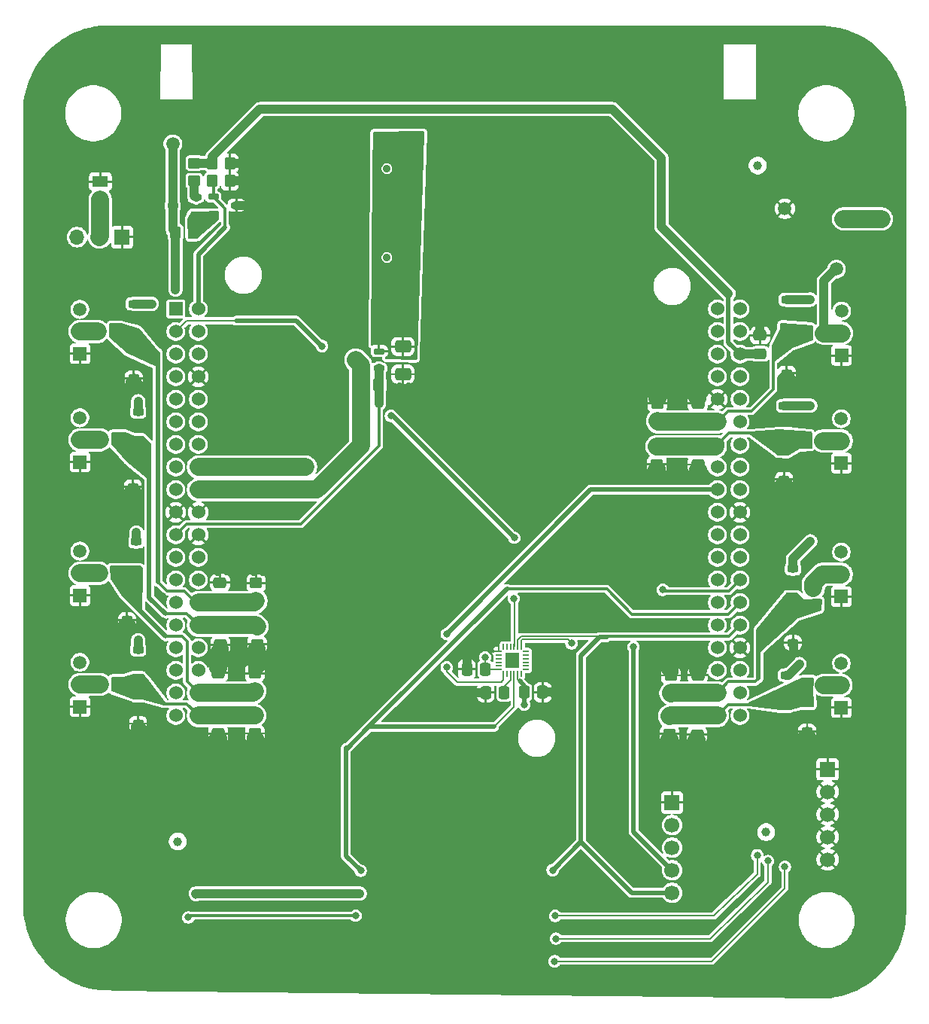
<source format=gbr>
%TF.GenerationSoftware,KiCad,Pcbnew,9.0.2*%
%TF.CreationDate,2025-06-17T11:51:54-07:00*%
%TF.ProjectId,Revision01,52657669-7369-46f6-9e30-312e6b696361,A*%
%TF.SameCoordinates,PX692bd40PY908ed60*%
%TF.FileFunction,Copper,L4,Bot*%
%TF.FilePolarity,Positive*%
%FSLAX46Y46*%
G04 Gerber Fmt 4.6, Leading zero omitted, Abs format (unit mm)*
G04 Created by KiCad (PCBNEW 9.0.2) date 2025-06-17 11:51:54*
%MOMM*%
%LPD*%
G01*
G04 APERTURE LIST*
G04 Aperture macros list*
%AMRoundRect*
0 Rectangle with rounded corners*
0 $1 Rounding radius*
0 $2 $3 $4 $5 $6 $7 $8 $9 X,Y pos of 4 corners*
0 Add a 4 corners polygon primitive as box body*
4,1,4,$2,$3,$4,$5,$6,$7,$8,$9,$2,$3,0*
0 Add four circle primitives for the rounded corners*
1,1,$1+$1,$2,$3*
1,1,$1+$1,$4,$5*
1,1,$1+$1,$6,$7*
1,1,$1+$1,$8,$9*
0 Add four rect primitives between the rounded corners*
20,1,$1+$1,$2,$3,$4,$5,0*
20,1,$1+$1,$4,$5,$6,$7,0*
20,1,$1+$1,$6,$7,$8,$9,0*
20,1,$1+$1,$8,$9,$2,$3,0*%
G04 Aperture macros list end*
%TA.AperFunction,ComponentPad*%
%ADD10R,1.508000X1.508000*%
%TD*%
%TA.AperFunction,ComponentPad*%
%ADD11C,1.508000*%
%TD*%
%TA.AperFunction,ComponentPad*%
%ADD12R,1.700000X1.700000*%
%TD*%
%TA.AperFunction,ComponentPad*%
%ADD13C,1.700000*%
%TD*%
%TA.AperFunction,ComponentPad*%
%ADD14R,1.750000X1.200000*%
%TD*%
%TA.AperFunction,ComponentPad*%
%ADD15O,1.750000X1.200000*%
%TD*%
%TA.AperFunction,ComponentPad*%
%ADD16R,1.524000X1.524000*%
%TD*%
%TA.AperFunction,ComponentPad*%
%ADD17C,1.524000*%
%TD*%
%TA.AperFunction,ComponentPad*%
%ADD18O,1.700000X1.700000*%
%TD*%
%TA.AperFunction,SMDPad,CuDef*%
%ADD19C,1.000000*%
%TD*%
%TA.AperFunction,SMDPad,CuDef*%
%ADD20RoundRect,0.250000X0.350000X0.450000X-0.350000X0.450000X-0.350000X-0.450000X0.350000X-0.450000X0*%
%TD*%
%TA.AperFunction,SMDPad,CuDef*%
%ADD21RoundRect,0.162500X0.447500X0.162500X-0.447500X0.162500X-0.447500X-0.162500X0.447500X-0.162500X0*%
%TD*%
%TA.AperFunction,SMDPad,CuDef*%
%ADD22RoundRect,0.250000X-0.475000X0.337500X-0.475000X-0.337500X0.475000X-0.337500X0.475000X0.337500X0*%
%TD*%
%TA.AperFunction,SMDPad,CuDef*%
%ADD23RoundRect,0.250000X-0.337500X-0.475000X0.337500X-0.475000X0.337500X0.475000X-0.337500X0.475000X0*%
%TD*%
%TA.AperFunction,SMDPad,CuDef*%
%ADD24RoundRect,0.250000X0.475000X-0.337500X0.475000X0.337500X-0.475000X0.337500X-0.475000X-0.337500X0*%
%TD*%
%TA.AperFunction,SMDPad,CuDef*%
%ADD25RoundRect,0.225000X-0.375000X0.225000X-0.375000X-0.225000X0.375000X-0.225000X0.375000X0.225000X0*%
%TD*%
%TA.AperFunction,SMDPad,CuDef*%
%ADD26RoundRect,0.250000X0.337500X0.475000X-0.337500X0.475000X-0.337500X-0.475000X0.337500X-0.475000X0*%
%TD*%
%TA.AperFunction,SMDPad,CuDef*%
%ADD27RoundRect,0.250000X-0.450000X0.350000X-0.450000X-0.350000X0.450000X-0.350000X0.450000X0.350000X0*%
%TD*%
%TA.AperFunction,SMDPad,CuDef*%
%ADD28RoundRect,0.162500X-0.447500X-0.162500X0.447500X-0.162500X0.447500X0.162500X-0.447500X0.162500X0*%
%TD*%
%TA.AperFunction,SMDPad,CuDef*%
%ADD29C,1.500000*%
%TD*%
%TA.AperFunction,SMDPad,CuDef*%
%ADD30RoundRect,0.250000X0.450000X-0.350000X0.450000X0.350000X-0.450000X0.350000X-0.450000X-0.350000X0*%
%TD*%
%TA.AperFunction,SMDPad,CuDef*%
%ADD31RoundRect,0.250000X-0.350000X-0.450000X0.350000X-0.450000X0.350000X0.450000X-0.350000X0.450000X0*%
%TD*%
%TA.AperFunction,SMDPad,CuDef*%
%ADD32RoundRect,0.250000X-0.650000X0.412500X-0.650000X-0.412500X0.650000X-0.412500X0.650000X0.412500X0*%
%TD*%
%TA.AperFunction,SMDPad,CuDef*%
%ADD33RoundRect,0.027500X0.292500X0.082500X-0.292500X0.082500X-0.292500X-0.082500X0.292500X-0.082500X0*%
%TD*%
%TA.AperFunction,SMDPad,CuDef*%
%ADD34RoundRect,0.027500X0.082500X0.292500X-0.082500X0.292500X-0.082500X-0.292500X0.082500X-0.292500X0*%
%TD*%
%TA.AperFunction,SMDPad,CuDef*%
%ADD35R,1.540000X1.700000*%
%TD*%
%TA.AperFunction,ViaPad*%
%ADD36C,0.900000*%
%TD*%
%TA.AperFunction,ViaPad*%
%ADD37C,0.800000*%
%TD*%
%TA.AperFunction,ViaPad*%
%ADD38C,0.700000*%
%TD*%
%TA.AperFunction,Conductor*%
%ADD39C,0.200000*%
%TD*%
%TA.AperFunction,Conductor*%
%ADD40C,0.500000*%
%TD*%
%TA.AperFunction,Conductor*%
%ADD41C,1.000000*%
%TD*%
%TA.AperFunction,Conductor*%
%ADD42C,2.000000*%
%TD*%
%TA.AperFunction,Conductor*%
%ADD43C,0.300000*%
%TD*%
%TA.AperFunction,Conductor*%
%ADD44C,0.150000*%
%TD*%
G04 APERTURE END LIST*
D10*
%TO.P,J5,1,Pin_1*%
%TO.N,GND*%
X7450000Y31900000D03*
D11*
%TO.P,J5,2,Pin_2*%
%TO.N,/Application/OpAmpOutput1*%
X7450000Y34400000D03*
%TO.P,J5,3,Pin_3*%
%TO.N,Net-(J5-Pin_3)*%
X7450000Y36900000D03*
%TD*%
D10*
%TO.P,J6,1,Pin_1*%
%TO.N,GND*%
X7450000Y44400000D03*
D11*
%TO.P,J6,2,Pin_2*%
%TO.N,/Application/OpAmpOutput2*%
X7450000Y46900000D03*
%TO.P,J6,3,Pin_3*%
%TO.N,Net-(J6-Pin_3)*%
X7450000Y49400000D03*
%TD*%
D10*
%TO.P,J12,1,Pin_1*%
%TO.N,GND*%
X93175000Y71400000D03*
D11*
%TO.P,J12,2,Pin_2*%
%TO.N,/Application/OpAmpOutput8*%
X93175000Y73900000D03*
%TO.P,J12,3,Pin_3*%
%TO.N,Net-(J12-Pin_3)*%
X93175000Y76400000D03*
%TD*%
D12*
%TO.P,J14,1,Pin_1*%
%TO.N,GND*%
X74100000Y21120000D03*
D13*
%TO.P,J14,2,Pin_2*%
%TO.N,/~{CANBUS_CS_GPIO}*%
X74100000Y18580000D03*
%TO.P,J14,3,Pin_3*%
%TO.N,/PB15_SPI2_MOSI*%
X74100000Y16040000D03*
%TO.P,J14,4,Pin_4*%
%TO.N,/PB14_SPI2_MISO*%
X74100000Y13500000D03*
%TO.P,J14,5,Pin_5*%
%TO.N,/PB13_SPI2_SCK*%
X74100000Y10960000D03*
%TD*%
D14*
%TO.P,J4,1,Pin_1*%
%TO.N,GND*%
X9750000Y90950000D03*
D15*
%TO.P,J4,2,Pin_2*%
%TO.N,Net-(BT1-+)*%
X9750000Y88950000D03*
%TD*%
D10*
%TO.P,J7,1,Pin_1*%
%TO.N,GND*%
X7450000Y59400000D03*
D11*
%TO.P,J7,2,Pin_2*%
%TO.N,/Application/OpAmpOutput3*%
X7450000Y61900000D03*
%TO.P,J7,3,Pin_3*%
%TO.N,Net-(J7-Pin_3)*%
X7450000Y64400000D03*
%TD*%
D16*
%TO.P,U1,CN7_1,PC10*%
%TO.N,unconnected-(U1A-PC10-PadCN7_1)*%
X18230000Y76620000D03*
D17*
%TO.P,U1,CN7_2,PC11*%
%TO.N,/BatteryV_Div_Enable_GPIO*%
X20770000Y76620000D03*
%TO.P,U1,CN7_3,PC12*%
%TO.N,/MPU_CS_GPIO*%
X18230000Y74080000D03*
%TO.P,U1,CN7_4,PD2*%
%TO.N,unconnected-(U1A-PD2-PadCN7_4)*%
X20770000Y74080000D03*
%TO.P,U1,CN7_5,VDD*%
%TO.N,/VDD_NUCLEO*%
X18230000Y71540000D03*
%TO.P,U1,CN7_6,E5V*%
%TO.N,/E5V_NUCLEO*%
X20770000Y71540000D03*
%TO.P,U1,CN7_7,BOOT0*%
%TO.N,unconnected-(U1A-BOOT0-PadCN7_7)*%
X18230000Y69000000D03*
%TO.P,U1,CN7_8,GND_CN7_8*%
%TO.N,GND*%
X20770000Y69000000D03*
%TO.P,U1,CN7_9,NC_CN7_9*%
%TO.N,unconnected-(U1A-NC_CN7_9-PadCN7_9)*%
X18230000Y66460000D03*
%TO.P,U1,CN7_10,NC_CN7_10*%
%TO.N,unconnected-(U1A-NC_CN7_10-PadCN7_10)*%
X20770000Y66460000D03*
%TO.P,U1,CN7_11,NC_CN7_11*%
%TO.N,unconnected-(U1A-NC_CN7_11-PadCN7_11)*%
X18230000Y63920000D03*
%TO.P,U1,CN7_12,IOREF*%
%TO.N,/IOREF*%
X20770000Y63920000D03*
%TO.P,U1,CN7_13,PA13*%
%TO.N,/PA13{slash}JTMS-SWDIO{slash}IR_OUT*%
X18230000Y61380000D03*
%TO.P,U1,CN7_14,RESET*%
%TO.N,/~{RESET}*%
X20770000Y61380000D03*
%TO.P,U1,CN7_15,PA14*%
%TO.N,/PA14{slash}JTCK-SWCLK*%
X18230000Y58840000D03*
%TO.P,U1,CN7_16,+3V3*%
%TO.N,+3.3V*%
X20770000Y58840000D03*
%TO.P,U1,CN7_17,PA15*%
%TO.N,unconnected-(U1A-PA15-PadCN7_17)*%
X18230000Y56300000D03*
%TO.P,U1,CN7_18,+5V*%
%TO.N,+5V*%
X20770000Y56300000D03*
%TO.P,U1,CN7_19,GND_CN7_19*%
%TO.N,GND*%
X18230000Y53760000D03*
%TO.P,U1,CN7_20,GND_CN7_20*%
X20770000Y53760000D03*
%TO.P,U1,CN7_21,PB7*%
%TO.N,/StrainV_Enable_GPIO*%
X18230000Y51220000D03*
%TO.P,U1,CN7_22,GND_CN7_22*%
%TO.N,GND*%
X20770000Y51220000D03*
%TO.P,U1,CN7_23,PC13*%
%TO.N,/PC13{slash}RTC_TAMP1{slash}RTC_TS{slash}RTC_OUT{slash}WKUP2*%
X18230000Y48680000D03*
%TO.P,U1,CN7_24,VIN*%
%TO.N,+V_batt*%
X20770000Y48680000D03*
%TO.P,U1,CN7_25,PC14*%
%TO.N,/PC14{slash}OSC32_IN*%
X18230000Y46140000D03*
%TO.P,U1,CN7_26,NC_CN7_26*%
%TO.N,unconnected-(U1A-NC_CN7_26-PadCN7_26)*%
X20770000Y46140000D03*
%TO.P,U1,CN7_27,PC15*%
%TO.N,/PC15{slash}OSC32_OUT*%
X18230000Y43600000D03*
%TO.P,U1,CN7_28,PA0*%
%TO.N,/AIN1_6*%
X20770000Y43600000D03*
%TO.P,U1,CN7_29,PH0*%
%TO.N,/PH0{slash}OSC_IN*%
X18230000Y41060000D03*
%TO.P,U1,CN7_30,PA1*%
%TO.N,/AIN1_7*%
X20770000Y41060000D03*
%TO.P,U1,CN7_31,PH1*%
%TO.N,/PH1{slash}OSC_OUT*%
X18230000Y38520000D03*
%TO.P,U1,CN7_32,PA4*%
%TO.N,/ANT_IRQ1_GPIO*%
X20770000Y38520000D03*
%TO.P,U1,CN7_33,VBAT*%
%TO.N,/VBAT_PIN_NUCLEO*%
X18230000Y35980000D03*
%TO.P,U1,CN7_34,PB0*%
%TO.N,/ANT_CSDATA_GPIO*%
X20770000Y35980000D03*
%TO.P,U1,CN7_35,PC2*%
%TO.N,unconnected-(U1A-PC2-PadCN7_35)*%
X18230000Y33440000D03*
%TO.P,U1,CN7_36,PC1*%
%TO.N,/AIN1_2*%
X20770000Y33440000D03*
%TO.P,U1,CN7_37,PC3*%
%TO.N,unconnected-(U1A-PC3-PadCN7_37)*%
X18230000Y30900000D03*
%TO.P,U1,CN7_38,PC0*%
%TO.N,/AIN1_1*%
X20770000Y30900000D03*
%TO.P,U1,CN10_1,PC9*%
%TO.N,unconnected-(U1B-PC9-PadCN10_1)*%
X79190000Y76620000D03*
%TO.P,U1,CN10_2,PC8*%
%TO.N,unconnected-(U1B-PC8-PadCN10_2)*%
X81730000Y76620000D03*
%TO.P,U1,CN10_3,PB8*%
%TO.N,unconnected-(U1B-PB8-PadCN10_3)*%
X79190000Y74080000D03*
%TO.P,U1,CN10_4,PC6*%
%TO.N,unconnected-(U1B-PC6-PadCN10_4)*%
X81730000Y74080000D03*
%TO.P,U1,CN10_5,PB9*%
%TO.N,unconnected-(U1B-PB9-PadCN10_5)*%
X79190000Y71540000D03*
%TO.P,U1,CN10_6,PC5*%
%TO.N,/PC5_AIN2_14_BATT_V*%
X81730000Y71540000D03*
%TO.P,U1,CN10_7,AVDD*%
%TO.N,/AVDD_NUCLEO*%
X79190000Y69000000D03*
%TO.P,U1,CN10_8,U5V*%
%TO.N,unconnected-(U1B-U5V-PadCN10_8)*%
X81730000Y69000000D03*
%TO.P,U1,CN10_9,GND_CN10_9*%
%TO.N,GND*%
X79190000Y66460000D03*
%TO.P,U1,CN10_10,NC_CN10_10*%
%TO.N,unconnected-(U1B-NC_CN10_10-PadCN10_10)*%
X81730000Y66460000D03*
%TO.P,U1,CN10_11,PA5*%
%TO.N,/AIN1_10*%
X79190000Y63920000D03*
%TO.P,U1,CN10_12,PA12*%
%TO.N,unconnected-(U1B-PA12-PadCN10_12)*%
X81730000Y63920000D03*
%TO.P,U1,CN10_13,PA6*%
%TO.N,/AIN1_11*%
X79190000Y61380000D03*
%TO.P,U1,CN10_14,PA11*%
%TO.N,unconnected-(U1B-PA11-PadCN10_14)*%
X81730000Y61380000D03*
%TO.P,U1,CN10_15,PA7*%
%TO.N,unconnected-(U1B-PA7-PadCN10_15)*%
X79190000Y58840000D03*
%TO.P,U1,CN10_16,PB12*%
%TO.N,unconnected-(U1B-PB12-PadCN10_16)*%
X81730000Y58840000D03*
%TO.P,U1,CN10_17,PB6*%
%TO.N,/MPU_INT1_GPIO*%
X79190000Y56300000D03*
%TO.P,U1,CN10_18,PB11*%
%TO.N,unconnected-(U1B-PB11-PadCN10_18)*%
X81730000Y56300000D03*
%TO.P,U1,CN10_19,PC7*%
%TO.N,/ANT_RESET_ANT_GPIO*%
X79190000Y53760000D03*
%TO.P,U1,CN10_20,GND_CN10_20*%
%TO.N,GND*%
X81730000Y53760000D03*
%TO.P,U1,CN10_21,PA9*%
%TO.N,/ANT_CSCON_GPIO*%
X79190000Y51220000D03*
%TO.P,U1,CN10_22,PB2*%
%TO.N,unconnected-(U1B-PB2-PadCN10_22)*%
X81730000Y51220000D03*
%TO.P,U1,CN10_23,PA8*%
%TO.N,/ANT_IRQ0_GPIO*%
X79190000Y48680000D03*
%TO.P,U1,CN10_24,PB1*%
%TO.N,unconnected-(U1B-PB1-PadCN10_24)*%
X81730000Y48680000D03*
%TO.P,U1,CN10_25,PB10*%
%TO.N,unconnected-(U1B-PB10-PadCN10_25)*%
X79190000Y46140000D03*
%TO.P,U1,CN10_26,PB15*%
%TO.N,/PB15_SPI2_MOSI*%
X81730000Y46140000D03*
%TO.P,U1,CN10_27,PB4*%
%TO.N,unconnected-(U1B-PB4-PadCN10_27)*%
X79190000Y43600000D03*
%TO.P,U1,CN10_28,PB14*%
%TO.N,/PB14_SPI2_MISO*%
X81730000Y43600000D03*
%TO.P,U1,CN10_29,PB5*%
%TO.N,unconnected-(U1B-PB5-PadCN10_29)*%
X79190000Y41060000D03*
%TO.P,U1,CN10_30,PB13*%
%TO.N,/PB13_SPI2_SCK*%
X81730000Y41060000D03*
%TO.P,U1,CN10_31,PB3*%
%TO.N,/PB3{slash}JTDO-TRACESWO{slash}TIM2_CH2{slash}SPI1_SCK{slash}SPI3_SCK{slash}USART1_RTS_DE{slash}COMP2_INM*%
X79190000Y38520000D03*
%TO.P,U1,CN10_32,AGND*%
%TO.N,GND*%
X81730000Y38520000D03*
%TO.P,U1,CN10_33,PA10*%
%TO.N,unconnected-(U1B-PA10-PadCN10_33)*%
X79190000Y35980000D03*
%TO.P,U1,CN10_34,PC4*%
%TO.N,/~{CANBUS_CS_GPIO}*%
X81730000Y35980000D03*
%TO.P,U1,CN10_35,PA2*%
%TO.N,/AIN1_5*%
X79190000Y33440000D03*
%TO.P,U1,CN10_36,NC_CN10_36*%
%TO.N,unconnected-(U1B-NC_CN10_36-PadCN10_36)*%
X81730000Y33440000D03*
%TO.P,U1,CN10_37,PA3*%
%TO.N,/AIN1_8*%
X79190000Y30900000D03*
%TO.P,U1,CN10_38,NC_CN10_38*%
%TO.N,unconnected-(U1B-NC_CN10_38-PadCN10_38)*%
X81730000Y30900000D03*
%TD*%
D10*
%TO.P,J8,1,Pin_1*%
%TO.N,GND*%
X7450000Y71583000D03*
D11*
%TO.P,J8,2,Pin_2*%
%TO.N,/Application/OpAmpOutput4*%
X7450000Y74083000D03*
%TO.P,J8,3,Pin_3*%
%TO.N,Net-(J8-Pin_3)*%
X7450000Y76583000D03*
%TD*%
D12*
%TO.P,SW1,1,1*%
%TO.N,GND*%
X12200000Y84700000D03*
D18*
%TO.P,SW1,2,2*%
%TO.N,Net-(BT1-+)*%
X9660000Y84700000D03*
%TO.P,SW1,3,K*%
%TO.N,Net-(SW1-A)*%
X7120000Y84700000D03*
%TD*%
D10*
%TO.P,J10,1,Pin_1*%
%TO.N,GND*%
X93150000Y44292000D03*
D11*
%TO.P,J10,2,Pin_2*%
%TO.N,/Application/OpAmpOutput6*%
X93150000Y46792000D03*
%TO.P,J10,3,Pin_3*%
%TO.N,Net-(J10-Pin_3)*%
X93150000Y49292000D03*
%TD*%
D10*
%TO.P,J9,1,Pin_1*%
%TO.N,GND*%
X93150000Y31792000D03*
D11*
%TO.P,J9,2,Pin_2*%
%TO.N,/Application/OpAmpOutput5*%
X93150000Y34292000D03*
%TO.P,J9,3,Pin_3*%
%TO.N,Net-(J9-Pin_3)*%
X93150000Y36792000D03*
%TD*%
D12*
%TO.P,J1,1,Pin_1*%
%TO.N,GND*%
X91600000Y24860000D03*
D13*
%TO.P,J1,2,Pin_2*%
X91600000Y22320000D03*
%TO.P,J1,3,Pin_3*%
X91600000Y19780000D03*
%TO.P,J1,4,Pin_4*%
X91600000Y17240000D03*
%TO.P,J1,5,Pin_5*%
X91600000Y14700000D03*
%TD*%
D10*
%TO.P,J11,1,Pin_1*%
%TO.N,GND*%
X93150000Y59292000D03*
D11*
%TO.P,J11,2,Pin_2*%
%TO.N,/Application/OpAmpOutput7*%
X93150000Y61792000D03*
%TO.P,J11,3,Pin_3*%
%TO.N,Net-(J11-Pin_3)*%
X93150000Y64292000D03*
%TD*%
D19*
%TO.P,FID3,*%
%TO.N,*%
X18450000Y16750000D03*
%TD*%
D20*
%TO.P,R8,1*%
%TO.N,/Application/OpAmpOutput8*%
X91200000Y73900000D03*
%TO.P,R8,2*%
%TO.N,/AIN1_10*%
X89200000Y73900000D03*
%TD*%
D21*
%TO.P,Q3,1,D*%
%TO.N,Net-(Q3-D)*%
X20515000Y89175000D03*
%TO.P,Q3,2,G*%
%TO.N,Net-(Q2-D)*%
X20515000Y87275000D03*
%TO.P,Q3,3,S*%
%TO.N,+V_batt*%
X17895000Y88225000D03*
%TD*%
D20*
%TO.P,R7,1*%
%TO.N,/Application/OpAmpOutput7*%
X90950000Y61900000D03*
%TO.P,R7,2*%
%TO.N,/AIN1_11*%
X88950000Y61900000D03*
%TD*%
D22*
%TO.P,C8,1*%
%TO.N,/AIN1_11*%
X77000000Y61200000D03*
%TO.P,C8,2*%
%TO.N,GND*%
X77000000Y59125000D03*
%TD*%
D23*
%TO.P,C11,1*%
%TO.N,+3.3V*%
X57462500Y33525000D03*
%TO.P,C11,2*%
%TO.N,GND*%
X59537500Y33525000D03*
%TD*%
D24*
%TO.P,C9,1*%
%TO.N,/AIN1_10*%
X77000000Y63925000D03*
%TO.P,C9,2*%
%TO.N,GND*%
X77000000Y66000000D03*
%TD*%
D25*
%TO.P,D1,1,K*%
%TO.N,+3.3V*%
X14000000Y38300000D03*
%TO.P,D1,2,A*%
%TO.N,/AIN1_1*%
X14000000Y35000000D03*
%TD*%
D26*
%TO.P,C1,1*%
%TO.N,Net-(U3-REGOUT)*%
X55200000Y33500000D03*
%TO.P,C1,2*%
%TO.N,GND*%
X53125000Y33500000D03*
%TD*%
D25*
%TO.P,D12,1,K*%
%TO.N,/AIN1_5*%
X87700000Y42400000D03*
%TO.P,D12,2,A*%
%TO.N,GND*%
X87700000Y39100000D03*
%TD*%
D19*
%TO.P,FID2,*%
%TO.N,*%
X84675000Y17800000D03*
%TD*%
D25*
%TO.P,D10,1,K*%
%TO.N,/AIN1_8*%
X89300000Y32450000D03*
%TO.P,D10,2,A*%
%TO.N,GND*%
X89300000Y29150000D03*
%TD*%
%TO.P,D11,1,K*%
%TO.N,+3.3V*%
X87700000Y47400000D03*
%TO.P,D11,2,A*%
%TO.N,/AIN1_5*%
X87700000Y44100000D03*
%TD*%
%TO.P,D2,1,K*%
%TO.N,/AIN1_1*%
X14000000Y33300000D03*
%TO.P,D2,2,A*%
%TO.N,GND*%
X14000000Y30000000D03*
%TD*%
%TO.P,D6,1,K*%
%TO.N,/AIN1_7*%
X13400000Y59900000D03*
%TO.P,D6,2,A*%
%TO.N,GND*%
X13400000Y56600000D03*
%TD*%
D27*
%TO.P,R6,1*%
%TO.N,/Application/OpAmpOutput6*%
X90010000Y45270000D03*
%TO.P,R6,2*%
%TO.N,/AIN1_5*%
X90010000Y43270000D03*
%TD*%
D28*
%TO.P,Q2,1,D*%
%TO.N,Net-(Q2-D)*%
X22455000Y87325000D03*
%TO.P,Q2,2,G*%
%TO.N,/BatteryV_Div_Enable_GPIO*%
X22455000Y89225000D03*
%TO.P,Q2,3,S*%
%TO.N,GND*%
X25075000Y88275000D03*
%TD*%
D22*
%TO.P,C2,1*%
%TO.N,/AIN1_1*%
X23000000Y30937500D03*
%TO.P,C2,2*%
%TO.N,GND*%
X23000000Y28862500D03*
%TD*%
D29*
%TO.P,TP8,1,1*%
%TO.N,GND*%
X86800000Y87900000D03*
%TD*%
D25*
%TO.P,D8,1,K*%
%TO.N,/AIN1_6*%
X13500000Y72150000D03*
%TO.P,D8,2,A*%
%TO.N,GND*%
X13500000Y68850000D03*
%TD*%
D30*
%TO.P,R12,1*%
%TO.N,/AIN1_6*%
X27280000Y43800000D03*
%TO.P,R12,2*%
%TO.N,GND*%
X27280000Y45800000D03*
%TD*%
D20*
%TO.P,R27,1*%
%TO.N,Net-(Q2-D)*%
X20205000Y85225000D03*
%TO.P,R27,2*%
%TO.N,+V_batt*%
X18205000Y85225000D03*
%TD*%
D31*
%TO.P,R2,1*%
%TO.N,/Application/OpAmpOutput2*%
X9625000Y46900000D03*
%TO.P,R2,2*%
%TO.N,/AIN1_2*%
X11625000Y46900000D03*
%TD*%
D27*
%TO.P,R13,1*%
%TO.N,/AIN1_8*%
X73810000Y30820000D03*
%TO.P,R13,2*%
%TO.N,GND*%
X73810000Y28820000D03*
%TD*%
D19*
%TO.P,FID1,*%
%TO.N,*%
X83725000Y92750000D03*
%TD*%
D25*
%TO.P,D15,1,K*%
%TO.N,+3.3V*%
X87000000Y77650000D03*
%TO.P,D15,2,A*%
%TO.N,/AIN1_10*%
X87000000Y74350000D03*
%TD*%
D27*
%TO.P,R11,1*%
%TO.N,/AIN1_7*%
X27380000Y40900000D03*
%TO.P,R11,2*%
%TO.N,GND*%
X27380000Y38900000D03*
%TD*%
D22*
%TO.P,C4,1*%
%TO.N,/AIN1_7*%
X23250000Y40937500D03*
%TO.P,C4,2*%
%TO.N,GND*%
X23250000Y38862500D03*
%TD*%
D20*
%TO.P,R5,1*%
%TO.N,/Application/OpAmpOutput5*%
X91200000Y34328000D03*
%TO.P,R5,2*%
%TO.N,/AIN1_8*%
X89200000Y34328000D03*
%TD*%
D25*
%TO.P,D9,1,K*%
%TO.N,+3.3V*%
X86900000Y35450000D03*
%TO.P,D9,2,A*%
%TO.N,/AIN1_8*%
X86900000Y32150000D03*
%TD*%
D31*
%TO.P,R4,1*%
%TO.N,/Application/OpAmpOutput4*%
X9500000Y74150000D03*
%TO.P,R4,2*%
%TO.N,/AIN1_6*%
X11500000Y74150000D03*
%TD*%
D30*
%TO.P,R14,1*%
%TO.N,/AIN1_5*%
X73960000Y33420000D03*
%TO.P,R14,2*%
%TO.N,GND*%
X73960000Y35420000D03*
%TD*%
D20*
%TO.P,R26,1*%
%TO.N,GND*%
X24325000Y91025000D03*
%TO.P,R26,2*%
%TO.N,/BatteryV_Div_Enable_GPIO*%
X22325000Y91025000D03*
%TD*%
D21*
%TO.P,Q1,1,D*%
%TO.N,/Application/+StrainV*%
X41110000Y71850000D03*
%TO.P,Q1,2,G*%
%TO.N,/StrainV_Enable_GPIO*%
X41110000Y69950000D03*
%TO.P,Q1,3,S*%
%TO.N,+5V*%
X38490000Y70900000D03*
%TD*%
D32*
%TO.P,C10,1*%
%TO.N,/Application/+StrainV*%
X43800000Y72412500D03*
%TO.P,C10,2*%
%TO.N,GND*%
X43800000Y69287500D03*
%TD*%
D26*
%TO.P,C12,1*%
%TO.N,+3.3V*%
X53062500Y36100000D03*
%TO.P,C12,2*%
%TO.N,GND*%
X50987500Y36100000D03*
%TD*%
D24*
%TO.P,C13,1*%
%TO.N,/PC5_AIN2_14_BATT_V*%
X84000000Y71575000D03*
%TO.P,C13,2*%
%TO.N,GND*%
X84000000Y73650000D03*
%TD*%
D25*
%TO.P,D14,1,K*%
%TO.N,/AIN1_11*%
X86700000Y60750000D03*
%TO.P,D14,2,A*%
%TO.N,GND*%
X86700000Y57450000D03*
%TD*%
D24*
%TO.P,C7,1*%
%TO.N,/AIN1_5*%
X77000000Y33362500D03*
%TO.P,C7,2*%
%TO.N,GND*%
X77000000Y35437500D03*
%TD*%
D27*
%TO.P,R15,1*%
%TO.N,/AIN1_11*%
X72390000Y61162500D03*
%TO.P,R15,2*%
%TO.N,GND*%
X72390000Y59162500D03*
%TD*%
D25*
%TO.P,D5,1,K*%
%TO.N,+3.3V*%
X14000000Y65050000D03*
%TO.P,D5,2,A*%
%TO.N,/AIN1_7*%
X14000000Y61750000D03*
%TD*%
D24*
%TO.P,C5,1*%
%TO.N,/AIN1_6*%
X23200000Y43762500D03*
%TO.P,C5,2*%
%TO.N,GND*%
X23200000Y45837500D03*
%TD*%
D20*
%TO.P,R29,1*%
%TO.N,GND*%
X24325000Y93025000D03*
%TO.P,R29,2*%
%TO.N,/PC5_AIN2_14_BATT_V*%
X22325000Y93025000D03*
%TD*%
D22*
%TO.P,C6,1*%
%TO.N,/AIN1_8*%
X76910000Y30825000D03*
%TO.P,C6,2*%
%TO.N,GND*%
X76910000Y28750000D03*
%TD*%
D25*
%TO.P,D7,1,K*%
%TO.N,+3.3V*%
X13500000Y77200000D03*
%TO.P,D7,2,A*%
%TO.N,/AIN1_6*%
X13500000Y73900000D03*
%TD*%
D31*
%TO.P,R3,1*%
%TO.N,/Application/OpAmpOutput3*%
X9750000Y61900000D03*
%TO.P,R3,2*%
%TO.N,/AIN1_7*%
X11750000Y61900000D03*
%TD*%
D30*
%TO.P,R10,1*%
%TO.N,/AIN1_2*%
X27130000Y33650000D03*
%TO.P,R10,2*%
%TO.N,GND*%
X27130000Y35650000D03*
%TD*%
D31*
%TO.P,R1,1*%
%TO.N,/Application/OpAmpOutput1*%
X9750000Y34400000D03*
%TO.P,R1,2*%
%TO.N,/AIN1_1*%
X11750000Y34400000D03*
%TD*%
D33*
%TO.P,U3,1*%
%TO.N,N/C*%
X57662500Y38100000D03*
%TO.P,U3,2*%
X57662500Y37700000D03*
%TO.P,U3,3*%
X57662500Y37300000D03*
%TO.P,U3,4*%
X57662500Y36900000D03*
%TO.P,U3,5*%
X57662500Y36500000D03*
%TO.P,U3,6*%
X57662500Y36100000D03*
D34*
%TO.P,U3,7,AUX_CL*%
%TO.N,unconnected-(U3-AUX_CL-Pad7)*%
X57117500Y35555000D03*
%TO.P,U3,8,VDDIO*%
%TO.N,+3.3V*%
X56717500Y35555000D03*
%TO.P,U3,9,AD0/SDO*%
%TO.N,/PB14_SPI2_MISO*%
X56317500Y35555000D03*
%TO.P,U3,10,REGOUT*%
%TO.N,Net-(U3-REGOUT)*%
X55917500Y35555000D03*
%TO.P,U3,11,FSYNC*%
%TO.N,unconnected-(U3-FSYNC-Pad11)*%
X55517500Y35555000D03*
%TO.P,U3,12,INT*%
%TO.N,/MPU_INT1_GPIO*%
X55117500Y35555000D03*
D33*
%TO.P,U3,13,VDD*%
%TO.N,+3.3V*%
X54572500Y36100000D03*
%TO.P,U3,14*%
%TO.N,N/C*%
X54572500Y36500000D03*
%TO.P,U3,15*%
X54572500Y36900000D03*
%TO.P,U3,16*%
X54572500Y37300000D03*
%TO.P,U3,17*%
X54572500Y37700000D03*
%TO.P,U3,18,GND*%
%TO.N,GND*%
X54572500Y38100000D03*
D34*
%TO.P,U3,19,RESV_1*%
%TO.N,unconnected-(U3-RESV_1-Pad19)*%
X55117500Y38645000D03*
%TO.P,U3,20,RESV_2*%
%TO.N,unconnected-(U3-RESV_2-Pad20)*%
X55517500Y38645000D03*
%TO.P,U3,21,AUX_DA*%
%TO.N,unconnected-(U3-AUX_DA-Pad21)*%
X55917500Y38645000D03*
%TO.P,U3,22,NCS*%
%TO.N,/MPU_CS_GPIO*%
X56317500Y38645000D03*
%TO.P,U3,23,SCL/SCLK*%
%TO.N,/PB13_SPI2_SCK*%
X56717500Y38645000D03*
%TO.P,U3,24,SDA/SDI*%
%TO.N,/PB15_SPI2_MOSI*%
X57117500Y38645000D03*
D35*
%TO.P,U3,25,EXP*%
%TO.N,unconnected-(U3-EXP-Pad25)*%
X56117500Y37100000D03*
%TD*%
D27*
%TO.P,R9,1*%
%TO.N,/AIN1_1*%
X27130000Y30900000D03*
%TO.P,R9,2*%
%TO.N,GND*%
X27130000Y28900000D03*
%TD*%
D29*
%TO.P,TP3,1,1*%
%TO.N,+V_batt*%
X17900000Y95200000D03*
%TD*%
D30*
%TO.P,R16,1*%
%TO.N,/AIN1_10*%
X72440000Y64000000D03*
%TO.P,R16,2*%
%TO.N,GND*%
X72440000Y66000000D03*
%TD*%
D25*
%TO.P,D16,1,K*%
%TO.N,/AIN1_10*%
X87000000Y72700000D03*
%TO.P,D16,2,A*%
%TO.N,GND*%
X87000000Y69400000D03*
%TD*%
D29*
%TO.P,TP10,1,1*%
%TO.N,/Application/+StrainV*%
X93400000Y86700000D03*
%TD*%
D24*
%TO.P,C3,1*%
%TO.N,/AIN1_2*%
X23000000Y33612500D03*
%TO.P,C3,2*%
%TO.N,GND*%
X23000000Y35687500D03*
%TD*%
D25*
%TO.P,D13,1,K*%
%TO.N,+3.3V*%
X86700000Y65750000D03*
%TO.P,D13,2,A*%
%TO.N,/AIN1_11*%
X86700000Y62450000D03*
%TD*%
D27*
%TO.P,R28,1*%
%TO.N,/PC5_AIN2_14_BATT_V*%
X20325000Y93025000D03*
%TO.P,R28,2*%
%TO.N,Net-(Q3-D)*%
X20325000Y91025000D03*
%TD*%
D20*
%TO.P,R17,1*%
%TO.N,/StrainV_Enable_GPIO*%
X41050000Y68100000D03*
%TO.P,R17,2*%
%TO.N,+5V*%
X39050000Y68100000D03*
%TD*%
D25*
%TO.P,D4,1,K*%
%TO.N,/AIN1_2*%
X12750000Y44950000D03*
%TO.P,D4,2,A*%
%TO.N,GND*%
X12750000Y41650000D03*
%TD*%
D29*
%TO.P,TP9,1,1*%
%TO.N,/Application/OpAmpOutput8*%
X92600000Y81100000D03*
%TD*%
D25*
%TO.P,D3,1,K*%
%TO.N,+3.3V*%
X13800000Y50450000D03*
%TO.P,D3,2,A*%
%TO.N,/AIN1_2*%
X13800000Y47150000D03*
%TD*%
D36*
%TO.N,GND*%
X31200000Y26700000D03*
X85900000Y13100000D03*
X88300000Y15900000D03*
X78600000Y11800000D03*
X82400000Y800000D03*
X92600000Y1400000D03*
X87100000Y6100000D03*
D37*
%TO.N,+V_batt*%
X18200000Y81900000D03*
%TO.N,+3.3V*%
X53050000Y37450000D03*
X13800000Y51500000D03*
X88450000Y36700000D03*
X14000000Y66250000D03*
X15550000Y77200000D03*
X30775000Y58800000D03*
X89650000Y77700000D03*
D38*
X89650000Y50500000D03*
D37*
X89650000Y65750000D03*
X57450000Y32125000D03*
X32850000Y58850000D03*
X14000000Y39400000D03*
%TO.N,+V_batt*%
X18250000Y78750000D03*
%TO.N,/PB13_SPI2_SCK*%
X60650000Y13525000D03*
%TO.N,/PB14_SPI2_MISO*%
X39050000Y13450000D03*
X69750000Y38625000D03*
%TO.N,/PB15_SPI2_MOSI*%
X62775000Y39025000D03*
X73050000Y45050000D03*
D36*
%TO.N,GND*%
X72000000Y82400000D03*
X68300000Y36300000D03*
D38*
X26300000Y88250000D03*
D36*
X27500000Y16000000D03*
D38*
X27820000Y37740000D03*
D36*
X19300000Y88100000D03*
X39000000Y45800000D03*
X43300000Y52500000D03*
X5700000Y61900000D03*
D38*
X44400000Y68050000D03*
D36*
X25100000Y28900000D03*
X57700000Y20700000D03*
X53400000Y48900000D03*
D38*
X88720000Y28090000D03*
X12950000Y55575000D03*
D36*
X83700000Y60100000D03*
X89700000Y23300000D03*
X10100000Y76300000D03*
X52000000Y102400000D03*
X50200000Y16900000D03*
X73400000Y43600000D03*
D38*
X23930000Y46990000D03*
D36*
X32200000Y9300000D03*
X68400000Y20200000D03*
X18900000Y7000000D03*
D37*
X79900000Y84200000D03*
D36*
X42500000Y20800000D03*
X7700000Y20600000D03*
X67800000Y7000000D03*
D38*
X27000000Y46970000D03*
D36*
X91600000Y44400000D03*
D38*
X25525000Y91025000D03*
D36*
X72700000Y12300000D03*
X74700000Y59200000D03*
X39500000Y31500000D03*
X46000000Y7600000D03*
X83800000Y68700000D03*
X84500000Y82400000D03*
X65500000Y17600000D03*
X16700000Y41500000D03*
X30200000Y54000000D03*
X52000000Y67400000D03*
X61100000Y1900000D03*
X76500000Y16200000D03*
X21300000Y18000000D03*
X2400000Y43100000D03*
X65500000Y31000000D03*
X61000000Y4500000D03*
D38*
X23500000Y36920000D03*
D36*
X60200000Y38000000D03*
D38*
X27630000Y27650000D03*
D36*
X25300000Y45700000D03*
X84300000Y64400000D03*
D38*
X76370000Y27590000D03*
D36*
X7800000Y13600000D03*
X74600000Y66000000D03*
X32800000Y1400000D03*
X91200000Y32300000D03*
X72000000Y74900000D03*
X42000000Y102400000D03*
X95000000Y61800000D03*
X91400000Y59900000D03*
D38*
X86420000Y68390000D03*
D36*
X2600000Y70900000D03*
X61000000Y7100000D03*
X70700000Y60100000D03*
X97800000Y62100000D03*
X42700000Y24400000D03*
D38*
X35300000Y1325000D03*
D36*
X32450000Y69350000D03*
X82800000Y42300000D03*
D38*
X87450000Y68400000D03*
X86120000Y56390000D03*
D36*
X95600000Y54200000D03*
X21100000Y12600000D03*
X32200000Y6100000D03*
X50100000Y24400000D03*
X63900000Y15100000D03*
D38*
X22900000Y46970000D03*
D36*
X86800000Y52000000D03*
D38*
X76490000Y36600000D03*
D36*
X97600000Y68900000D03*
D38*
X71930000Y67140000D03*
D36*
X2800000Y11200000D03*
X5700000Y34400000D03*
X75400000Y4300000D03*
X64500000Y82400000D03*
X42300000Y17300000D03*
D38*
X27880000Y36900000D03*
D36*
X10000000Y72000000D03*
X76000000Y72300000D03*
X76100000Y49300000D03*
X19700000Y83500000D03*
X62000000Y102400000D03*
X68100000Y49600000D03*
X93200000Y78400000D03*
X82700000Y44900000D03*
X91200000Y48700000D03*
D38*
X76430000Y67160000D03*
D36*
X61800000Y48100000D03*
X98200000Y46700000D03*
X14000000Y27400000D03*
X36200000Y20900000D03*
X75400000Y800000D03*
X35200000Y37600000D03*
X2500000Y99600000D03*
X34500000Y52400000D03*
X32000000Y102400000D03*
X72900000Y9600000D03*
X19700000Y22900000D03*
X5700000Y74100000D03*
X12400000Y88700000D03*
X66400000Y10500000D03*
X5500000Y46900000D03*
D38*
X73410000Y36590000D03*
D36*
X57900000Y44100000D03*
X98100000Y6200000D03*
X15900000Y3300000D03*
X89500000Y84900000D03*
X52000000Y92400000D03*
X97900000Y34300000D03*
D38*
X14550000Y28975000D03*
D36*
X9800000Y64100000D03*
D38*
X84000000Y74750000D03*
D36*
X46000000Y12500000D03*
D38*
X77510000Y57980000D03*
D36*
X9800000Y44100000D03*
D38*
X26840000Y37720000D03*
D36*
X28800000Y32300000D03*
X71200000Y38400000D03*
X2300000Y54600000D03*
X64700000Y60400000D03*
D38*
X23500000Y27650000D03*
X28030000Y46960000D03*
D36*
X52300000Y27400000D03*
X19900000Y9500000D03*
X32200000Y21600000D03*
D38*
X22630000Y37690000D03*
X74350000Y27650000D03*
D36*
X60900000Y12100000D03*
X9800000Y37000000D03*
X68000000Y4500000D03*
X25400000Y38900000D03*
X60900000Y9800000D03*
X14400000Y21000000D03*
X50300000Y20600000D03*
X9900000Y49300000D03*
X52000000Y82400000D03*
X69200000Y66900000D03*
X57700000Y16700000D03*
X6000000Y92300000D03*
D38*
X77520000Y36610000D03*
D36*
X15500000Y80900000D03*
X16700000Y44300000D03*
X97000000Y99900000D03*
X32000000Y92400000D03*
D38*
X22490000Y36910000D03*
D36*
X28800000Y2100000D03*
X92800000Y40400000D03*
X42500000Y36000000D03*
X89500000Y107400000D03*
X32200000Y16900000D03*
X71700000Y18600000D03*
X32000000Y82400000D03*
D38*
X13975000Y67825000D03*
D36*
X99500000Y82400000D03*
X7800000Y27500000D03*
X62350000Y42600000D03*
X9700000Y31800000D03*
D38*
X13075000Y67825000D03*
X77400000Y27600000D03*
D36*
X64500000Y67400000D03*
D38*
X87750000Y38050000D03*
D36*
X68400000Y26500000D03*
X78600000Y24200000D03*
X42500000Y27300000D03*
D38*
X36200000Y1325000D03*
D36*
X25500000Y9400000D03*
X95400000Y34292000D03*
X91200000Y64000000D03*
X32450000Y63150000D03*
X38800000Y12300000D03*
X72300000Y32200000D03*
D38*
X25525000Y93025000D03*
X71840000Y57960000D03*
D36*
X75100000Y7000000D03*
X15800000Y92100000D03*
X47200000Y40300000D03*
X32000000Y47400000D03*
X39000000Y9600000D03*
X29300000Y42200000D03*
X22000000Y102400000D03*
X2300000Y31700000D03*
X83100000Y9000000D03*
X42000000Y92400000D03*
X62000000Y92400000D03*
X68100000Y900000D03*
X72200000Y34500000D03*
X72200000Y29700000D03*
D37*
X51025000Y37475000D03*
D38*
X72870000Y57970000D03*
D36*
X70800000Y62700000D03*
X64500000Y74900000D03*
X76000000Y54200000D03*
X95600000Y73800000D03*
X52000000Y74900000D03*
X65400000Y23300000D03*
X42000000Y82400000D03*
X57500000Y24400000D03*
X92400000Y54200000D03*
D38*
X23925000Y4950000D03*
D36*
X95800000Y46800000D03*
X54200000Y41600000D03*
D38*
X60725000Y33425000D03*
D36*
X73400000Y46300000D03*
X70800000Y65100000D03*
X25100000Y35800000D03*
D38*
X74320000Y36600000D03*
D36*
X98100000Y18700480D03*
D38*
X38525000Y2400000D03*
D36*
X75400000Y38400000D03*
X97900000Y74100000D03*
X80500000Y29600000D03*
X39300000Y7500000D03*
X92000000Y92400000D03*
X20600000Y28800000D03*
D38*
X13650000Y28975000D03*
X26720000Y27650000D03*
D36*
X8400000Y105600000D03*
X61000000Y56800000D03*
D37*
X53525000Y38625000D03*
D38*
X76480000Y57970000D03*
D36*
X91400000Y71700000D03*
X2400000Y21300000D03*
D38*
X12275000Y40625000D03*
X89750000Y28100000D03*
X87150000Y56400000D03*
D36*
X72200000Y24800000D03*
D38*
X73320000Y27640000D03*
D36*
X91000000Y36300000D03*
X70700000Y41000000D03*
D38*
X23660000Y37710000D03*
D36*
X25700000Y24200000D03*
X9800000Y59700000D03*
X93100000Y66200000D03*
X48700000Y34500000D03*
X50000000Y45400000D03*
D38*
X37625000Y2400000D03*
D36*
X80800000Y17700000D03*
D38*
X77460000Y67170000D03*
X22360000Y27630000D03*
D36*
X79500000Y92400000D03*
X2900000Y86800000D03*
X72000000Y102400000D03*
X53400000Y12500000D03*
D38*
X26870000Y36880000D03*
D37*
X51875000Y33475000D03*
D36*
X16300000Y35700000D03*
X56300000Y52600000D03*
X57800000Y46700000D03*
X16100000Y38800000D03*
D38*
X13175000Y40625000D03*
D36*
X46000000Y31700000D03*
X75700000Y41000000D03*
X32200000Y13700000D03*
D38*
X72960000Y67150000D03*
X43370000Y68040000D03*
D36*
X56200000Y61400000D03*
D38*
X13850000Y55575000D03*
D36*
X70200000Y54100000D03*
X53400000Y7600000D03*
X67800000Y41800000D03*
D37*
%TO.N,/ANT_CSDATA_GPIO*%
X20500000Y10700000D03*
X38950000Y10900000D03*
D36*
%TO.N,/Application/+StrainV*%
X45200000Y95525000D03*
D37*
X97650000Y86750000D03*
D36*
X43325000Y95350000D03*
X41450000Y95400000D03*
D37*
%TO.N,/ANT_IRQ0_GPIO*%
X83675000Y15200000D03*
X60950000Y8375000D03*
%TO.N,/ANT_IRQ1_GPIO*%
X19650000Y8200000D03*
X38500000Y8400000D03*
%TO.N,/ANT_RESET_ANT_GPIO*%
X86800000Y13900000D03*
X60875000Y3275000D03*
%TO.N,/ANT_CSCON_GPIO*%
X84900000Y14550000D03*
X61025000Y5825000D03*
%TO.N,/MPU_INT1_GPIO*%
X48725000Y36325000D03*
X48725000Y40075000D03*
%TO.N,/MPU_CS_GPIO*%
X56275000Y44050000D03*
X34700000Y72450000D03*
X56325000Y50900000D03*
X42450000Y64600000D03*
%TD*%
D39*
%TO.N,/ANT_RESET_ANT_GPIO*%
X78575000Y3275000D02*
X60875000Y3275000D01*
X86800000Y11500000D02*
X78575000Y3275000D01*
X86800000Y13900000D02*
X86800000Y11500000D01*
D40*
%TO.N,+3.3V*%
X57462500Y33525000D02*
X57462500Y32137500D01*
D41*
X87700000Y48550000D02*
X89650000Y50500000D01*
D39*
X56717500Y35555000D02*
X56717500Y35007500D01*
D41*
X87700000Y47400000D02*
X87700000Y48550000D01*
X89600000Y77650000D02*
X89650000Y77700000D01*
D42*
X32840000Y58840000D02*
X32850000Y58850000D01*
D41*
X86900000Y35450000D02*
X87200000Y35450000D01*
D39*
X54572500Y36100000D02*
X53062500Y36100000D01*
D41*
X13500000Y77200000D02*
X15550000Y77200000D01*
D42*
X28990000Y58840000D02*
X32840000Y58840000D01*
D41*
X87200000Y35450000D02*
X88450000Y36700000D01*
D39*
X56717500Y35007500D02*
X56925000Y34800000D01*
D41*
X13800000Y50450000D02*
X13800000Y51500000D01*
D39*
X53050000Y37450000D02*
X53062500Y36987500D01*
D41*
X14000000Y65050000D02*
X14000000Y66250000D01*
X87000000Y77650000D02*
X89600000Y77650000D01*
D40*
X57462500Y32137500D02*
X57450000Y32125000D01*
D39*
X53062500Y36987500D02*
X53062500Y36100000D01*
D40*
X57462500Y33525000D02*
X57462500Y34262500D01*
D41*
X86700000Y65750000D02*
X89650000Y65750000D01*
X14000000Y38300000D02*
X14000000Y39400000D01*
D40*
X57462500Y34262500D02*
X56925000Y34800000D01*
D42*
X20770000Y58840000D02*
X28990000Y58840000D01*
%TO.N,+5V*%
X20770000Y56300000D02*
X34125000Y56300000D01*
X39050000Y70340000D02*
X38490000Y70900000D01*
X39050000Y68100000D02*
X39050000Y70340000D01*
X34125000Y56300000D02*
X39050000Y61225000D01*
X39050000Y61225000D02*
X39050000Y68100000D01*
D40*
%TO.N,+V_batt*%
X17895000Y95025000D02*
X18080000Y95210000D01*
D41*
X17895000Y88225000D02*
X17895000Y85535000D01*
X18205000Y85225000D02*
X18205000Y78795000D01*
X17895000Y88225000D02*
X17895000Y95025000D01*
D40*
X18205000Y78795000D02*
X18250000Y78750000D01*
X17895000Y85535000D02*
X18205000Y85225000D01*
D41*
%TO.N,Net-(Q3-D)*%
X20325000Y91025000D02*
X20325000Y89365000D01*
X20325000Y89365000D02*
X20515000Y89175000D01*
D40*
%TO.N,/PB13_SPI2_SCK*%
X63825000Y16675000D02*
X63825000Y23575000D01*
D39*
X56717500Y38645000D02*
X56717500Y39417500D01*
D40*
X69540000Y10960000D02*
X63825000Y16675000D01*
X74100000Y10960000D02*
X69540000Y10960000D01*
X60650000Y13525000D02*
X63825000Y16700000D01*
D39*
X66000000Y39825000D02*
X65901331Y39726331D01*
D40*
X63825000Y37650000D02*
X65901331Y39726331D01*
D43*
X77800000Y39800000D02*
X80470000Y39800000D01*
D39*
X66701331Y39800000D02*
X66775000Y39726331D01*
D43*
X66848669Y39800000D02*
X77800000Y39800000D01*
X66775000Y39726331D02*
X66848669Y39800000D01*
X80470000Y39800000D02*
X81730000Y41060000D01*
D39*
X57100000Y39800000D02*
X66701331Y39800000D01*
D40*
X65901331Y39726331D02*
X66775000Y39726331D01*
D39*
X56717500Y39417500D02*
X57100000Y39800000D01*
D40*
X63825000Y23575000D02*
X63825000Y37650000D01*
X63825000Y16500000D02*
X63825000Y23575000D01*
%TO.N,/PB14_SPI2_MISO*%
X54050000Y29625000D02*
X39950000Y29625000D01*
X37375000Y15125000D02*
X37375000Y27250000D01*
X69775000Y17825000D02*
X74100000Y13500000D01*
X69750000Y38625000D02*
X69775000Y35425000D01*
D43*
X69600000Y42300000D02*
X80430000Y42300000D01*
D40*
X37375000Y27050000D02*
X39950000Y29625000D01*
D43*
X66750000Y45150000D02*
X69600000Y42300000D01*
D39*
X56317500Y31892500D02*
X54050000Y29625000D01*
D43*
X55575000Y45150000D02*
X66750000Y45150000D01*
D39*
X56317500Y35555000D02*
X56317500Y31892500D01*
D40*
X69775000Y35425000D02*
X69775000Y17825000D01*
X55475000Y45150000D02*
X55575000Y45150000D01*
X39950000Y29625000D02*
X55475000Y45150000D01*
D43*
X80430000Y42300000D02*
X81730000Y43600000D01*
D40*
X39050000Y13450000D02*
X37375000Y15125000D01*
D39*
%TO.N,/PB15_SPI2_MOSI*%
X57117500Y38645000D02*
X57117500Y39317716D01*
D43*
X73200000Y44900000D02*
X73050000Y45050000D01*
D39*
X57117500Y39317716D02*
X57246384Y39446600D01*
D43*
X81730000Y46140000D02*
X80490000Y44900000D01*
X80490000Y44900000D02*
X73200000Y44900000D01*
D39*
X57246384Y39446600D02*
X62353400Y39446600D01*
X62353400Y39446600D02*
X62775000Y39025000D01*
D41*
%TO.N,GND*%
X26275000Y88275000D02*
X26300000Y88250000D01*
X26840000Y37720000D02*
X26840000Y38360000D01*
X26840000Y38360000D02*
X27380000Y38900000D01*
X77510000Y57980000D02*
X77510000Y58615000D01*
X77520000Y35957500D02*
X77000000Y35437500D01*
X26720000Y28490000D02*
X27130000Y28900000D01*
X53125000Y33500000D02*
X51900000Y33500000D01*
X22490000Y36197500D02*
X23000000Y35687500D01*
X86420000Y68390000D02*
X87440000Y68390000D01*
X77510000Y36600000D02*
X77520000Y36610000D01*
X72860000Y57960000D02*
X72870000Y57970000D01*
X76430000Y67160000D02*
X77450000Y67160000D01*
X22360000Y28222500D02*
X23000000Y28862500D01*
X74320000Y35780000D02*
X73960000Y35420000D01*
X22360000Y27630000D02*
X23480000Y27630000D01*
X88720000Y28570000D02*
X89300000Y29150000D01*
X77390000Y27590000D02*
X77400000Y27600000D01*
X77500000Y57970000D02*
X77510000Y57980000D01*
X86120000Y56390000D02*
X86120000Y56870000D01*
X23660000Y37710000D02*
X23660000Y38452500D01*
X77400000Y28260000D02*
X76910000Y28750000D01*
X72870000Y57970000D02*
X72870000Y58682500D01*
X24325000Y93025000D02*
X25525000Y93025000D01*
X60625000Y33525000D02*
X60725000Y33425000D01*
X71930000Y67140000D02*
X72950000Y67140000D01*
X73410000Y36590000D02*
X74310000Y36590000D01*
X76370000Y27590000D02*
X76370000Y28210000D01*
X86120000Y56390000D02*
X87140000Y56390000D01*
X23490000Y36910000D02*
X23500000Y36920000D01*
X23660000Y37710000D02*
X22650000Y37710000D01*
X72960000Y67150000D02*
X72960000Y66520000D01*
X23500000Y28362500D02*
X23000000Y28862500D01*
X73410000Y35970000D02*
X73960000Y35420000D01*
X22360000Y27630000D02*
X22360000Y28222500D01*
X77460000Y66460000D02*
X77000000Y66000000D01*
X27860000Y36880000D02*
X27880000Y36900000D01*
X74350000Y28280000D02*
X73810000Y28820000D01*
X87150000Y56400000D02*
X87150000Y57000000D01*
X77400000Y27600000D02*
X77400000Y28260000D01*
X86420000Y68390000D02*
X86420000Y68820000D01*
X76430000Y66570000D02*
X77000000Y66000000D01*
X14550000Y29450000D02*
X14000000Y30000000D01*
X87750000Y38050000D02*
X87750000Y39050000D01*
X26720000Y27650000D02*
X26720000Y28490000D01*
X51900000Y33500000D02*
X51875000Y33475000D01*
X84000000Y73650000D02*
X84000000Y74750000D01*
X23500000Y36920000D02*
X23500000Y36187500D01*
X12950000Y55575000D02*
X13850000Y55575000D01*
X50987500Y37437500D02*
X51025000Y37475000D01*
X27880000Y36400000D02*
X27130000Y35650000D01*
X87150000Y57000000D02*
X86700000Y57450000D01*
X86420000Y68820000D02*
X87000000Y69400000D01*
X26870000Y36880000D02*
X26870000Y35910000D01*
X13650000Y29650000D02*
X14000000Y30000000D01*
X27630000Y27650000D02*
X27630000Y28400000D01*
X73410000Y36590000D02*
X73410000Y35970000D01*
X76480000Y58605000D02*
X77000000Y59125000D01*
X76370000Y27590000D02*
X77390000Y27590000D01*
X27630000Y28400000D02*
X27130000Y28900000D01*
X87450000Y68400000D02*
X87450000Y68950000D01*
X77450000Y67160000D02*
X77460000Y67170000D01*
X26840000Y37720000D02*
X27800000Y37720000D01*
X23500000Y27650000D02*
X23500000Y28362500D01*
X71840000Y58612500D02*
X72390000Y59162500D01*
X22630000Y37690000D02*
X22630000Y38242500D01*
X59537500Y33525000D02*
X60625000Y33525000D01*
X76430000Y67160000D02*
X76430000Y66570000D01*
X74320000Y36600000D02*
X74320000Y35780000D01*
X22490000Y36910000D02*
X22490000Y36197500D01*
X76490000Y35947500D02*
X77000000Y35437500D01*
X24325000Y91025000D02*
X25525000Y91025000D01*
X77460000Y67170000D02*
X77460000Y66460000D01*
X26870000Y35910000D02*
X27130000Y35650000D01*
X12275000Y40625000D02*
X12275000Y41175000D01*
X87140000Y56390000D02*
X87150000Y56400000D01*
X14550000Y28975000D02*
X14550000Y29450000D01*
X13975000Y67825000D02*
X13975000Y68375000D01*
D39*
X54572500Y38100000D02*
X54050000Y38100000D01*
D41*
X89750000Y28100000D02*
X89750000Y28700000D01*
X76490000Y36600000D02*
X77510000Y36600000D01*
X89750000Y28700000D02*
X89300000Y29150000D01*
X73320000Y28330000D02*
X73810000Y28820000D01*
X27800000Y37720000D02*
X27820000Y37740000D01*
X76490000Y36600000D02*
X76490000Y35947500D01*
X13075000Y68425000D02*
X13500000Y68850000D01*
X13175000Y40625000D02*
X13175000Y41225000D01*
X23500000Y36187500D02*
X23000000Y35687500D01*
X72960000Y66520000D02*
X72440000Y66000000D01*
X22490000Y36910000D02*
X23490000Y36910000D01*
X13650000Y28975000D02*
X13650000Y29650000D01*
X72870000Y58682500D02*
X72390000Y59162500D01*
X13850000Y55575000D02*
X13850000Y56150000D01*
X72950000Y67140000D02*
X72960000Y67150000D01*
X86120000Y56870000D02*
X86700000Y57450000D01*
X88720000Y28090000D02*
X88720000Y28570000D01*
X73320000Y27640000D02*
X73320000Y28330000D01*
X22650000Y37710000D02*
X22630000Y37690000D01*
X23660000Y38452500D02*
X23250000Y38862500D01*
X12275000Y41175000D02*
X12750000Y41650000D01*
X89740000Y28090000D02*
X89750000Y28100000D01*
X27880000Y36900000D02*
X27880000Y36400000D01*
X13175000Y41225000D02*
X12750000Y41650000D01*
X13075000Y67825000D02*
X13075000Y68425000D01*
X87440000Y68390000D02*
X87450000Y68400000D01*
X87450000Y68950000D02*
X87000000Y69400000D01*
X82950000Y81280000D02*
X83010000Y81220000D01*
X77520000Y36610000D02*
X77520000Y35957500D01*
X73320000Y27640000D02*
X74340000Y27640000D01*
X23480000Y27630000D02*
X23500000Y27650000D01*
X27820000Y38460000D02*
X27380000Y38900000D01*
X26720000Y27650000D02*
X27630000Y27650000D01*
X71840000Y57960000D02*
X72860000Y57960000D01*
X12950000Y56150000D02*
X13400000Y56600000D01*
X13075000Y67825000D02*
X13975000Y67825000D01*
X74340000Y27640000D02*
X74350000Y27650000D01*
X71930000Y66510000D02*
X72440000Y66000000D01*
X25075000Y88275000D02*
X26275000Y88275000D01*
X76370000Y28210000D02*
X76910000Y28750000D01*
X13850000Y56150000D02*
X13400000Y56600000D01*
X12275000Y40625000D02*
X13175000Y40625000D01*
X76480000Y57970000D02*
X76480000Y58605000D01*
X22630000Y38242500D02*
X23250000Y38862500D01*
X74350000Y27650000D02*
X74350000Y28280000D01*
X87750000Y39050000D02*
X87700000Y39100000D01*
X13975000Y68375000D02*
X13500000Y68850000D01*
X88720000Y28090000D02*
X89740000Y28090000D01*
D39*
X54050000Y38100000D02*
X53525000Y38625000D01*
D41*
X71840000Y57960000D02*
X71840000Y58612500D01*
X76480000Y57970000D02*
X77500000Y57970000D01*
X77510000Y58615000D02*
X77000000Y59125000D01*
X50987500Y36100000D02*
X50987500Y37437500D01*
X74310000Y36590000D02*
X74320000Y36600000D01*
X27820000Y37740000D02*
X27820000Y38460000D01*
X26870000Y36880000D02*
X27860000Y36880000D01*
X71930000Y67140000D02*
X71930000Y66510000D01*
X12950000Y55575000D02*
X12950000Y56150000D01*
%TO.N,/ANT_CSDATA_GPIO*%
X20500000Y10900000D02*
X38950000Y10900000D01*
D42*
%TO.N,/Application/+StrainV*%
X93400000Y86750000D02*
X97650000Y86750000D01*
D40*
%TO.N,/BatteryV_Div_Enable_GPIO*%
X20770000Y82770000D02*
X20770000Y76620000D01*
X23800000Y85800000D02*
X20770000Y82770000D01*
D43*
X23780000Y85820000D02*
X23780000Y87900000D01*
X23780000Y87900000D02*
X22455000Y89225000D01*
X23800000Y85800000D02*
X23780000Y85820000D01*
X22455000Y89225000D02*
X22455000Y90895000D01*
X22455000Y90895000D02*
X22325000Y91025000D01*
%TO.N,/StrainV_Enable_GPIO*%
X18230000Y51230000D02*
X19450000Y52450000D01*
X41110000Y61235000D02*
X41110000Y65947500D01*
X18230000Y51220000D02*
X18230000Y51230000D01*
D41*
X41110000Y65947500D02*
X41110000Y69950000D01*
D43*
X19450000Y52450000D02*
X32325000Y52450000D01*
X32325000Y52450000D02*
X41110000Y61235000D01*
D39*
%TO.N,/ANT_IRQ0_GPIO*%
X60950000Y8375000D02*
X78775000Y8375000D01*
X83675000Y13075000D02*
X83675000Y15200000D01*
X78775000Y8375000D02*
X83675000Y13075000D01*
D43*
%TO.N,/ANT_IRQ1_GPIO*%
X19650000Y8400000D02*
X38500000Y8400000D01*
D39*
%TO.N,/ANT_CSCON_GPIO*%
X78350000Y5825000D02*
X84900000Y12175000D01*
D41*
X79160000Y51250000D02*
X79190000Y51220000D01*
D39*
X84900000Y12175000D02*
X84900000Y14550000D01*
X61025000Y5825000D02*
X78350000Y5825000D01*
D44*
%TO.N,Net-(Q2-D)*%
X20825000Y87275000D02*
X20875000Y87325000D01*
X20515000Y87275000D02*
X20825000Y87275000D01*
X20205000Y86965000D02*
X20515000Y87275000D01*
D42*
%TO.N,/Application/OpAmpOutput1*%
X7450000Y34400000D02*
X9750000Y34400000D01*
%TO.N,/Application/OpAmpOutput2*%
X9625000Y46900000D02*
X7450000Y46900000D01*
%TO.N,/Application/OpAmpOutput3*%
X7450000Y61900000D02*
X9750000Y61900000D01*
%TO.N,/Application/OpAmpOutput4*%
X7450000Y74083000D02*
X9433000Y74083000D01*
D41*
X9433000Y74083000D02*
X9500000Y74150000D01*
D42*
%TO.N,/Application/OpAmpOutput5*%
X91200000Y34328000D02*
X93114000Y34328000D01*
D41*
X93114000Y34328000D02*
X93150000Y34292000D01*
D42*
%TO.N,/Application/OpAmpOutput6*%
X91017000Y46792000D02*
X93150000Y46792000D01*
X90010000Y45270000D02*
X90010000Y45785000D01*
X90010000Y45785000D02*
X91017000Y46792000D01*
%TO.N,/Application/OpAmpOutput7*%
X93150000Y61792000D02*
X91058000Y61792000D01*
D41*
X91058000Y61792000D02*
X90950000Y61900000D01*
%TO.N,/Application/OpAmpOutput8*%
X91200000Y79800000D02*
X92550000Y81150000D01*
X91200000Y73900000D02*
X91200000Y79800000D01*
D42*
X93175000Y73900000D02*
X91200000Y73900000D01*
D43*
%TO.N,/AIN1_1*%
X16950000Y32200000D02*
X16875000Y32275000D01*
D42*
X20770000Y30900000D02*
X27130000Y30900000D01*
D43*
X20770000Y30900000D02*
X19470000Y32200000D01*
X19470000Y32200000D02*
X16950000Y32200000D01*
%TO.N,/AIN1_6*%
X17270000Y44880000D02*
X16200000Y45950000D01*
D42*
X27080000Y43600000D02*
X27280000Y43800000D01*
D41*
X20770000Y43600000D02*
X20470000Y43600000D01*
D43*
X19190000Y44880000D02*
X17270000Y44880000D01*
D42*
X20770000Y43600000D02*
X27080000Y43600000D01*
D41*
X20470000Y43600000D02*
X27080000Y43600000D01*
D43*
X20470000Y43600000D02*
X19190000Y44880000D01*
D40*
X16200000Y45950000D02*
X16200000Y71690000D01*
D42*
%TO.N,/AIN1_10*%
X79190000Y63920000D02*
X72520000Y63920000D01*
D41*
X79110000Y64000000D02*
X79190000Y63920000D01*
D43*
X79190000Y63920000D02*
X80395000Y65125000D01*
X83000000Y65125000D02*
X85500000Y67625000D01*
D42*
X72520000Y63920000D02*
X72440000Y64000000D01*
D43*
X85500000Y67625000D02*
X85500000Y72450000D01*
X80395000Y65125000D02*
X83000000Y65125000D01*
D42*
%TO.N,/AIN1_5*%
X73980000Y33440000D02*
X73960000Y33420000D01*
D40*
X83800000Y35050000D02*
X83800000Y40500000D01*
D43*
X80450000Y34700000D02*
X83450000Y34700000D01*
X79190000Y33440000D02*
X80450000Y34700000D01*
X83450000Y34700000D02*
X83800000Y35050000D01*
D42*
X79190000Y33440000D02*
X73980000Y33440000D01*
%TO.N,/AIN1_8*%
X73890000Y30900000D02*
X73810000Y30820000D01*
X79190000Y30900000D02*
X73890000Y30900000D01*
D43*
X80440000Y32150000D02*
X86900000Y32150000D01*
X79190000Y30900000D02*
X80440000Y32150000D01*
%TO.N,/AIN1_11*%
X79190000Y61380000D02*
X80460000Y62650000D01*
D42*
X72390000Y61162500D02*
X78972500Y61162500D01*
D41*
X78972500Y61162500D02*
X79190000Y61380000D01*
D43*
X80460000Y62650000D02*
X86500000Y62650000D01*
X86500000Y62650000D02*
X86700000Y62450000D01*
D40*
%TO.N,/AIN1_2*%
X13250000Y46900000D02*
X13500000Y47150000D01*
D43*
X20770000Y33440000D02*
X19500000Y34710000D01*
X18950000Y39800000D02*
X17100000Y39800000D01*
D40*
X13200000Y46900000D02*
X13500000Y47200000D01*
D42*
X26920000Y33440000D02*
X27130000Y33650000D01*
D40*
X11250000Y46900000D02*
X11250000Y46450000D01*
D43*
X19500000Y39250000D02*
X18950000Y39800000D01*
D40*
X17100000Y39800000D02*
X14000000Y42900000D01*
D43*
X12750000Y44900000D02*
X12750000Y44950000D01*
D42*
X20770000Y33440000D02*
X26920000Y33440000D01*
D43*
X19500000Y34710000D02*
X19500000Y39250000D01*
D42*
%TO.N,/AIN1_7*%
X27220000Y41060000D02*
X27380000Y40900000D01*
X20770000Y41060000D02*
X27220000Y41060000D01*
D43*
X17050000Y42350000D02*
X19480000Y42350000D01*
D40*
X15250000Y44150000D02*
X17050000Y42350000D01*
D43*
X19480000Y42350000D02*
X20770000Y41060000D01*
D40*
X15250000Y61400000D02*
X15250000Y44150000D01*
%TO.N,/PC5_AIN2_14_BATT_V*%
X81765000Y71575000D02*
X81730000Y71540000D01*
D41*
X20325000Y93025000D02*
X22325000Y93025000D01*
D40*
X80450000Y72820000D02*
X80450000Y78350000D01*
D41*
X84000000Y71575000D02*
X81765000Y71575000D01*
X72900000Y85900000D02*
X72900000Y93600000D01*
X72900000Y93600000D02*
X67400000Y99100000D01*
X27700000Y99100000D02*
X67400000Y99100000D01*
X80450000Y78350000D02*
X72900000Y85900000D01*
D40*
X67400000Y99100000D02*
X28100000Y99100000D01*
X81730000Y71540000D02*
X80450000Y72820000D01*
D41*
X22325000Y93725000D02*
X27700000Y99100000D01*
X22325000Y93025000D02*
X22325000Y93725000D01*
%TO.N,Net-(J9-Pin_3)*%
X93242000Y36700000D02*
X93150000Y36792000D01*
D42*
%TO.N,Net-(BT1-+)*%
X9750000Y88950000D02*
X9750000Y84790000D01*
X9750000Y84790000D02*
X9660000Y84700000D01*
D39*
%TO.N,Net-(U3-REGOUT)*%
X55917500Y35555000D02*
X55917500Y34892500D01*
X55200000Y34175000D02*
X55200000Y33500000D01*
X55917500Y34892500D02*
X55200000Y34175000D01*
%TO.N,/MPU_INT1_GPIO*%
X54900000Y34675000D02*
X49925000Y34675000D01*
X49925000Y34675000D02*
X48725000Y35875000D01*
X55117500Y34892500D02*
X54925000Y34700000D01*
X55117500Y35555000D02*
X55117500Y35155000D01*
X55117500Y35555000D02*
X55117500Y34892500D01*
D40*
X48725000Y40075000D02*
X64950000Y56300000D01*
D39*
X48725000Y35875000D02*
X48725000Y36325000D01*
D40*
X64950000Y56300000D02*
X79190000Y56300000D01*
D39*
X54925000Y34700000D02*
X54900000Y34675000D01*
%TO.N,/MPU_CS_GPIO*%
X25050000Y75300000D02*
X19450000Y75300000D01*
X56275000Y44050000D02*
X56354100Y43970900D01*
X19450000Y75300000D02*
X18230000Y74080000D01*
D40*
X56325000Y50900000D02*
X42625000Y64600000D01*
X34700000Y72450000D02*
X34650000Y72450000D01*
X34650000Y72450000D02*
X31800000Y75300000D01*
D39*
X56250000Y44025000D02*
X56275000Y44050000D01*
D40*
X31800000Y75300000D02*
X25050000Y75300000D01*
D39*
X42625000Y64600000D02*
X42450000Y64600000D01*
X56354100Y43970900D02*
X56354100Y38681600D01*
X56354100Y38681600D02*
X56317500Y38645000D01*
%TD*%
%TA.AperFunction,Conductor*%
%TO.N,GND*%
G36*
X55615240Y44407066D02*
G01*
X55636914Y44354740D01*
X55631281Y44326422D01*
X55601421Y44254333D01*
X55601418Y44254323D01*
X55574500Y44118992D01*
X55574500Y43981009D01*
X55601418Y43845678D01*
X55601421Y43845668D01*
X55654223Y43718192D01*
X55654224Y43718190D01*
X55654225Y43718189D01*
X55730886Y43603458D01*
X55828458Y43505886D01*
X55828461Y43505884D01*
X55920712Y43444244D01*
X55952178Y43397152D01*
X55953600Y43382715D01*
X55953600Y39339500D01*
X55931926Y39287174D01*
X55879600Y39265500D01*
X55796566Y39265500D01*
X55772682Y39262356D01*
X55748796Y39259211D01*
X55748771Y39259199D01*
X55748751Y39259199D01*
X55743361Y39257627D01*
X55742976Y39258947D01*
X55692187Y39256731D01*
X55686229Y39259199D01*
X55686203Y39259211D01*
X55670279Y39261308D01*
X55638434Y39265500D01*
X55396566Y39265500D01*
X55372682Y39262356D01*
X55348796Y39259211D01*
X55348771Y39259199D01*
X55348751Y39259199D01*
X55343361Y39257627D01*
X55342976Y39258947D01*
X55292187Y39256731D01*
X55286229Y39259199D01*
X55286203Y39259211D01*
X55270279Y39261308D01*
X55238434Y39265500D01*
X54996566Y39265500D01*
X54985453Y39264037D01*
X54948799Y39259212D01*
X54948797Y39259211D01*
X54843966Y39210329D01*
X54762171Y39128534D01*
X54713289Y39023703D01*
X54713288Y39023701D01*
X54707000Y38975933D01*
X54707000Y38665152D01*
X54685326Y38612826D01*
X54682500Y38610000D01*
X54682500Y38184500D01*
X54660826Y38132174D01*
X54608500Y38110500D01*
X54536500Y38110500D01*
X54484174Y38132174D01*
X54462500Y38184500D01*
X54462500Y38610000D01*
X54228514Y38610000D01*
X54228500Y38609999D01*
X54199627Y38607293D01*
X54199621Y38607292D01*
X54077987Y38564730D01*
X53974297Y38488204D01*
X53974296Y38488203D01*
X53897770Y38384513D01*
X53855209Y38262883D01*
X53855208Y38262877D01*
X53852500Y38233992D01*
X53852500Y38210000D01*
X54086870Y38210000D01*
X54139196Y38188326D01*
X54160870Y38136000D01*
X54139196Y38083674D01*
X54131903Y38077280D01*
X54125479Y38072354D01*
X54088965Y38055327D01*
X54041875Y38008238D01*
X54038019Y38005280D01*
X54015001Y37999120D01*
X53992986Y37990000D01*
X53852501Y37990000D01*
X53852501Y37966001D01*
X53855207Y37937128D01*
X53855208Y37937122D01*
X53897770Y37815488D01*
X53937540Y37761602D01*
X53952000Y37717659D01*
X53952000Y37579066D01*
X53955893Y37549500D01*
X53958289Y37531297D01*
X53958301Y37531271D01*
X53958301Y37531252D01*
X53959873Y37525861D01*
X53958553Y37525477D01*
X53960769Y37474687D01*
X53958301Y37468729D01*
X53958289Y37468704D01*
X53952000Y37420933D01*
X53952000Y37179068D01*
X53958289Y37131297D01*
X53958301Y37131271D01*
X53958307Y37131234D01*
X53959873Y37125861D01*
X53959227Y37125673D01*
X53964800Y37092007D01*
X53963476Y37079828D01*
X53958289Y37068702D01*
X53952000Y37020934D01*
X53952000Y36974192D01*
X53951567Y36970206D01*
X53939746Y36948617D01*
X53930326Y36925873D01*
X53926405Y36924249D01*
X53924368Y36920528D01*
X53900745Y36913621D01*
X53878000Y36904199D01*
X53874079Y36905823D01*
X53870007Y36904632D01*
X53848417Y36916453D01*
X53825674Y36925873D01*
X53820616Y36931674D01*
X53820329Y36931831D01*
X53820253Y36932091D01*
X53819037Y36933485D01*
X53792923Y36967921D01*
X53792920Y36967924D01*
X53698117Y37039816D01*
X53669520Y37088703D01*
X53674463Y37127094D01*
X53723580Y37245672D01*
X53750500Y37381007D01*
X53750500Y37518993D01*
X53723580Y37654328D01*
X53706856Y37694703D01*
X53670776Y37781809D01*
X53664976Y37790489D01*
X53594114Y37896542D01*
X53496542Y37994114D01*
X53381811Y38070775D01*
X53381810Y38070776D01*
X53381808Y38070777D01*
X53254332Y38123579D01*
X53254322Y38123582D01*
X53163694Y38141609D01*
X53118993Y38150500D01*
X52981007Y38150500D01*
X52949355Y38144204D01*
X52845677Y38123582D01*
X52845667Y38123579D01*
X52718191Y38070777D01*
X52603461Y37994117D01*
X52505883Y37896539D01*
X52429223Y37781809D01*
X52376421Y37654333D01*
X52376418Y37654323D01*
X52357585Y37559641D01*
X52349500Y37518993D01*
X52349500Y37381007D01*
X52358391Y37336306D01*
X52376418Y37245678D01*
X52376421Y37245668D01*
X52430616Y37114830D01*
X52429106Y37114205D01*
X52434136Y37062992D01*
X52408042Y37025529D01*
X52332079Y36967924D01*
X52332077Y36967922D01*
X52240638Y36847342D01*
X52185123Y36706564D01*
X52177207Y36640642D01*
X52174500Y36618102D01*
X52174500Y35581898D01*
X52174500Y35581896D01*
X52174499Y35581896D01*
X52182336Y35516642D01*
X52185123Y35493436D01*
X52197903Y35461029D01*
X52240638Y35352659D01*
X52284363Y35295000D01*
X52332078Y35232078D01*
X52352545Y35216557D01*
X52363218Y35208464D01*
X52391816Y35159577D01*
X52377469Y35104787D01*
X52328582Y35076189D01*
X52318505Y35075500D01*
X51873391Y35075500D01*
X51821065Y35097174D01*
X51799391Y35149500D01*
X51821065Y35201826D01*
X51842682Y35223444D01*
X51926281Y35364801D01*
X51972099Y35522507D01*
X51975000Y35559359D01*
X51975000Y35975000D01*
X50000000Y35975000D01*
X50000000Y35559359D01*
X50002900Y35522507D01*
X50048718Y35364801D01*
X50108221Y35264188D01*
X50116201Y35208116D01*
X50082195Y35162824D01*
X50026123Y35154844D01*
X49992200Y35174193D01*
X49319594Y35846799D01*
X49297920Y35899125D01*
X49310390Y35940233D01*
X49345775Y35993189D01*
X49398580Y36120672D01*
X49425500Y36256007D01*
X49425500Y36393993D01*
X49398580Y36529328D01*
X49352472Y36640642D01*
X50000000Y36640642D01*
X50000000Y36225000D01*
X50862500Y36225000D01*
X51112500Y36225000D01*
X51975000Y36225000D01*
X51975000Y36640642D01*
X51972099Y36677494D01*
X51926281Y36835200D01*
X51842682Y36976557D01*
X51726556Y37092683D01*
X51585199Y37176282D01*
X51427491Y37222100D01*
X51427494Y37222100D01*
X51390641Y37225000D01*
X51112500Y37225000D01*
X51112500Y36225000D01*
X50862500Y36225000D01*
X50862500Y37225000D01*
X50584359Y37225000D01*
X50547506Y37222100D01*
X50389800Y37176282D01*
X50248443Y37092683D01*
X50132317Y36976557D01*
X50048718Y36835200D01*
X50002900Y36677494D01*
X50000000Y36640642D01*
X49352472Y36640642D01*
X49345776Y36656809D01*
X49345445Y36657304D01*
X49269114Y36771542D01*
X49171542Y36869114D01*
X49131515Y36895859D01*
X49056808Y36945777D01*
X48929332Y36998579D01*
X48929322Y36998582D01*
X48838694Y37016609D01*
X48793993Y37025500D01*
X48656007Y37025500D01*
X48617642Y37017869D01*
X48520677Y36998582D01*
X48520667Y36998579D01*
X48393191Y36945777D01*
X48278461Y36869117D01*
X48180883Y36771539D01*
X48104223Y36656809D01*
X48051421Y36529333D01*
X48051418Y36529323D01*
X48038924Y36466509D01*
X48024500Y36393993D01*
X48024500Y36256007D01*
X48030111Y36227800D01*
X48051418Y36120678D01*
X48051421Y36120668D01*
X48104223Y35993192D01*
X48175830Y35886024D01*
X48180886Y35878458D01*
X48232518Y35826826D01*
X48278457Y35780887D01*
X48278458Y35780886D01*
X48326661Y35748678D01*
X48349635Y35724149D01*
X48404517Y35629091D01*
X48404518Y35629090D01*
X48404520Y35629087D01*
X49679087Y34354520D01*
X49679089Y34354519D01*
X49679090Y34354518D01*
X49718764Y34331612D01*
X49770412Y34301793D01*
X49872273Y34274500D01*
X49977727Y34274500D01*
X52099077Y34274500D01*
X52151403Y34252826D01*
X52173077Y34200500D01*
X52170139Y34179855D01*
X52140400Y34077494D01*
X52137500Y34040642D01*
X52137500Y33625000D01*
X54112500Y33625000D01*
X54112500Y34040642D01*
X54109599Y34077494D01*
X54079861Y34179855D01*
X54081042Y34190556D01*
X54076923Y34200500D01*
X54084036Y34217673D01*
X54086076Y34236150D01*
X54094477Y34242881D01*
X54098597Y34252826D01*
X54115770Y34259940D01*
X54130278Y34271562D01*
X54150923Y34274500D01*
X54280120Y34274500D01*
X54332446Y34252826D01*
X54354120Y34200500D01*
X54348961Y34173353D01*
X54322623Y34106565D01*
X54312574Y34022879D01*
X54312000Y34018102D01*
X54312000Y32981898D01*
X54312000Y32981896D01*
X54311999Y32981896D01*
X54322623Y32893437D01*
X54378138Y32752659D01*
X54439949Y32671150D01*
X54469578Y32632078D01*
X54590158Y32540639D01*
X54730936Y32485123D01*
X54802264Y32476558D01*
X54819396Y32474500D01*
X54819398Y32474500D01*
X55580604Y32474500D01*
X55596222Y32476376D01*
X55669064Y32485123D01*
X55809842Y32540639D01*
X55809842Y32540640D01*
X55814551Y32542496D01*
X55815558Y32539941D01*
X55862927Y32545655D01*
X55907483Y32510691D01*
X55917000Y32474388D01*
X55917000Y32089045D01*
X55895326Y32036719D01*
X54055781Y30197174D01*
X54003455Y30175500D01*
X41457677Y30175500D01*
X41405351Y30197174D01*
X41383677Y30249500D01*
X41405351Y30301826D01*
X42961351Y31857826D01*
X44062884Y32959359D01*
X52137500Y32959359D01*
X52140400Y32922507D01*
X52186218Y32764801D01*
X52269817Y32623444D01*
X52385943Y32507318D01*
X52527300Y32423719D01*
X52685008Y32377901D01*
X52685005Y32377901D01*
X52721859Y32375000D01*
X53000000Y32375000D01*
X53250000Y32375000D01*
X53528141Y32375000D01*
X53564993Y32377901D01*
X53722699Y32423719D01*
X53864056Y32507318D01*
X53980182Y32623444D01*
X54063781Y32764801D01*
X54109599Y32922507D01*
X54112500Y32959359D01*
X54112500Y33375000D01*
X53250000Y33375000D01*
X53250000Y32375000D01*
X53000000Y32375000D01*
X53000000Y33375000D01*
X52137500Y33375000D01*
X52137500Y32959359D01*
X44062884Y32959359D01*
X55510589Y44407067D01*
X55562914Y44428740D01*
X55615240Y44407066D01*
G37*
%TD.AperFunction*%
%TA.AperFunction,Conductor*%
G36*
X66585070Y44677827D02*
G01*
X69323386Y41939510D01*
X69426113Y41880201D01*
X69426115Y41880201D01*
X69426116Y41880200D01*
X69434184Y41878039D01*
X69450326Y41873714D01*
X69522618Y41854343D01*
X69540690Y41849500D01*
X69540691Y41849500D01*
X78301225Y41849500D01*
X78353551Y41827826D01*
X78375225Y41775500D01*
X78362754Y41734388D01*
X78248425Y41563283D01*
X78168331Y41369921D01*
X78168329Y41369914D01*
X78127500Y41164647D01*
X78127500Y40955354D01*
X78168329Y40750087D01*
X78168331Y40750080D01*
X78248425Y40556718D01*
X78364701Y40382697D01*
X78370572Y40376826D01*
X78392246Y40324500D01*
X78370572Y40272174D01*
X78318246Y40250500D01*
X66955483Y40250500D01*
X66936330Y40253022D01*
X66847477Y40276831D01*
X66847475Y40276831D01*
X65828856Y40276831D01*
X65828854Y40276831D01*
X65688848Y40239317D01*
X65652601Y40218389D01*
X65642888Y40212781D01*
X65638788Y40210414D01*
X65601788Y40200500D01*
X57157273Y40200500D01*
X57157257Y40200501D01*
X57152727Y40200501D01*
X57047273Y40200501D01*
X57047271Y40200501D01*
X56945416Y40173209D01*
X56945411Y40173207D01*
X56865600Y40127127D01*
X56809447Y40119734D01*
X56764514Y40154213D01*
X56754600Y40191213D01*
X56754600Y43508293D01*
X56776273Y43560618D01*
X56819114Y43603458D01*
X56895775Y43718189D01*
X56948580Y43845672D01*
X56975500Y43981007D01*
X56975500Y44118993D01*
X56948580Y44254328D01*
X56939185Y44277010D01*
X56895776Y44381809D01*
X56890469Y44389751D01*
X56819114Y44496542D01*
X56742480Y44573176D01*
X56720807Y44625500D01*
X56742481Y44677826D01*
X56794807Y44699500D01*
X66532745Y44699500D01*
X66585070Y44677827D01*
G37*
%TD.AperFunction*%
%TA.AperFunction,Conductor*%
G36*
X14919046Y43702429D02*
G01*
X16711985Y41909490D01*
X16837515Y41837016D01*
X16977526Y41799501D01*
X16977527Y41799501D01*
X17122473Y41799501D01*
X17122474Y41799501D01*
X17262485Y41837016D01*
X17348115Y41886455D01*
X17404265Y41893847D01*
X17449199Y41859368D01*
X17456592Y41803216D01*
X17437440Y41770043D01*
X17404701Y41737304D01*
X17288425Y41563283D01*
X17208331Y41369921D01*
X17208329Y41369914D01*
X17167500Y41164647D01*
X17167500Y40955354D01*
X17208329Y40750087D01*
X17208331Y40750080D01*
X17262579Y40619114D01*
X17263874Y40615989D01*
X17263874Y40559352D01*
X17223826Y40519303D01*
X17167189Y40519303D01*
X17143181Y40535344D01*
X14805558Y42872967D01*
X14783884Y42925293D01*
X14783890Y42926195D01*
X14784608Y42985065D01*
X14792728Y43651007D01*
X14815038Y43703062D01*
X14867624Y43724096D01*
X14919046Y43702429D01*
G37*
%TD.AperFunction*%
%TA.AperFunction,Conductor*%
G36*
X15911497Y45480906D02*
G01*
X15987515Y45437016D01*
X15987517Y45437016D01*
X15987518Y45437015D01*
X16089073Y45409803D01*
X16122246Y45390651D01*
X16993387Y44519510D01*
X17054027Y44484500D01*
X17096114Y44460201D01*
X17096115Y44460201D01*
X17096117Y44460200D01*
X17136050Y44449500D01*
X17210688Y44429501D01*
X17210689Y44429500D01*
X17210691Y44429500D01*
X17378246Y44429500D01*
X17430572Y44407826D01*
X17452246Y44355500D01*
X17430572Y44303174D01*
X17404703Y44277305D01*
X17404701Y44277304D01*
X17288425Y44103283D01*
X17208331Y43909921D01*
X17208329Y43909914D01*
X17167500Y43704647D01*
X17167500Y43495354D01*
X17208329Y43290087D01*
X17208331Y43290080D01*
X17288427Y43096713D01*
X17290139Y43093510D01*
X17288304Y43092530D01*
X17298112Y43043196D01*
X17266641Y42996108D01*
X17211091Y42985065D01*
X17173210Y43005315D01*
X15822174Y44356351D01*
X15800500Y44408677D01*
X15800500Y45416818D01*
X15822174Y45469144D01*
X15874500Y45490818D01*
X15911497Y45480906D01*
G37*
%TD.AperFunction*%
%TA.AperFunction,Conductor*%
G36*
X34111070Y54977826D02*
G01*
X34132744Y54925500D01*
X34111070Y54873174D01*
X32160071Y52922174D01*
X32107745Y52900500D01*
X21727080Y52900500D01*
X21674754Y52922174D01*
X21653080Y52974500D01*
X21667213Y53017996D01*
X21763829Y53150977D01*
X21763829Y53150978D01*
X21846869Y53313951D01*
X21903385Y53487888D01*
X21903388Y53487901D01*
X21932000Y53668549D01*
X21932000Y53851452D01*
X21903388Y54032100D01*
X21903385Y54032113D01*
X21846869Y54206050D01*
X21763829Y54369023D01*
X21763829Y54369024D01*
X21676288Y54489513D01*
X21206586Y54019812D01*
X21176502Y54071920D01*
X21081920Y54166502D01*
X21029808Y54196588D01*
X21499511Y54666290D01*
X21379018Y54753832D01*
X21216049Y54836870D01*
X21216050Y54836870D01*
X21159874Y54855122D01*
X21116807Y54891905D01*
X21112363Y54948367D01*
X21149146Y54991434D01*
X21182741Y54999500D01*
X34058744Y54999500D01*
X34111070Y54977826D01*
G37*
%TD.AperFunction*%
%TA.AperFunction,Conductor*%
G36*
X78783498Y66148080D02*
G01*
X78878080Y66053498D01*
X78930188Y66023414D01*
X78460487Y65553712D01*
X78580976Y65466171D01*
X78743950Y65383131D01*
X78743949Y65383131D01*
X78800126Y65364878D01*
X78843193Y65328095D01*
X78847637Y65271633D01*
X78810854Y65228566D01*
X78777259Y65220500D01*
X78098500Y65220500D01*
X78046174Y65242174D01*
X78024500Y65294500D01*
X78034805Y65332170D01*
X78076282Y65402304D01*
X78122099Y65560007D01*
X78125000Y65596859D01*
X78125000Y65721186D01*
X78146674Y65773512D01*
X78199000Y65795186D01*
X78251326Y65773512D01*
X78258868Y65764681D01*
X78283709Y65730489D01*
X78283710Y65730489D01*
X78753412Y66200192D01*
X78783498Y66148080D01*
G37*
%TD.AperFunction*%
%TA.AperFunction,Conductor*%
G36*
X42048563Y82694880D02*
G01*
X42105384Y82679655D01*
X42123228Y82672263D01*
X42123231Y82672261D01*
X42174169Y82642852D01*
X42189495Y82631092D01*
X42231089Y82589498D01*
X42242849Y82574172D01*
X42272263Y82523225D01*
X42279653Y82505383D01*
X42285902Y82482063D01*
X42294878Y82448566D01*
X42297400Y82429413D01*
X42297400Y82370589D01*
X42294878Y82351436D01*
X42279654Y82294621D01*
X42272262Y82276774D01*
X42242849Y82225830D01*
X42231089Y82210504D01*
X42189496Y82168911D01*
X42174170Y82157151D01*
X42123226Y82127738D01*
X42105379Y82120346D01*
X42048565Y82105122D01*
X42029412Y82102600D01*
X41970588Y82102600D01*
X41951436Y82105122D01*
X41930408Y82110757D01*
X41894618Y82120347D01*
X41876773Y82127739D01*
X41825829Y82157151D01*
X41810502Y82168911D01*
X41768908Y82210505D01*
X41757148Y82225831D01*
X41727738Y82276771D01*
X41720347Y82294611D01*
X41705120Y82351442D01*
X41702600Y82370588D01*
X41702600Y82429415D01*
X41705119Y82448560D01*
X41720348Y82505395D01*
X41727736Y82523229D01*
X41757151Y82574177D01*
X41768904Y82589494D01*
X41810506Y82631096D01*
X41825823Y82642849D01*
X41876770Y82672263D01*
X41894609Y82679653D01*
X41951438Y82694880D01*
X41970590Y82697400D01*
X42029412Y82697400D01*
X42048563Y82694880D01*
G37*
%TD.AperFunction*%
%TA.AperFunction,Conductor*%
G36*
X42048563Y92694880D02*
G01*
X42105384Y92679655D01*
X42123228Y92672263D01*
X42123231Y92672261D01*
X42174169Y92642852D01*
X42189495Y92631092D01*
X42231089Y92589498D01*
X42242849Y92574172D01*
X42272263Y92523225D01*
X42279653Y92505383D01*
X42292304Y92458171D01*
X42294878Y92448566D01*
X42297400Y92429413D01*
X42297400Y92370589D01*
X42294878Y92351436D01*
X42279654Y92294621D01*
X42272262Y92276774D01*
X42242849Y92225830D01*
X42231089Y92210504D01*
X42189496Y92168911D01*
X42174170Y92157151D01*
X42123226Y92127738D01*
X42105379Y92120346D01*
X42048565Y92105122D01*
X42029412Y92102600D01*
X41970588Y92102600D01*
X41951436Y92105122D01*
X41924953Y92112218D01*
X41894618Y92120347D01*
X41876773Y92127739D01*
X41825829Y92157151D01*
X41810502Y92168911D01*
X41768908Y92210505D01*
X41757148Y92225831D01*
X41727738Y92276771D01*
X41720347Y92294611D01*
X41705120Y92351442D01*
X41702600Y92370588D01*
X41702600Y92429415D01*
X41705119Y92448560D01*
X41720348Y92505395D01*
X41727736Y92523229D01*
X41757151Y92574177D01*
X41768904Y92589494D01*
X41810506Y92631096D01*
X41825823Y92642849D01*
X41876770Y92672263D01*
X41894609Y92679653D01*
X41951438Y92694880D01*
X41970590Y92697400D01*
X42029412Y92697400D01*
X42048563Y92694880D01*
G37*
%TD.AperFunction*%
%TA.AperFunction,Conductor*%
G36*
X10921984Y108522934D02*
G01*
X10922995Y108522925D01*
X10967701Y108522191D01*
X10967701Y108522192D01*
X10967831Y108522189D01*
X10977964Y108522902D01*
X90531581Y108476104D01*
X90532322Y108476098D01*
X90542463Y108475975D01*
X90546678Y108474670D01*
X90594072Y108475344D01*
X90595072Y108475331D01*
X90595080Y108475328D01*
X90595342Y108475328D01*
X91189961Y108465461D01*
X91194501Y108465246D01*
X91786196Y108418889D01*
X91790707Y108418395D01*
X92378402Y108335709D01*
X92382892Y108334937D01*
X92964409Y108216226D01*
X92968839Y108215178D01*
X93541911Y108060908D01*
X93546273Y108059589D01*
X94108793Y107870327D01*
X94113065Y107868741D01*
X94175871Y107843207D01*
X94662853Y107645218D01*
X94666985Y107643389D01*
X95086002Y107442146D01*
X95202005Y107386433D01*
X95206050Y107384334D01*
X95724187Y107094961D01*
X95728096Y107092618D01*
X96227477Y106771876D01*
X96231233Y106769296D01*
X96709894Y106418445D01*
X96713485Y106415639D01*
X97169660Y106035977D01*
X97173071Y106032955D01*
X97604997Y105625945D01*
X97608216Y105622719D01*
X98014279Y105189884D01*
X98017293Y105186466D01*
X98395940Y104729463D01*
X98398725Y104725883D01*
X98701995Y104310213D01*
X98748531Y104246429D01*
X98751102Y104242667D01*
X99070735Y103742587D01*
X99073067Y103738677D01*
X99150226Y103599800D01*
X99361310Y103219872D01*
X99363399Y103215822D01*
X99619145Y102680292D01*
X99620982Y102676122D01*
X99843295Y102125826D01*
X99844871Y102121550D01*
X100032883Y101558632D01*
X100034192Y101554267D01*
X100187202Y100980828D01*
X100188241Y100976391D01*
X100305657Y100394651D01*
X100306421Y100390158D01*
X100387809Y99802277D01*
X100388295Y99797746D01*
X100433343Y99205951D01*
X100433548Y99201398D01*
X100442118Y98605576D01*
X100442126Y98604575D01*
X100442126Y98603911D01*
X100441375Y98558116D01*
X100442167Y98555530D01*
X100442175Y98547307D01*
X100442171Y98547298D01*
X100442175Y98547243D01*
X100441035Y8838177D01*
X100438588Y8822720D01*
X100438850Y8822678D01*
X100437939Y8816927D01*
X100437939Y8770513D01*
X100437902Y8768189D01*
X100418858Y8162104D01*
X100418567Y8157465D01*
X100361620Y7554944D01*
X100361037Y7550332D01*
X100266375Y6952585D01*
X100265504Y6948019D01*
X100133497Y6357386D01*
X100132341Y6352884D01*
X99963515Y5771715D01*
X99962079Y5767294D01*
X99757094Y5197859D01*
X99755383Y5193537D01*
X99515052Y4638100D01*
X99513073Y4633894D01*
X99238346Y4094647D01*
X99236107Y4090573D01*
X98928057Y3569623D01*
X98925566Y3565698D01*
X98585428Y3065136D01*
X98582697Y3061376D01*
X98211793Y2583142D01*
X98208830Y2579560D01*
X97808636Y2125563D01*
X97805454Y2122174D01*
X97377545Y1694197D01*
X97374157Y1691015D01*
X96920216Y1290743D01*
X96916634Y1287780D01*
X96438479Y916815D01*
X96434719Y914082D01*
X95934197Y573856D01*
X95930273Y571365D01*
X95409382Y263239D01*
X95405308Y260999D01*
X94866085Y-13823D01*
X94861880Y-15802D01*
X94306494Y-256215D01*
X94302172Y-257927D01*
X93732771Y-463003D01*
X93728350Y-464440D01*
X93147208Y-633358D01*
X93142706Y-634515D01*
X92552080Y-766618D01*
X92547514Y-767489D01*
X91949799Y-862243D01*
X91945188Y-862827D01*
X91342658Y-919871D01*
X91338019Y-920163D01*
X90733788Y-939244D01*
X90730594Y-939276D01*
X10995409Y-14350D01*
X10984914Y-14228D01*
X10980433Y-12866D01*
X10937469Y-13678D01*
X10936306Y-13665D01*
X10936305Y-13664D01*
X10898572Y-13227D01*
X10896647Y-13330D01*
X10335532Y-6608D01*
X10330965Y-6412D01*
X9737506Y37438D01*
X9732961Y37916D01*
X9143362Y118315D01*
X9138854Y119072D01*
X8555326Y235721D01*
X8550874Y236755D01*
X7975679Y389200D01*
X7971299Y390506D01*
X7423529Y572547D01*
X7406571Y578183D01*
X7402292Y579754D01*
X7278572Y629546D01*
X6850254Y801926D01*
X6846068Y803763D01*
X6308806Y1059587D01*
X6304743Y1061678D01*
X5784288Y1350187D01*
X5780360Y1352525D01*
X5278699Y1672621D01*
X5274924Y1675198D01*
X4794008Y2025634D01*
X4790399Y2028438D01*
X4332015Y2407910D01*
X4328586Y2410932D01*
X3894508Y2817973D01*
X3891272Y2821201D01*
X3483150Y3254264D01*
X3480120Y3257685D01*
X3408308Y3343992D01*
X60174500Y3343992D01*
X60174500Y3206009D01*
X60201418Y3070678D01*
X60201421Y3070668D01*
X60254223Y2943192D01*
X60325318Y2836790D01*
X60330886Y2828458D01*
X60428458Y2730886D01*
X60543189Y2654225D01*
X60670672Y2601420D01*
X60806007Y2574500D01*
X60806009Y2574500D01*
X60943991Y2574500D01*
X60943993Y2574500D01*
X61079328Y2601420D01*
X61206811Y2654225D01*
X61321542Y2730886D01*
X61419114Y2828458D01*
X61427903Y2841613D01*
X61474995Y2873078D01*
X61489432Y2874500D01*
X78627726Y2874500D01*
X78627727Y2874500D01*
X78729588Y2901793D01*
X78820913Y2954520D01*
X83943320Y8076928D01*
X88349500Y8076928D01*
X88349500Y7723072D01*
X88368963Y7550332D01*
X88389119Y7371438D01*
X88467858Y7026461D01*
X88467864Y7026443D01*
X88584727Y6692463D01*
X88738263Y6373644D01*
X88738264Y6373642D01*
X88926527Y6074024D01*
X89147153Y5797367D01*
X89397367Y5547153D01*
X89674024Y5326527D01*
X89973642Y5138264D01*
X90232939Y5013393D01*
X90292462Y4984728D01*
X90592696Y4879673D01*
X90626456Y4867860D01*
X90971440Y4789119D01*
X91323072Y4749500D01*
X91323076Y4749500D01*
X91676924Y4749500D01*
X91676928Y4749500D01*
X92028560Y4789119D01*
X92373544Y4867860D01*
X92523963Y4920494D01*
X92707537Y4984728D01*
X92707541Y4984731D01*
X92707544Y4984731D01*
X93026358Y5138264D01*
X93325976Y5326527D01*
X93602633Y5547153D01*
X93852847Y5797367D01*
X94073473Y6074024D01*
X94261736Y6373642D01*
X94415269Y6692456D01*
X94415269Y6692459D01*
X94415272Y6692463D01*
X94505488Y6950289D01*
X94532140Y7026456D01*
X94610881Y7371440D01*
X94650500Y7723072D01*
X94650500Y8076928D01*
X94610881Y8428560D01*
X94547372Y8706809D01*
X94532141Y8773540D01*
X94532135Y8773558D01*
X94531455Y8775500D01*
X94497628Y8872174D01*
X94415272Y9107538D01*
X94261736Y9426357D01*
X94261736Y9426358D01*
X94073473Y9725976D01*
X93852847Y10002633D01*
X93602633Y10252847D01*
X93325976Y10473473D01*
X93026358Y10661736D01*
X92966434Y10690594D01*
X92707537Y10815273D01*
X92373557Y10932136D01*
X92373539Y10932142D01*
X92028560Y11010881D01*
X92028563Y11010881D01*
X91877860Y11027861D01*
X91676928Y11050500D01*
X91323072Y11050500D01*
X91122139Y11027861D01*
X90971437Y11010881D01*
X90626460Y10932142D01*
X90626442Y10932136D01*
X90292462Y10815273D01*
X89973643Y10661737D01*
X89674023Y10473473D01*
X89397363Y10252844D01*
X89147156Y10002637D01*
X88926527Y9725977D01*
X88738263Y9426357D01*
X88584727Y9107538D01*
X88467864Y8773558D01*
X88467858Y8773540D01*
X88389119Y8428563D01*
X88375311Y8306009D01*
X88349500Y8076928D01*
X83943320Y8076928D01*
X87045910Y11179519D01*
X87045913Y11179520D01*
X87120480Y11254087D01*
X87173207Y11345413D01*
X87178828Y11366392D01*
X87200501Y11447273D01*
X87200501Y11552727D01*
X87200501Y11557256D01*
X87200500Y11557274D01*
X87200500Y13285568D01*
X87222174Y13337894D01*
X87233388Y13347097D01*
X87234316Y13347717D01*
X87246542Y13355886D01*
X87344114Y13453458D01*
X87420775Y13568189D01*
X87473580Y13695672D01*
X87500500Y13831007D01*
X87500500Y13968993D01*
X87473580Y14104328D01*
X87465605Y14123582D01*
X87420776Y14231809D01*
X87408957Y14249497D01*
X87344114Y14346542D01*
X87246542Y14444114D01*
X87131811Y14520775D01*
X87131810Y14520776D01*
X87131808Y14520777D01*
X87004332Y14573579D01*
X87004322Y14573582D01*
X86913694Y14591609D01*
X86868993Y14600500D01*
X86731007Y14600500D01*
X86692642Y14592869D01*
X86595677Y14573582D01*
X86595667Y14573579D01*
X86468191Y14520777D01*
X86353461Y14444117D01*
X86255883Y14346539D01*
X86179223Y14231809D01*
X86126421Y14104333D01*
X86126418Y14104323D01*
X86104497Y13994114D01*
X86100007Y13971539D01*
X86099500Y13968992D01*
X86099500Y13831009D01*
X86126418Y13695678D01*
X86126421Y13695668D01*
X86179223Y13568192D01*
X86254182Y13456007D01*
X86255886Y13453458D01*
X86323738Y13385606D01*
X86353457Y13355887D01*
X86353458Y13355886D01*
X86366612Y13347097D01*
X86398078Y13300005D01*
X86399500Y13285568D01*
X86399500Y11696545D01*
X86377826Y11644219D01*
X78430781Y3697174D01*
X78378455Y3675500D01*
X61489432Y3675500D01*
X61437106Y3697174D01*
X61427903Y3708388D01*
X61419114Y3721542D01*
X61419113Y3721543D01*
X61321542Y3819114D01*
X61206811Y3895775D01*
X61206810Y3895776D01*
X61206808Y3895777D01*
X61079332Y3948579D01*
X61079322Y3948582D01*
X60988694Y3966609D01*
X60943993Y3975500D01*
X60806007Y3975500D01*
X60767642Y3967869D01*
X60670677Y3948582D01*
X60670667Y3948579D01*
X60543191Y3895777D01*
X60428461Y3819117D01*
X60330883Y3721539D01*
X60254223Y3606809D01*
X60201421Y3479333D01*
X60201418Y3479323D01*
X60174500Y3343992D01*
X3408308Y3343992D01*
X3099500Y3715130D01*
X3096715Y3718695D01*
X2745045Y4198788D01*
X2742463Y4202553D01*
X2709167Y4254450D01*
X2421126Y4703403D01*
X2418784Y4707314D01*
X2373169Y4789119D01*
X2128979Y5227048D01*
X2126880Y5231101D01*
X2103022Y5280885D01*
X1869709Y5767743D01*
X1867865Y5771918D01*
X1857550Y5797364D01*
X1644317Y6323405D01*
X1642734Y6327687D01*
X1453658Y6891921D01*
X1452342Y6896292D01*
X1437887Y6950289D01*
X1298456Y7471140D01*
X1297420Y7475552D01*
X1179311Y8058822D01*
X1178547Y8063298D01*
X1176654Y8076928D01*
X5849500Y8076928D01*
X5849500Y7723072D01*
X5868963Y7550332D01*
X5889119Y7371438D01*
X5967858Y7026461D01*
X5967864Y7026443D01*
X6084727Y6692463D01*
X6238263Y6373644D01*
X6238264Y6373642D01*
X6426527Y6074024D01*
X6647153Y5797367D01*
X6897367Y5547153D01*
X7174024Y5326527D01*
X7473642Y5138264D01*
X7732939Y5013393D01*
X7792462Y4984728D01*
X8092696Y4879673D01*
X8126456Y4867860D01*
X8471440Y4789119D01*
X8823072Y4749500D01*
X8823076Y4749500D01*
X9176924Y4749500D01*
X9176928Y4749500D01*
X9528560Y4789119D01*
X9873544Y4867860D01*
X10023963Y4920494D01*
X10207537Y4984728D01*
X10207541Y4984731D01*
X10207544Y4984731D01*
X10526358Y5138264D01*
X10825976Y5326527D01*
X11102633Y5547153D01*
X11352847Y5797367D01*
X11573473Y6074024D01*
X11761736Y6373642D01*
X11915269Y6692456D01*
X11915269Y6692459D01*
X11915272Y6692463D01*
X12005488Y6950289D01*
X12032140Y7026456D01*
X12110881Y7371440D01*
X12150500Y7723072D01*
X12150500Y8076928D01*
X12128860Y8268992D01*
X18949500Y8268992D01*
X18949500Y8131009D01*
X18976418Y7995678D01*
X18976421Y7995668D01*
X19029223Y7868192D01*
X19105373Y7754225D01*
X19105886Y7753458D01*
X19203458Y7655886D01*
X19318189Y7579225D01*
X19318190Y7579225D01*
X19318191Y7579224D01*
X19382383Y7552635D01*
X19445672Y7526420D01*
X19581007Y7499500D01*
X19581009Y7499500D01*
X19718991Y7499500D01*
X19718993Y7499500D01*
X19854328Y7526420D01*
X19981811Y7579225D01*
X20096542Y7655886D01*
X20194114Y7753458D01*
X20270775Y7868189D01*
X20285533Y7903818D01*
X20325581Y7943867D01*
X20353900Y7949500D01*
X37929192Y7949500D01*
X37981518Y7927826D01*
X38053458Y7855886D01*
X38168189Y7779225D01*
X38168190Y7779225D01*
X38168191Y7779224D01*
X38230396Y7753458D01*
X38295672Y7726420D01*
X38431007Y7699500D01*
X38431009Y7699500D01*
X38568991Y7699500D01*
X38568993Y7699500D01*
X38704328Y7726420D01*
X38831811Y7779225D01*
X38946542Y7855886D01*
X39044114Y7953458D01*
X39120775Y8068189D01*
X39173580Y8195672D01*
X39200500Y8331007D01*
X39200500Y8443992D01*
X60249500Y8443992D01*
X60249500Y8306009D01*
X60276418Y8170678D01*
X60276421Y8170668D01*
X60329223Y8043192D01*
X60397096Y7941612D01*
X60405886Y7928458D01*
X60503458Y7830886D01*
X60618189Y7754225D01*
X60618190Y7754225D01*
X60618191Y7754224D01*
X60693399Y7723072D01*
X60745672Y7701420D01*
X60881007Y7674500D01*
X60881009Y7674500D01*
X61018991Y7674500D01*
X61018993Y7674500D01*
X61154328Y7701420D01*
X61281811Y7754225D01*
X61396542Y7830886D01*
X61494114Y7928458D01*
X61502903Y7941613D01*
X61549995Y7973078D01*
X61564432Y7974500D01*
X78770809Y7974500D01*
X78819373Y7973488D01*
X78823491Y7974500D01*
X78827727Y7974500D01*
X78873949Y7986886D01*
X78875307Y7987234D01*
X78909646Y7995672D01*
X78921778Y7998653D01*
X78921779Y7998654D01*
X78921781Y7998654D01*
X78921784Y7998656D01*
X78921787Y7998657D01*
X78925497Y8000698D01*
X78929587Y8001793D01*
X78971641Y8026074D01*
X79014184Y8049468D01*
X79014187Y8049472D01*
X79017591Y8051972D01*
X79020910Y8054519D01*
X79020913Y8054520D01*
X79054731Y8088340D01*
X79055786Y8089373D01*
X83917242Y12752401D01*
X83920913Y12754520D01*
X83955253Y12788861D01*
X83990288Y12822465D01*
X83992482Y12826090D01*
X83995480Y12829087D01*
X84019755Y12871134D01*
X84044906Y12912672D01*
X84046088Y12916744D01*
X84048207Y12920413D01*
X84060773Y12967313D01*
X84074315Y13013943D01*
X84074403Y13018180D01*
X84075500Y13022273D01*
X84075500Y13070809D01*
X84076512Y13119373D01*
X84076511Y13119374D01*
X84076512Y13119378D01*
X84075980Y13124194D01*
X84076487Y13124251D01*
X84075500Y13132451D01*
X84075500Y14353064D01*
X84097174Y14405390D01*
X84149500Y14427064D01*
X84201826Y14405390D01*
X84222078Y14367500D01*
X84226418Y14345679D01*
X84226421Y14345668D01*
X84279223Y14218192D01*
X84355304Y14104328D01*
X84355886Y14103458D01*
X84414483Y14044861D01*
X84453457Y14005887D01*
X84453458Y14005886D01*
X84466612Y13997097D01*
X84498078Y13950005D01*
X84499500Y13935568D01*
X84499500Y12375868D01*
X84477826Y12323542D01*
X84477008Y12322737D01*
X78209259Y6246369D01*
X78157751Y6225500D01*
X61639432Y6225500D01*
X61587106Y6247174D01*
X61577903Y6258388D01*
X61569114Y6271542D01*
X61569113Y6271543D01*
X61471542Y6369114D01*
X61464765Y6373642D01*
X61356808Y6445777D01*
X61229332Y6498579D01*
X61229322Y6498582D01*
X61138694Y6516609D01*
X61093993Y6525500D01*
X60956007Y6525500D01*
X60917642Y6517869D01*
X60820677Y6498582D01*
X60820667Y6498579D01*
X60693191Y6445777D01*
X60578461Y6369117D01*
X60480883Y6271539D01*
X60404223Y6156809D01*
X60351421Y6029333D01*
X60351418Y6029323D01*
X60324500Y5893992D01*
X60324500Y5756009D01*
X60351418Y5620678D01*
X60351421Y5620668D01*
X60404223Y5493192D01*
X60472096Y5391612D01*
X60480886Y5378458D01*
X60578458Y5280886D01*
X60693189Y5204225D01*
X60820672Y5151420D01*
X60956007Y5124500D01*
X60956009Y5124500D01*
X61093991Y5124500D01*
X61093993Y5124500D01*
X61229328Y5151420D01*
X61356811Y5204225D01*
X61471542Y5280886D01*
X61569114Y5378458D01*
X61577903Y5391613D01*
X61624995Y5423078D01*
X61639432Y5424500D01*
X78346855Y5424500D01*
X78396512Y5423730D01*
X78399575Y5424500D01*
X78402727Y5424500D01*
X78450214Y5437225D01*
X78451079Y5437450D01*
X78498784Y5449442D01*
X78498789Y5449445D01*
X78501002Y5450321D01*
X78502167Y5450784D01*
X78502253Y5450818D01*
X78502262Y5450822D01*
X78502391Y5450884D01*
X78504581Y5451792D01*
X78504587Y5451793D01*
X78547153Y5476370D01*
X78547943Y5476818D01*
X78590915Y5500746D01*
X78590917Y5500749D01*
X78592811Y5502156D01*
X78593868Y5502942D01*
X78593870Y5502943D01*
X78593909Y5502972D01*
X78594026Y5503073D01*
X78595907Y5504517D01*
X78595913Y5504520D01*
X78630671Y5539280D01*
X78631358Y5539956D01*
X85143178Y11852942D01*
X85145913Y11854520D01*
X85181029Y11889637D01*
X85216629Y11924149D01*
X85216635Y11924160D01*
X85218097Y11926004D01*
X85218211Y11926133D01*
X85218236Y11926164D01*
X85218295Y11926241D01*
X85219037Y11927207D01*
X85219037Y11927208D01*
X85220475Y11929081D01*
X85220476Y11929084D01*
X85220480Y11929087D01*
X85245064Y11971670D01*
X85245578Y11972542D01*
X85270763Y12014641D01*
X85270762Y12014641D01*
X85270766Y12014646D01*
X85270767Y12014652D01*
X85271714Y12016840D01*
X85272211Y12017990D01*
X85272212Y12017992D01*
X85272235Y12018045D01*
X85272242Y12018064D01*
X85272292Y12018205D01*
X85273202Y12020406D01*
X85273207Y12020413D01*
X85285905Y12067809D01*
X85286204Y12068887D01*
X85299635Y12116071D01*
X85299635Y12116079D01*
X85299982Y12118429D01*
X85299983Y12118431D01*
X85300170Y12119700D01*
X85300172Y12119716D01*
X85300178Y12119759D01*
X85300190Y12119921D01*
X85300500Y12122273D01*
X85300500Y12171289D01*
X85300509Y12172436D01*
X85301270Y12221512D01*
X85301267Y12221522D01*
X85300992Y12223905D01*
X85300500Y12232426D01*
X85300500Y13935568D01*
X85322174Y13987894D01*
X85333388Y13997097D01*
X85346542Y14005886D01*
X85444114Y14103458D01*
X85520775Y14218189D01*
X85573580Y14345672D01*
X85600500Y14481007D01*
X85600500Y14618993D01*
X85573580Y14754328D01*
X85555334Y14798378D01*
X85520776Y14881809D01*
X85500256Y14912519D01*
X85444114Y14996542D01*
X85346542Y15094114D01*
X85325923Y15107891D01*
X85231808Y15170777D01*
X85104332Y15223579D01*
X85104322Y15223582D01*
X85013694Y15241609D01*
X84968993Y15250500D01*
X84831007Y15250500D01*
X84792642Y15242869D01*
X84695677Y15223582D01*
X84695667Y15223579D01*
X84568191Y15170777D01*
X84490612Y15118940D01*
X84435063Y15107891D01*
X84387971Y15139357D01*
X84375500Y15180469D01*
X84375500Y15268992D01*
X84348581Y15404323D01*
X84348580Y15404324D01*
X84348580Y15404328D01*
X84348578Y15404333D01*
X84295776Y15531809D01*
X84251307Y15598361D01*
X84219114Y15646542D01*
X84121542Y15744114D01*
X84113481Y15749500D01*
X84006808Y15820777D01*
X83879332Y15873579D01*
X83879322Y15873582D01*
X83788694Y15891609D01*
X83743993Y15900500D01*
X83606007Y15900500D01*
X83567642Y15892869D01*
X83470677Y15873582D01*
X83470667Y15873579D01*
X83343191Y15820777D01*
X83228461Y15744117D01*
X83130883Y15646539D01*
X83054223Y15531809D01*
X83001421Y15404333D01*
X83001418Y15404323D01*
X82991636Y15355143D01*
X82974500Y15268993D01*
X82974500Y15131007D01*
X82979098Y15107891D01*
X83001418Y14995678D01*
X83001421Y14995668D01*
X83054223Y14868192D01*
X83130304Y14754328D01*
X83130886Y14753458D01*
X83184343Y14700001D01*
X83228457Y14655887D01*
X83228458Y14655886D01*
X83241612Y14647097D01*
X83273078Y14600005D01*
X83274500Y14585568D01*
X83274500Y13277360D01*
X83252826Y13225034D01*
X83251725Y13223956D01*
X78635445Y8796096D01*
X78584220Y8775500D01*
X61564432Y8775500D01*
X61512106Y8797174D01*
X61502903Y8808388D01*
X61494114Y8821542D01*
X61494113Y8821543D01*
X61459523Y8856133D01*
X61396542Y8919114D01*
X61359122Y8944117D01*
X61281808Y8995777D01*
X61154332Y9048579D01*
X61154322Y9048582D01*
X61063694Y9066609D01*
X61018993Y9075500D01*
X60881007Y9075500D01*
X60842642Y9067869D01*
X60745677Y9048582D01*
X60745667Y9048579D01*
X60618191Y8995777D01*
X60503461Y8919117D01*
X60405883Y8821539D01*
X60329223Y8706809D01*
X60276421Y8579333D01*
X60276418Y8579323D01*
X60249500Y8443992D01*
X39200500Y8443992D01*
X39200500Y8468993D01*
X39173580Y8604328D01*
X39156096Y8646539D01*
X39120776Y8731809D01*
X39092892Y8773540D01*
X39044114Y8846542D01*
X38946542Y8944114D01*
X38831811Y9020775D01*
X38831810Y9020776D01*
X38831808Y9020777D01*
X38704332Y9073579D01*
X38704322Y9073582D01*
X38613694Y9091609D01*
X38568993Y9100500D01*
X38431007Y9100500D01*
X38392642Y9092869D01*
X38295677Y9073582D01*
X38295667Y9073579D01*
X38168191Y9020777D01*
X38053461Y8944117D01*
X37981518Y8872174D01*
X37929192Y8850500D01*
X19924768Y8850500D01*
X19896450Y8856133D01*
X19854332Y8873579D01*
X19854322Y8873582D01*
X19763694Y8891609D01*
X19718993Y8900500D01*
X19581007Y8900500D01*
X19542642Y8892869D01*
X19445677Y8873582D01*
X19445667Y8873579D01*
X19318191Y8820777D01*
X19203461Y8744117D01*
X19105883Y8646539D01*
X19029223Y8531809D01*
X18976421Y8404333D01*
X18976418Y8404323D01*
X18949500Y8268992D01*
X12128860Y8268992D01*
X12110881Y8428560D01*
X12047372Y8706809D01*
X12032141Y8773540D01*
X12032135Y8773558D01*
X12031455Y8775500D01*
X11997628Y8872174D01*
X11915272Y9107538D01*
X11761736Y9426357D01*
X11761736Y9426358D01*
X11573473Y9725976D01*
X11352847Y10002633D01*
X11102633Y10252847D01*
X10825976Y10473473D01*
X10526358Y10661736D01*
X10466434Y10690594D01*
X10207537Y10815273D01*
X9929302Y10912630D01*
X9929301Y10912630D01*
X9873551Y10932138D01*
X9873539Y10932142D01*
X9668932Y10978842D01*
X19699500Y10978842D01*
X19699500Y10821158D01*
X19709661Y10770075D01*
X19730261Y10666509D01*
X19730264Y10666499D01*
X19790603Y10520826D01*
X19790606Y10520821D01*
X19853374Y10426880D01*
X19860212Y10414089D01*
X19879225Y10368189D01*
X19939346Y10278211D01*
X19955886Y10253458D01*
X20053458Y10155886D01*
X20168189Y10079225D01*
X20295672Y10026420D01*
X20431007Y9999500D01*
X20431009Y9999500D01*
X20568991Y9999500D01*
X20568993Y9999500D01*
X20704328Y10026420D01*
X20831811Y10079225D01*
X20843491Y10087029D01*
X20884603Y10099500D01*
X39028840Y10099500D01*
X39028842Y10099500D01*
X39183497Y10130263D01*
X39329179Y10190606D01*
X39460289Y10278211D01*
X39571789Y10389711D01*
X39659394Y10520821D01*
X39719737Y10666503D01*
X39750500Y10821158D01*
X39750500Y10978842D01*
X39719737Y11133497D01*
X39680010Y11229407D01*
X39659396Y11279175D01*
X39659395Y11279177D01*
X39659394Y11279179D01*
X39571789Y11410289D01*
X39460289Y11521789D01*
X39329179Y11609394D01*
X39329175Y11609396D01*
X39329173Y11609397D01*
X39329174Y11609397D01*
X39183501Y11669736D01*
X39183491Y11669739D01*
X39079925Y11690339D01*
X39028842Y11700500D01*
X20421158Y11700500D01*
X20377315Y11691780D01*
X20266508Y11669739D01*
X20266498Y11669736D01*
X20120825Y11609397D01*
X19989711Y11521790D01*
X19989710Y11521788D01*
X19878212Y11410290D01*
X19878210Y11410289D01*
X19790603Y11279175D01*
X19730264Y11133502D01*
X19730261Y11133492D01*
X19705873Y11010881D01*
X19699500Y10978842D01*
X9668932Y10978842D01*
X9528560Y11010881D01*
X9528563Y11010881D01*
X9377860Y11027861D01*
X9176928Y11050500D01*
X8823072Y11050500D01*
X8622139Y11027861D01*
X8471437Y11010881D01*
X8126460Y10932142D01*
X8126442Y10932136D01*
X7792462Y10815273D01*
X7473643Y10661737D01*
X7174023Y10473473D01*
X6897363Y10252844D01*
X6647156Y10002637D01*
X6426527Y9725977D01*
X6238263Y9426357D01*
X6084727Y9107538D01*
X5967864Y8773558D01*
X5967858Y8773540D01*
X5889119Y8428563D01*
X5875311Y8306009D01*
X5849500Y8076928D01*
X1176654Y8076928D01*
X1096675Y8652720D01*
X1096187Y8657258D01*
X1092402Y8706809D01*
X1050857Y9250634D01*
X1050653Y9255147D01*
X1042055Y9849212D01*
X1042047Y9850283D01*
X1042047Y9854264D01*
X1042057Y9855480D01*
X1042789Y9900044D01*
X1042788Y9900045D01*
X1042789Y9900050D01*
X1042787Y9900055D01*
X1042784Y9900080D01*
X1042052Y9910461D01*
X1042712Y16848541D01*
X17449500Y16848541D01*
X17449500Y16651459D01*
X17451184Y16642994D01*
X17487947Y16458171D01*
X17487950Y16458161D01*
X17563367Y16276087D01*
X17672860Y16112219D01*
X17812218Y15972861D01*
X17976086Y15863368D01*
X18078910Y15820777D01*
X18158165Y15787949D01*
X18351459Y15749500D01*
X18351461Y15749500D01*
X18548539Y15749500D01*
X18548541Y15749500D01*
X18741835Y15787949D01*
X18923914Y15863368D01*
X19087782Y15972861D01*
X19227139Y16112218D01*
X19336632Y16276086D01*
X19412051Y16458165D01*
X19450500Y16651459D01*
X19450500Y16848541D01*
X19412051Y17041835D01*
X19403191Y17063224D01*
X19336632Y17223914D01*
X19227139Y17387782D01*
X19087781Y17527140D01*
X18923913Y17636633D01*
X18741839Y17712050D01*
X18741829Y17712053D01*
X18601327Y17740000D01*
X18548541Y17750500D01*
X18351459Y17750500D01*
X18298673Y17740000D01*
X18158170Y17712053D01*
X18158160Y17712050D01*
X17976086Y17636633D01*
X17812218Y17527140D01*
X17812217Y17527138D01*
X17672862Y17387783D01*
X17672860Y17387782D01*
X17563367Y17223914D01*
X17487950Y17041840D01*
X17487947Y17041830D01*
X17462395Y16913368D01*
X17449500Y16848541D01*
X1042712Y16848541D01*
X1043710Y27322478D01*
X36824500Y27322478D01*
X36824500Y15052523D01*
X36851837Y14950501D01*
X36860591Y14917832D01*
X36862016Y14912515D01*
X36927912Y14798378D01*
X36934490Y14786985D01*
X38335869Y13385606D01*
X38356121Y13347717D01*
X38376418Y13245678D01*
X38376421Y13245668D01*
X38429223Y13118192D01*
X38429224Y13118190D01*
X38429225Y13118189D01*
X38505886Y13003458D01*
X38603458Y12905886D01*
X38718189Y12829225D01*
X38718190Y12829225D01*
X38718191Y12829224D01*
X38845667Y12776422D01*
X38845672Y12776420D01*
X38981007Y12749500D01*
X38981009Y12749500D01*
X39118991Y12749500D01*
X39118993Y12749500D01*
X39254328Y12776420D01*
X39381811Y12829225D01*
X39496542Y12905886D01*
X39594114Y13003458D01*
X39670775Y13118189D01*
X39723580Y13245672D01*
X39750500Y13381007D01*
X39750500Y13518993D01*
X39723580Y13654328D01*
X39723578Y13654333D01*
X39670776Y13781809D01*
X39655159Y13805181D01*
X39594114Y13896542D01*
X39496542Y13994114D01*
X39420598Y14044858D01*
X39381808Y14070777D01*
X39254332Y14123579D01*
X39254322Y14123582D01*
X39152283Y14143879D01*
X39114394Y14164131D01*
X37947174Y15331351D01*
X37925500Y15383677D01*
X37925500Y26791323D01*
X37947174Y26843649D01*
X39601198Y28497673D01*
X56769500Y28497673D01*
X56769500Y28222328D01*
X56805439Y27949336D01*
X56876704Y27683369D01*
X56982075Y27428983D01*
X56982076Y27428980D01*
X57119748Y27190525D01*
X57119752Y27190519D01*
X57287366Y26972078D01*
X57482077Y26777367D01*
X57700518Y26609753D01*
X57700521Y26609751D01*
X57938979Y26472077D01*
X58193368Y26366705D01*
X58459334Y26295440D01*
X58732326Y26259500D01*
X58732328Y26259500D01*
X59007672Y26259500D01*
X59007674Y26259500D01*
X59280666Y26295440D01*
X59546632Y26366705D01*
X59801021Y26472077D01*
X60039479Y26609751D01*
X60157487Y26700302D01*
X60257922Y26777367D01*
X60257923Y26777369D01*
X60257928Y26777372D01*
X60452628Y26972072D01*
X60620249Y27190521D01*
X60757923Y27428979D01*
X60863295Y27683368D01*
X60934560Y27949334D01*
X60970500Y28222326D01*
X60970500Y28497674D01*
X60934560Y28770666D01*
X60863295Y29036632D01*
X60757923Y29291021D01*
X60725200Y29347699D01*
X60620251Y29529476D01*
X60620247Y29529482D01*
X60452633Y29747923D01*
X60257922Y29942634D01*
X60039481Y30110248D01*
X60039475Y30110252D01*
X59801020Y30247924D01*
X59801017Y30247925D01*
X59546631Y30353296D01*
X59280664Y30424561D01*
X59079552Y30451038D01*
X59007674Y30460500D01*
X58732326Y30460500D01*
X58668810Y30452138D01*
X58459335Y30424561D01*
X58193368Y30353296D01*
X57938982Y30247925D01*
X57938979Y30247924D01*
X57700524Y30110252D01*
X57700518Y30110248D01*
X57482077Y29942634D01*
X57287366Y29747923D01*
X57119752Y29529482D01*
X57119748Y29529476D01*
X56982076Y29291021D01*
X56982075Y29291018D01*
X56876704Y29036632D01*
X56805439Y28770665D01*
X56769500Y28497673D01*
X39601198Y28497673D01*
X40156351Y29052826D01*
X40208677Y29074500D01*
X54122477Y29074500D01*
X54122477Y29074501D01*
X54262485Y29112016D01*
X54388015Y29184491D01*
X54490509Y29286985D01*
X54562984Y29412515D01*
X54600499Y29552523D01*
X54600500Y29552523D01*
X54600500Y29578456D01*
X54622173Y29630781D01*
X56637980Y31646587D01*
X56690707Y31737912D01*
X56698656Y31767582D01*
X56733133Y31812513D01*
X56789285Y31819907D01*
X56831663Y31789540D01*
X56899428Y31688122D01*
X56905886Y31678458D01*
X57003458Y31580886D01*
X57118189Y31504225D01*
X57118190Y31504225D01*
X57118191Y31504224D01*
X57245667Y31451422D01*
X57245672Y31451420D01*
X57381007Y31424500D01*
X57381009Y31424500D01*
X57518991Y31424500D01*
X57518993Y31424500D01*
X57654328Y31451420D01*
X57781811Y31504225D01*
X57896542Y31580886D01*
X57994114Y31678458D01*
X58070775Y31793189D01*
X58123580Y31920672D01*
X58150500Y32056007D01*
X58150500Y32193993D01*
X58123580Y32329328D01*
X58104662Y32375000D01*
X58070776Y32456809D01*
X58061765Y32470295D01*
X58050716Y32525844D01*
X58078580Y32570370D01*
X58192922Y32657078D01*
X58284361Y32777658D01*
X58339877Y32918436D01*
X58347793Y32984359D01*
X58550000Y32984359D01*
X58552900Y32947507D01*
X58598718Y32789801D01*
X58682317Y32648444D01*
X58798443Y32532318D01*
X58939800Y32448719D01*
X59097508Y32402901D01*
X59097505Y32402901D01*
X59134359Y32400000D01*
X59412500Y32400000D01*
X59662500Y32400000D01*
X59940641Y32400000D01*
X59977493Y32402901D01*
X60135199Y32448719D01*
X60276556Y32532318D01*
X60392682Y32648444D01*
X60476281Y32789801D01*
X60522099Y32947507D01*
X60525000Y32984359D01*
X60525000Y33400000D01*
X59662500Y33400000D01*
X59662500Y32400000D01*
X59412500Y32400000D01*
X59412500Y33400000D01*
X58550000Y33400000D01*
X58550000Y32984359D01*
X58347793Y32984359D01*
X58350500Y33006898D01*
X58350500Y34043102D01*
X58347793Y34065642D01*
X58550000Y34065642D01*
X58550000Y33650000D01*
X59412500Y33650000D01*
X59662500Y33650000D01*
X60525000Y33650000D01*
X60525000Y34065642D01*
X60522099Y34102494D01*
X60476281Y34260200D01*
X60392682Y34401557D01*
X60276556Y34517683D01*
X60135199Y34601282D01*
X59977491Y34647100D01*
X59977494Y34647100D01*
X59940641Y34650000D01*
X59662500Y34650000D01*
X59662500Y33650000D01*
X59412500Y33650000D01*
X59412500Y34650000D01*
X59134359Y34650000D01*
X59097506Y34647100D01*
X58939800Y34601282D01*
X58798443Y34517683D01*
X58682317Y34401557D01*
X58598718Y34260200D01*
X58552900Y34102494D01*
X58550000Y34065642D01*
X58347793Y34065642D01*
X58339877Y34131564D01*
X58284361Y34272342D01*
X58192922Y34392922D01*
X58143564Y34430352D01*
X58072341Y34484362D01*
X58017888Y34505835D01*
X57963944Y34527109D01*
X57927008Y34558949D01*
X57903010Y34600515D01*
X57496501Y35007024D01*
X57474827Y35059350D01*
X57481759Y35090621D01*
X57521711Y35176298D01*
X57528000Y35224066D01*
X57528000Y35615500D01*
X57549674Y35667826D01*
X57602000Y35689500D01*
X57993432Y35689500D01*
X57993434Y35689500D01*
X58041202Y35695789D01*
X58146035Y35744673D01*
X58227827Y35826465D01*
X58276711Y35931298D01*
X58283000Y35979066D01*
X58283000Y36220934D01*
X58276711Y36268702D01*
X58276699Y36268726D01*
X58276699Y36268746D01*
X58275128Y36274134D01*
X58276446Y36274519D01*
X58274228Y36325307D01*
X58276694Y36331262D01*
X58276711Y36331298D01*
X58283000Y36379066D01*
X58283000Y36620934D01*
X58276711Y36668702D01*
X58276699Y36668726D01*
X58276699Y36668746D01*
X58275128Y36674134D01*
X58276446Y36674519D01*
X58274228Y36725307D01*
X58276694Y36731262D01*
X58276711Y36731298D01*
X58283000Y36779066D01*
X58283000Y37020934D01*
X58276711Y37068702D01*
X58276699Y37068726D01*
X58276699Y37068746D01*
X58275128Y37074134D01*
X58276446Y37074519D01*
X58274228Y37125307D01*
X58276698Y37131271D01*
X58276711Y37131298D01*
X58283000Y37179066D01*
X58283000Y37420934D01*
X58276711Y37468702D01*
X58276699Y37468726D01*
X58276699Y37468746D01*
X58275128Y37474134D01*
X58276446Y37474519D01*
X58274228Y37525307D01*
X58276698Y37531271D01*
X58276711Y37531298D01*
X58283000Y37579066D01*
X58283000Y37820934D01*
X58276711Y37868702D01*
X58276699Y37868726D01*
X58276699Y37868746D01*
X58275128Y37874134D01*
X58276446Y37874519D01*
X58274228Y37925307D01*
X58276694Y37931262D01*
X58276711Y37931298D01*
X58283000Y37979066D01*
X58283000Y38220934D01*
X58276711Y38268702D01*
X58238140Y38351419D01*
X58227828Y38373534D01*
X58146033Y38455329D01*
X58041202Y38504211D01*
X58041200Y38504212D01*
X58006010Y38508845D01*
X57993434Y38510500D01*
X57993432Y38510500D01*
X57602000Y38510500D01*
X57549674Y38532174D01*
X57528000Y38584500D01*
X57528000Y38972100D01*
X57549674Y39024426D01*
X57602000Y39046100D01*
X62000500Y39046100D01*
X62052826Y39024426D01*
X62074500Y38972100D01*
X62074500Y38956009D01*
X62101418Y38820678D01*
X62101421Y38820668D01*
X62154223Y38693192D01*
X62225258Y38586880D01*
X62230886Y38578458D01*
X62328458Y38480886D01*
X62443189Y38404225D01*
X62570672Y38351420D01*
X62706007Y38324500D01*
X62706009Y38324500D01*
X62843991Y38324500D01*
X62843993Y38324500D01*
X62979328Y38351420D01*
X63106811Y38404225D01*
X63221542Y38480886D01*
X63319114Y38578458D01*
X63395775Y38693189D01*
X63448580Y38820672D01*
X63475500Y38956007D01*
X63475500Y39093993D01*
X63448580Y39229328D01*
X63420474Y39297183D01*
X63420474Y39353819D01*
X63460522Y39393867D01*
X63488841Y39399500D01*
X64617323Y39399500D01*
X64669649Y39377826D01*
X64691323Y39325500D01*
X64669649Y39273174D01*
X63384490Y37988016D01*
X63345696Y37920821D01*
X63345695Y37920822D01*
X63312015Y37862485D01*
X63274500Y37722478D01*
X63274500Y16958678D01*
X63252826Y16906352D01*
X60585604Y14239131D01*
X60547715Y14218879D01*
X60445677Y14198582D01*
X60445669Y14198580D01*
X60318191Y14145777D01*
X60203461Y14069117D01*
X60105883Y13971539D01*
X60029223Y13856809D01*
X59976421Y13729333D01*
X59976418Y13729323D01*
X59961502Y13654333D01*
X59949500Y13593993D01*
X59949500Y13456007D01*
X59950007Y13453458D01*
X59976418Y13320678D01*
X59976421Y13320668D01*
X60029223Y13193192D01*
X60079338Y13118189D01*
X60105886Y13078458D01*
X60203458Y12980886D01*
X60318189Y12904225D01*
X60318190Y12904225D01*
X60318191Y12904224D01*
X60335622Y12897004D01*
X60445672Y12851420D01*
X60581007Y12824500D01*
X60581009Y12824500D01*
X60718991Y12824500D01*
X60718993Y12824500D01*
X60854328Y12851420D01*
X60981811Y12904225D01*
X61096542Y12980886D01*
X61194114Y13078458D01*
X61270775Y13193189D01*
X61323580Y13320672D01*
X61343877Y13422718D01*
X61364127Y13460604D01*
X63760174Y15856650D01*
X63812500Y15878324D01*
X63864826Y15856650D01*
X69201986Y10519490D01*
X69281690Y10473473D01*
X69327515Y10447016D01*
X69327516Y10447016D01*
X69327518Y10447015D01*
X69397520Y10428258D01*
X69467522Y10409501D01*
X69467523Y10409500D01*
X69467525Y10409500D01*
X69467526Y10409500D01*
X69612475Y10409500D01*
X73043909Y10409500D01*
X73096235Y10387826D01*
X73109843Y10369096D01*
X73116000Y10357011D01*
X73116003Y10357007D01*
X73116005Y10357004D01*
X73222447Y10210499D01*
X73350499Y10082447D01*
X73497006Y9976004D01*
X73658361Y9893789D01*
X73658364Y9893788D01*
X73658363Y9893788D01*
X73830580Y9837832D01*
X73830586Y9837831D01*
X73830591Y9837829D01*
X73949833Y9818943D01*
X74009453Y9809500D01*
X74009454Y9809500D01*
X74190547Y9809500D01*
X74235261Y9816583D01*
X74369409Y9837829D01*
X74369416Y9837832D01*
X74369419Y9837832D01*
X74447601Y9863235D01*
X74541639Y9893789D01*
X74702994Y9976004D01*
X74849501Y10082447D01*
X74977553Y10210499D01*
X75083996Y10357006D01*
X75166211Y10518361D01*
X75214343Y10666499D01*
X75222168Y10690581D01*
X75222168Y10690584D01*
X75222171Y10690591D01*
X75250500Y10869454D01*
X75250500Y11050546D01*
X75222171Y11229409D01*
X75222169Y11229414D01*
X75222168Y11229420D01*
X75166212Y11401636D01*
X75166211Y11401637D01*
X75166211Y11401639D01*
X75083996Y11562994D01*
X74977553Y11709501D01*
X74849501Y11837553D01*
X74764128Y11899580D01*
X74702996Y11943995D01*
X74564336Y12014646D01*
X74541639Y12026211D01*
X74541638Y12026212D01*
X74541635Y12026213D01*
X74541636Y12026213D01*
X74369419Y12082169D01*
X74369406Y12082172D01*
X74190547Y12110500D01*
X74190546Y12110500D01*
X74009454Y12110500D01*
X74009453Y12110500D01*
X73830593Y12082172D01*
X73830580Y12082169D01*
X73658364Y12026213D01*
X73497004Y11943995D01*
X73497003Y11943995D01*
X73373852Y11854520D01*
X73350499Y11837553D01*
X73222447Y11709501D01*
X73222444Y11709498D01*
X73222444Y11709497D01*
X73116003Y11562994D01*
X73116000Y11562990D01*
X73109843Y11550904D01*
X73066776Y11514122D01*
X73043909Y11510500D01*
X69798676Y11510500D01*
X69746350Y11532174D01*
X64397174Y16881351D01*
X64375500Y16933677D01*
X64375500Y37391323D01*
X64397174Y37443649D01*
X66107682Y39154157D01*
X66160008Y39175831D01*
X66847477Y39175831D01*
X66847477Y39175832D01*
X66987485Y39213347D01*
X67113015Y39285822D01*
X67155019Y39327826D01*
X67207345Y39349500D01*
X69329479Y39349500D01*
X69381805Y39327826D01*
X69403479Y39275500D01*
X69381805Y39223174D01*
X69370591Y39213971D01*
X69303461Y39169117D01*
X69205883Y39071539D01*
X69129223Y38956809D01*
X69076421Y38829333D01*
X69076418Y38829323D01*
X69049500Y38693992D01*
X69049500Y38556009D01*
X69076418Y38420678D01*
X69076421Y38420668D01*
X69129222Y38293194D01*
X69190640Y38201274D01*
X69203109Y38160740D01*
X69224498Y35423108D01*
X69224500Y35422530D01*
X69224500Y17752524D01*
X69262014Y17612518D01*
X69299837Y17547007D01*
X69334490Y17486985D01*
X71152184Y15669291D01*
X72963969Y13857507D01*
X72985643Y13805181D01*
X72982022Y13782317D01*
X72977832Y13769420D01*
X72977828Y13769406D01*
X72949500Y13590547D01*
X72949500Y13409454D01*
X72977828Y13230594D01*
X72977831Y13230581D01*
X73033787Y13058365D01*
X73033788Y13058362D01*
X73033789Y13058361D01*
X73112326Y12904224D01*
X73116005Y12897005D01*
X73116005Y12897004D01*
X73149124Y12851420D01*
X73222447Y12750499D01*
X73350499Y12622447D01*
X73497006Y12516004D01*
X73658361Y12433789D01*
X73658364Y12433788D01*
X73658363Y12433788D01*
X73830580Y12377832D01*
X73830586Y12377831D01*
X73830591Y12377829D01*
X73949833Y12358943D01*
X74009453Y12349500D01*
X74009454Y12349500D01*
X74190547Y12349500D01*
X74235261Y12356583D01*
X74369409Y12377829D01*
X74369416Y12377832D01*
X74369419Y12377832D01*
X74447601Y12403235D01*
X74541639Y12433789D01*
X74702994Y12516004D01*
X74849501Y12622447D01*
X74977553Y12750499D01*
X75083996Y12897006D01*
X75166211Y13058361D01*
X75220015Y13223956D01*
X75222168Y13230581D01*
X75222168Y13230584D01*
X75222171Y13230591D01*
X75250500Y13409454D01*
X75250500Y13590546D01*
X75222171Y13769409D01*
X75222169Y13769414D01*
X75222168Y13769420D01*
X75166212Y13941636D01*
X75166211Y13941637D01*
X75166211Y13941639D01*
X75083996Y14102994D01*
X75083030Y14104323D01*
X75051110Y14148258D01*
X74977553Y14249501D01*
X74849501Y14377553D01*
X74757883Y14444117D01*
X74702996Y14483995D01*
X74541635Y14566213D01*
X74541636Y14566213D01*
X74369419Y14622169D01*
X74369406Y14622172D01*
X74190547Y14650500D01*
X74190546Y14650500D01*
X74009454Y14650500D01*
X74009453Y14650500D01*
X73830594Y14622172D01*
X73830580Y14622168D01*
X73817683Y14617978D01*
X73761221Y14622424D01*
X73742493Y14636031D01*
X73471629Y14906895D01*
X73449955Y14959221D01*
X73471629Y15011547D01*
X73523955Y15033221D01*
X73557549Y15025156D01*
X73658361Y14973789D01*
X73658364Y14973788D01*
X73658363Y14973788D01*
X73830580Y14917832D01*
X73830586Y14917831D01*
X73830591Y14917829D01*
X73949833Y14898943D01*
X74009453Y14889500D01*
X74009454Y14889500D01*
X74190547Y14889500D01*
X74235261Y14896583D01*
X74369409Y14917829D01*
X74369416Y14917832D01*
X74369419Y14917832D01*
X74447601Y14943235D01*
X74541639Y14973789D01*
X74702994Y15056004D01*
X74849501Y15162447D01*
X74977553Y15290499D01*
X75083996Y15437006D01*
X75166211Y15598361D01*
X75222171Y15770591D01*
X75250500Y15949454D01*
X75250500Y16130546D01*
X75222171Y16309409D01*
X75222168Y16309416D01*
X75222168Y16309420D01*
X75166212Y16481636D01*
X75166211Y16481637D01*
X75166211Y16481639D01*
X75083996Y16642994D01*
X75077844Y16651461D01*
X74998865Y16760167D01*
X74977553Y16789501D01*
X74849501Y16917553D01*
X74764128Y16979580D01*
X74702996Y17023995D01*
X74541635Y17106213D01*
X74541636Y17106213D01*
X74369419Y17162169D01*
X74369406Y17162172D01*
X74190547Y17190500D01*
X74190546Y17190500D01*
X74009454Y17190500D01*
X74009453Y17190500D01*
X73830593Y17162172D01*
X73830580Y17162169D01*
X73658364Y17106213D01*
X73497004Y17023995D01*
X73497003Y17023995D01*
X73350503Y16917556D01*
X73350499Y16917553D01*
X73222447Y16789501D01*
X73222444Y16789498D01*
X73222444Y16789497D01*
X73116005Y16642997D01*
X73116005Y16642996D01*
X73033787Y16481636D01*
X72977831Y16309420D01*
X72977828Y16309407D01*
X72949500Y16130547D01*
X72949500Y15949454D01*
X72977828Y15770594D01*
X72977831Y15770581D01*
X73033787Y15598364D01*
X73033789Y15598359D01*
X73085154Y15497551D01*
X73089598Y15441089D01*
X73052815Y15398022D01*
X72996353Y15393578D01*
X72966894Y15411630D01*
X71931036Y16447488D01*
X70347174Y18031351D01*
X70325500Y18083677D01*
X70325500Y22001482D01*
X72850000Y22001482D01*
X72850000Y21245000D01*
X73615856Y21245000D01*
X73600000Y21185826D01*
X73600000Y21054174D01*
X73615856Y20995000D01*
X72850001Y20995000D01*
X72850001Y20238518D01*
X72864834Y20144852D01*
X72864835Y20144851D01*
X72922360Y20031954D01*
X73011953Y19942361D01*
X73124850Y19884836D01*
X73218518Y19870001D01*
X73949965Y19870001D01*
X74002291Y19848327D01*
X74023965Y19796001D01*
X74002291Y19743675D01*
X73961542Y19722912D01*
X73830591Y19702171D01*
X73830580Y19702169D01*
X73658364Y19646213D01*
X73497004Y19563995D01*
X73497003Y19563995D01*
X73391434Y19487294D01*
X73350499Y19457553D01*
X73222447Y19329501D01*
X73222444Y19329498D01*
X73222444Y19329497D01*
X73116005Y19182997D01*
X73116005Y19182996D01*
X73033787Y19021636D01*
X72977831Y18849420D01*
X72977828Y18849407D01*
X72949500Y18670547D01*
X72949500Y18489454D01*
X72977828Y18310594D01*
X72977831Y18310581D01*
X73033787Y18138365D01*
X73033788Y18138362D01*
X73033789Y18138361D01*
X73116004Y17977006D01*
X73222447Y17830499D01*
X73350499Y17702447D01*
X73497006Y17596004D01*
X73658361Y17513789D01*
X73658364Y17513788D01*
X73658363Y17513788D01*
X73830580Y17457832D01*
X73830586Y17457831D01*
X73830591Y17457829D01*
X73949833Y17438943D01*
X74009453Y17429500D01*
X74009454Y17429500D01*
X74190547Y17429500D01*
X74235261Y17436583D01*
X74369409Y17457829D01*
X74369416Y17457832D01*
X74369419Y17457832D01*
X74459143Y17486985D01*
X74541639Y17513789D01*
X74702994Y17596004D01*
X74849501Y17702447D01*
X74977553Y17830499D01*
X75026987Y17898540D01*
X83674500Y17898540D01*
X83674500Y17701461D01*
X83712947Y17508171D01*
X83712950Y17508161D01*
X83788367Y17326087D01*
X83878964Y17190500D01*
X83897861Y17162218D01*
X84037218Y17022861D01*
X84201086Y16913368D01*
X84383165Y16837949D01*
X84576459Y16799500D01*
X84576461Y16799500D01*
X84773539Y16799500D01*
X84773541Y16799500D01*
X84966835Y16837949D01*
X85148914Y16913368D01*
X85312782Y17022861D01*
X85452139Y17162218D01*
X85561632Y17326086D01*
X85637051Y17508165D01*
X85675500Y17701459D01*
X85675500Y17898541D01*
X85637051Y18091835D01*
X85617779Y18138361D01*
X85561632Y18273914D01*
X85452139Y18437782D01*
X85312781Y18577140D01*
X85148913Y18686633D01*
X84966839Y18762050D01*
X84966828Y18762053D01*
X84945294Y18766336D01*
X84945293Y18766336D01*
X84773541Y18800500D01*
X84576459Y18800500D01*
X84521662Y18789601D01*
X84383170Y18762053D01*
X84383160Y18762050D01*
X84201086Y18686633D01*
X84037218Y18577140D01*
X84037217Y18577138D01*
X83897862Y18437783D01*
X83897860Y18437782D01*
X83788367Y18273914D01*
X83712950Y18091840D01*
X83712947Y18091830D01*
X83674500Y17898540D01*
X75026987Y17898540D01*
X75083996Y17977006D01*
X75166211Y18138361D01*
X75222171Y18310591D01*
X75250500Y18489454D01*
X75250500Y18670546D01*
X75222171Y18849409D01*
X75222169Y18849414D01*
X75222168Y18849420D01*
X75166212Y19021636D01*
X75166211Y19021637D01*
X75166211Y19021639D01*
X75083996Y19182994D01*
X74977553Y19329501D01*
X74849501Y19457553D01*
X74764128Y19519580D01*
X74702996Y19563995D01*
X74541635Y19646213D01*
X74541636Y19646213D01*
X74369419Y19702169D01*
X74369406Y19702172D01*
X74238457Y19722912D01*
X74190166Y19752505D01*
X74176944Y19807577D01*
X74206537Y19855868D01*
X74250033Y19870001D01*
X74981481Y19870001D01*
X75075148Y19884835D01*
X75075149Y19884836D01*
X75188046Y19942361D01*
X75277639Y20031954D01*
X75335164Y20144851D01*
X75335164Y20144852D01*
X75350000Y20238519D01*
X75350000Y20995000D01*
X74584144Y20995000D01*
X74600000Y21054174D01*
X74600000Y21185826D01*
X74584144Y21245000D01*
X75349999Y21245000D01*
X75349999Y22001483D01*
X75335165Y22095149D01*
X75335164Y22095150D01*
X75277639Y22208047D01*
X75188046Y22297640D01*
X75075149Y22355165D01*
X74981482Y22370000D01*
X74225000Y22370000D01*
X74225000Y21604145D01*
X74165826Y21620000D01*
X74034174Y21620000D01*
X73975000Y21604145D01*
X73975000Y22370000D01*
X73218518Y22370000D01*
X73124851Y22355166D01*
X73124850Y22355165D01*
X73011953Y22297640D01*
X72922360Y22208047D01*
X72864835Y22095150D01*
X72864835Y22095149D01*
X72850000Y22001482D01*
X70325500Y22001482D01*
X70325500Y25741482D01*
X90350000Y25741482D01*
X90350000Y24985000D01*
X91115856Y24985000D01*
X91100000Y24925826D01*
X91100000Y24794174D01*
X91115856Y24735000D01*
X90350001Y24735000D01*
X90350001Y23978518D01*
X90364834Y23884852D01*
X90364835Y23884851D01*
X90422360Y23771954D01*
X90511953Y23682361D01*
X90624850Y23624836D01*
X90718518Y23610001D01*
X91070173Y23610001D01*
X91122499Y23588327D01*
X91144173Y23536001D01*
X91122499Y23483675D01*
X91103768Y23470067D01*
X90944866Y23389103D01*
X90944857Y23389097D01*
X90807486Y23289291D01*
X91346046Y22750730D01*
X91292993Y22720099D01*
X91199901Y22627007D01*
X91169270Y22573954D01*
X90630709Y23112514D01*
X90530903Y22975143D01*
X90441579Y22799834D01*
X90441577Y22799829D01*
X90380781Y22612720D01*
X90380778Y22612707D01*
X90350000Y22418378D01*
X90350000Y22221623D01*
X90380778Y22027294D01*
X90380781Y22027281D01*
X90441577Y21840172D01*
X90441579Y21840167D01*
X90530903Y21664858D01*
X90630709Y21527488D01*
X91169269Y22066049D01*
X91199901Y22012993D01*
X91292993Y21919901D01*
X91346046Y21889271D01*
X90807486Y21350711D01*
X90944857Y21250904D01*
X91120166Y21161580D01*
X91120171Y21161578D01*
X91246970Y21120378D01*
X91290038Y21083595D01*
X91294481Y21027133D01*
X91257698Y20984065D01*
X91246970Y20979622D01*
X91120171Y20938423D01*
X91120166Y20938421D01*
X90944857Y20849097D01*
X90807486Y20749291D01*
X91346046Y20210730D01*
X91292993Y20180099D01*
X91199901Y20087007D01*
X91169270Y20033954D01*
X90630709Y20572514D01*
X90530903Y20435143D01*
X90441579Y20259834D01*
X90441577Y20259829D01*
X90380781Y20072720D01*
X90380778Y20072707D01*
X90350000Y19878378D01*
X90350000Y19681623D01*
X90380778Y19487294D01*
X90380781Y19487281D01*
X90441577Y19300172D01*
X90441579Y19300167D01*
X90530903Y19124858D01*
X90630709Y18987488D01*
X91169269Y19526049D01*
X91199901Y19472993D01*
X91292993Y19379901D01*
X91346046Y19349271D01*
X90807486Y18810711D01*
X90944857Y18710904D01*
X91120166Y18621580D01*
X91120171Y18621578D01*
X91246970Y18580378D01*
X91290038Y18543595D01*
X91294481Y18487133D01*
X91257698Y18444065D01*
X91246970Y18439622D01*
X91120171Y18398423D01*
X91120166Y18398421D01*
X90944857Y18309097D01*
X90807486Y18209291D01*
X91346046Y17670730D01*
X91292993Y17640099D01*
X91199901Y17547007D01*
X91169270Y17493954D01*
X90630709Y18032514D01*
X90530903Y17895143D01*
X90441579Y17719834D01*
X90441577Y17719829D01*
X90380781Y17532720D01*
X90380778Y17532707D01*
X90350000Y17338378D01*
X90350000Y17141623D01*
X90380778Y16947294D01*
X90380781Y16947281D01*
X90441577Y16760172D01*
X90441579Y16760167D01*
X90530903Y16584858D01*
X90630709Y16447488D01*
X91169269Y16986049D01*
X91199901Y16932993D01*
X91292993Y16839901D01*
X91346046Y16809271D01*
X90807486Y16270711D01*
X90944857Y16170904D01*
X91120166Y16081580D01*
X91120171Y16081578D01*
X91246970Y16040378D01*
X91290038Y16003595D01*
X91294481Y15947133D01*
X91257698Y15904065D01*
X91246970Y15899622D01*
X91120171Y15858423D01*
X91120166Y15858421D01*
X90944857Y15769097D01*
X90807486Y15669291D01*
X91346046Y15130730D01*
X91292993Y15100099D01*
X91199901Y15007007D01*
X91169270Y14953954D01*
X90630709Y15492514D01*
X90530903Y15355143D01*
X90441579Y15179834D01*
X90441577Y15179829D01*
X90380781Y14992720D01*
X90380778Y14992707D01*
X90350000Y14798378D01*
X90350000Y14601623D01*
X90380778Y14407294D01*
X90380781Y14407281D01*
X90441577Y14220172D01*
X90441579Y14220167D01*
X90530903Y14044858D01*
X90630709Y13907488D01*
X91169269Y14446049D01*
X91199901Y14392993D01*
X91292993Y14299901D01*
X91346046Y14269271D01*
X90807486Y13730711D01*
X90944857Y13630904D01*
X91120166Y13541580D01*
X91120171Y13541578D01*
X91307280Y13480782D01*
X91307293Y13480779D01*
X91501622Y13450000D01*
X91698378Y13450000D01*
X91892706Y13480779D01*
X91892719Y13480782D01*
X92079828Y13541578D01*
X92079833Y13541580D01*
X92255139Y13630903D01*
X92392512Y13730711D01*
X91853953Y14269271D01*
X91907007Y14299901D01*
X92000099Y14392993D01*
X92030729Y14446048D01*
X92569289Y13907488D01*
X92669097Y14044861D01*
X92758420Y14220167D01*
X92758422Y14220172D01*
X92819218Y14407281D01*
X92819221Y14407294D01*
X92850000Y14601623D01*
X92850000Y14798378D01*
X92819221Y14992707D01*
X92819218Y14992720D01*
X92758422Y15179829D01*
X92758420Y15179834D01*
X92669096Y15355143D01*
X92569289Y15492514D01*
X92030729Y14953955D01*
X92000099Y15007007D01*
X91907007Y15100099D01*
X91853951Y15130731D01*
X92392512Y15669291D01*
X92255142Y15769097D01*
X92079833Y15858421D01*
X92079828Y15858423D01*
X91953029Y15899622D01*
X91909961Y15936405D01*
X91905518Y15992867D01*
X91942301Y16035935D01*
X91953029Y16040378D01*
X92079828Y16081578D01*
X92079833Y16081580D01*
X92255139Y16170903D01*
X92392512Y16270711D01*
X91853953Y16809271D01*
X91907007Y16839901D01*
X92000099Y16932993D01*
X92030729Y16986048D01*
X92569289Y16447488D01*
X92669097Y16584861D01*
X92758420Y16760167D01*
X92758422Y16760172D01*
X92819218Y16947281D01*
X92819221Y16947294D01*
X92850000Y17141623D01*
X92850000Y17338378D01*
X92819221Y17532707D01*
X92819218Y17532720D01*
X92758422Y17719829D01*
X92758420Y17719834D01*
X92669096Y17895143D01*
X92569289Y18032514D01*
X92030729Y17493955D01*
X92000099Y17547007D01*
X91907007Y17640099D01*
X91853951Y17670731D01*
X92392512Y18209291D01*
X92255142Y18309097D01*
X92079833Y18398421D01*
X92079828Y18398423D01*
X91953029Y18439622D01*
X91909961Y18476405D01*
X91905518Y18532867D01*
X91942301Y18575935D01*
X91953029Y18580378D01*
X92079828Y18621578D01*
X92079833Y18621580D01*
X92255139Y18710903D01*
X92392512Y18810711D01*
X91853953Y19349271D01*
X91907007Y19379901D01*
X92000099Y19472993D01*
X92030729Y19526048D01*
X92569289Y18987488D01*
X92669097Y19124861D01*
X92758420Y19300167D01*
X92758422Y19300172D01*
X92819218Y19487281D01*
X92819221Y19487294D01*
X92850000Y19681623D01*
X92850000Y19878378D01*
X92819221Y20072707D01*
X92819218Y20072720D01*
X92758422Y20259829D01*
X92758420Y20259834D01*
X92669096Y20435143D01*
X92569289Y20572514D01*
X92030729Y20033955D01*
X92000099Y20087007D01*
X91907007Y20180099D01*
X91853951Y20210731D01*
X92392512Y20749291D01*
X92255142Y20849097D01*
X92079833Y20938421D01*
X92079828Y20938423D01*
X91953029Y20979622D01*
X91909961Y21016405D01*
X91905518Y21072867D01*
X91942301Y21115935D01*
X91953029Y21120378D01*
X92079828Y21161578D01*
X92079833Y21161580D01*
X92255139Y21250903D01*
X92392512Y21350711D01*
X91853953Y21889271D01*
X91907007Y21919901D01*
X92000099Y22012993D01*
X92030729Y22066048D01*
X92569289Y21527488D01*
X92669097Y21664861D01*
X92758420Y21840167D01*
X92758422Y21840172D01*
X92819218Y22027281D01*
X92819221Y22027294D01*
X92850000Y22221623D01*
X92850000Y22418378D01*
X92819221Y22612707D01*
X92819218Y22612720D01*
X92758422Y22799829D01*
X92758420Y22799834D01*
X92669096Y22975143D01*
X92569289Y23112514D01*
X92030729Y22573955D01*
X92000099Y22627007D01*
X91907007Y22720099D01*
X91853951Y22750731D01*
X92392512Y23289291D01*
X92255142Y23389097D01*
X92096229Y23470066D01*
X92059446Y23513133D01*
X92063889Y23569596D01*
X92106956Y23606379D01*
X92129824Y23610001D01*
X92481481Y23610001D01*
X92575148Y23624835D01*
X92575149Y23624836D01*
X92688046Y23682361D01*
X92777639Y23771954D01*
X92835164Y23884851D01*
X92835164Y23884852D01*
X92850000Y23978519D01*
X92850000Y24735000D01*
X92084144Y24735000D01*
X92100000Y24794174D01*
X92100000Y24925826D01*
X92084144Y24985000D01*
X92849999Y24985000D01*
X92849999Y25741483D01*
X92835165Y25835149D01*
X92835164Y25835150D01*
X92777639Y25948047D01*
X92688046Y26037640D01*
X92575149Y26095165D01*
X92481482Y26110000D01*
X91725000Y26110000D01*
X91725000Y25344145D01*
X91665826Y25360000D01*
X91534174Y25360000D01*
X91475000Y25344145D01*
X91475000Y26110000D01*
X90718518Y26110000D01*
X90624851Y26095166D01*
X90624850Y26095165D01*
X90511953Y26037640D01*
X90422360Y25948047D01*
X90364835Y25835150D01*
X90364835Y25835149D01*
X90350000Y25741482D01*
X70325500Y25741482D01*
X70325500Y28404359D01*
X72710000Y28404359D01*
X72712900Y28367507D01*
X72758718Y28209801D01*
X72842317Y28068444D01*
X72958443Y27952318D01*
X73099800Y27868719D01*
X73257508Y27822901D01*
X73257505Y27822901D01*
X73294359Y27820000D01*
X73685000Y27820000D01*
X73935000Y27820000D01*
X74325641Y27820000D01*
X74362493Y27822901D01*
X74520199Y27868719D01*
X74661556Y27952318D01*
X74777682Y28068444D01*
X74861281Y28209801D01*
X74901100Y28346859D01*
X75785000Y28346859D01*
X75787900Y28310007D01*
X75833718Y28152301D01*
X75917317Y28010944D01*
X76033443Y27894818D01*
X76174800Y27811219D01*
X76332508Y27765401D01*
X76332505Y27765401D01*
X76369359Y27762500D01*
X76785000Y27762500D01*
X77035000Y27762500D01*
X77450641Y27762500D01*
X77487493Y27765401D01*
X77645199Y27811219D01*
X77786556Y27894818D01*
X77902682Y28010944D01*
X77986281Y28152301D01*
X78032099Y28310007D01*
X78035000Y28346859D01*
X78035000Y28625000D01*
X77035000Y28625000D01*
X77035000Y27762500D01*
X76785000Y27762500D01*
X76785000Y28625000D01*
X75785000Y28625000D01*
X75785000Y28346859D01*
X74901100Y28346859D01*
X74907099Y28367507D01*
X74910000Y28404359D01*
X74910000Y28695000D01*
X73935000Y28695000D01*
X73935000Y27820000D01*
X73685000Y27820000D01*
X73685000Y28695000D01*
X72710000Y28695000D01*
X72710000Y28404359D01*
X70325500Y28404359D01*
X70325500Y28861890D01*
X88300000Y28861890D01*
X88302789Y28826449D01*
X88346845Y28674809D01*
X88427228Y28538889D01*
X88538888Y28427229D01*
X88674808Y28346846D01*
X88826448Y28302790D01*
X88861890Y28300000D01*
X89175000Y28300000D01*
X89425000Y28300000D01*
X89738110Y28300000D01*
X89773551Y28302790D01*
X89925191Y28346846D01*
X90061111Y28427229D01*
X90172771Y28538889D01*
X90253154Y28674809D01*
X90297210Y28826449D01*
X90300000Y28861890D01*
X90300000Y29025000D01*
X89425000Y29025000D01*
X89425000Y28300000D01*
X89175000Y28300000D01*
X89175000Y29025000D01*
X88300000Y29025000D01*
X88300000Y28861890D01*
X70325500Y28861890D01*
X70325500Y30922354D01*
X72509500Y30922354D01*
X72509500Y30717647D01*
X72541522Y30515468D01*
X72541525Y30515455D01*
X72604777Y30320787D01*
X72604779Y30320782D01*
X72697712Y30138389D01*
X72818030Y29972786D01*
X72818034Y29972781D01*
X72962781Y29828034D01*
X72976188Y29818294D01*
X73005781Y29770005D01*
X72992560Y29714932D01*
X72970364Y29694734D01*
X72958446Y29687686D01*
X72842317Y29571557D01*
X72758718Y29430200D01*
X72712900Y29272494D01*
X72710000Y29235642D01*
X72710000Y28945000D01*
X74910000Y28945000D01*
X74910000Y29235642D01*
X74907099Y29272494D01*
X74861281Y29430200D01*
X74827198Y29487831D01*
X74819218Y29543903D01*
X74853224Y29589195D01*
X74890893Y29599500D01*
X75852898Y29599500D01*
X75905224Y29577826D01*
X75926898Y29525500D01*
X75916593Y29487831D01*
X75833718Y29347699D01*
X75787900Y29189994D01*
X75785000Y29153142D01*
X75785000Y28875000D01*
X78035000Y28875000D01*
X78035000Y29153142D01*
X78032099Y29189994D01*
X77986282Y29347697D01*
X77954229Y29401895D01*
X77954229Y29401896D01*
X77932811Y29438111D01*
X88300000Y29438111D01*
X88300000Y29275000D01*
X89175000Y29275000D01*
X89425000Y29275000D01*
X90300000Y29275000D01*
X90300000Y29438111D01*
X90297210Y29473552D01*
X90253154Y29625192D01*
X90172771Y29761112D01*
X90061111Y29872772D01*
X89925191Y29953155D01*
X89773551Y29997211D01*
X89738110Y30000000D01*
X89425000Y30000000D01*
X89425000Y29275000D01*
X89175000Y29275000D01*
X89175000Y30000000D01*
X88861890Y30000000D01*
X88826448Y29997211D01*
X88674808Y29953155D01*
X88538888Y29872772D01*
X88427228Y29761112D01*
X88346845Y29625192D01*
X88302789Y29473552D01*
X88300000Y29438111D01*
X77932811Y29438111D01*
X77903407Y29487831D01*
X77895427Y29543903D01*
X77929433Y29589195D01*
X77967102Y29599500D01*
X79292354Y29599500D01*
X79373224Y29612310D01*
X79494534Y29631523D01*
X79494541Y29631526D01*
X79494544Y29631526D01*
X79689213Y29694778D01*
X79689213Y29694779D01*
X79689219Y29694780D01*
X79871610Y29787713D01*
X80037219Y29908034D01*
X80181966Y30052781D01*
X80302287Y30218390D01*
X80395220Y30400781D01*
X80456727Y30590080D01*
X80458474Y30595456D01*
X80458474Y30595459D01*
X80458477Y30595466D01*
X80484669Y30760835D01*
X80490500Y30797647D01*
X80490500Y31002354D01*
X80458477Y31204532D01*
X80458474Y31204545D01*
X80395222Y31399214D01*
X80394107Y31401906D01*
X80395968Y31402677D01*
X80391881Y31453275D01*
X80409978Y31482877D01*
X80604929Y31677826D01*
X80657255Y31699500D01*
X80848526Y31699500D01*
X80900852Y31677826D01*
X80922526Y31625500D01*
X80906431Y31580522D01*
X80906722Y31580327D01*
X80905946Y31579167D01*
X80905727Y31578553D01*
X80904702Y31577306D01*
X80788425Y31403283D01*
X80708331Y31209921D01*
X80708329Y31209914D01*
X80667500Y31004647D01*
X80667500Y30795354D01*
X80708329Y30590087D01*
X80708331Y30590080D01*
X80788425Y30396718D01*
X80887844Y30247925D01*
X80904702Y30222696D01*
X81052696Y30074702D01*
X81226718Y29958425D01*
X81420080Y29878331D01*
X81625353Y29837500D01*
X81625354Y29837500D01*
X81834646Y29837500D01*
X81834647Y29837500D01*
X82039920Y29878331D01*
X82233282Y29958425D01*
X82407304Y30074702D01*
X82555298Y30222696D01*
X82671575Y30396718D01*
X82751669Y30590080D01*
X82792500Y30795353D01*
X82792500Y31004647D01*
X82751669Y31209920D01*
X82671575Y31403282D01*
X82604128Y31504224D01*
X82555297Y31577306D01*
X82554273Y31578553D01*
X82554114Y31579075D01*
X82553278Y31580327D01*
X82553657Y31580581D01*
X82547026Y31602438D01*
X82537474Y31625500D01*
X82538949Y31629062D01*
X82537830Y31632751D01*
X82549595Y31654765D01*
X82559148Y31677826D01*
X82562710Y31679302D01*
X82564527Y31682701D01*
X82611474Y31699500D01*
X82642248Y31699500D01*
X82666019Y31695578D01*
X82687996Y31688123D01*
X82687997Y31688123D01*
X82688000Y31688122D01*
X82691904Y31687963D01*
X82708990Y31685240D01*
X82717431Y31682856D01*
X86176635Y31223241D01*
X86196714Y31221246D01*
X86213046Y31220166D01*
X86233204Y31219500D01*
X86233217Y31219500D01*
X87384732Y31219500D01*
X87384734Y31219500D01*
X87384738Y31219501D01*
X87384756Y31219501D01*
X87413490Y31221264D01*
X87422058Y31221789D01*
X87452132Y31225491D01*
X87488903Y31232323D01*
X88631944Y31518084D01*
X88648631Y31520281D01*
X89954746Y31542419D01*
X90021283Y31550911D01*
X90073894Y31563616D01*
X90113495Y31576082D01*
X90115456Y31577305D01*
X90188984Y31623174D01*
X90208751Y31635505D01*
X90260227Y31682749D01*
X90301115Y31728675D01*
X90310966Y31749500D01*
X90335113Y31800551D01*
X90349121Y31830165D01*
X90366882Y31897739D01*
X90376792Y31984123D01*
X90357520Y32658646D01*
X90355449Y32731140D01*
X90355199Y32737506D01*
X90355155Y32738389D01*
X90354933Y32742847D01*
X90354536Y32749397D01*
X90321762Y33208205D01*
X90339653Y33261940D01*
X90390301Y33287287D01*
X90439070Y33273342D01*
X90518389Y33215713D01*
X90606300Y33170921D01*
X90700781Y33122780D01*
X90700783Y33122780D01*
X90700786Y33122778D01*
X90895455Y33059526D01*
X90895461Y33059525D01*
X90895466Y33059523D01*
X90996557Y33043512D01*
X91097646Y33027500D01*
X92151689Y33027500D01*
X92204015Y33005826D01*
X92225689Y32953500D01*
X92204015Y32901174D01*
X92185285Y32887566D01*
X92157953Y32873640D01*
X92068360Y32784047D01*
X92010835Y32671150D01*
X92010835Y32671149D01*
X91996000Y32577482D01*
X91996000Y31917000D01*
X92665856Y31917000D01*
X92650000Y31857826D01*
X92650000Y31726174D01*
X92665856Y31667000D01*
X91996001Y31667000D01*
X91996001Y31006518D01*
X92010834Y30912852D01*
X92010835Y30912851D01*
X92068360Y30799954D01*
X92157953Y30710361D01*
X92270850Y30652836D01*
X92364518Y30638001D01*
X93025000Y30638001D01*
X93025000Y31307856D01*
X93084174Y31292000D01*
X93215826Y31292000D01*
X93275000Y31307856D01*
X93275000Y30638001D01*
X93935481Y30638001D01*
X94029148Y30652835D01*
X94029149Y30652836D01*
X94142046Y30710361D01*
X94231639Y30799954D01*
X94289164Y30912851D01*
X94289164Y30912852D01*
X94304000Y31006519D01*
X94304000Y31667000D01*
X93634144Y31667000D01*
X93650000Y31726174D01*
X93650000Y31857826D01*
X93634144Y31917000D01*
X94303999Y31917000D01*
X94303999Y32577483D01*
X94289165Y32671149D01*
X94289164Y32671150D01*
X94231639Y32784047D01*
X94142046Y32873640D01*
X94029149Y32931165D01*
X93935482Y32946000D01*
X93536363Y32946000D01*
X93484037Y32967674D01*
X93462363Y33020000D01*
X93484037Y33072326D01*
X93513496Y33090378D01*
X93613213Y33122778D01*
X93613213Y33122779D01*
X93613219Y33122780D01*
X93795610Y33215713D01*
X93961219Y33336034D01*
X94105966Y33480781D01*
X94226287Y33646390D01*
X94319220Y33828781D01*
X94342616Y33900787D01*
X94382474Y34023456D01*
X94382474Y34023459D01*
X94382477Y34023466D01*
X94414500Y34225648D01*
X94414500Y34430352D01*
X94414244Y34431966D01*
X94387427Y34601282D01*
X94382477Y34632534D01*
X94382475Y34632539D01*
X94382474Y34632545D01*
X94319222Y34827214D01*
X94319220Y34827217D01*
X94319220Y34827219D01*
X94252415Y34958331D01*
X94226287Y35009611D01*
X94167427Y35090624D01*
X94105966Y35175219D01*
X93961219Y35319966D01*
X93873623Y35383608D01*
X93795610Y35440288D01*
X93613213Y35533223D01*
X93418544Y35596475D01*
X93418535Y35596477D01*
X93418534Y35596477D01*
X93389565Y35601066D01*
X93341446Y35608687D01*
X93293155Y35638280D01*
X93279934Y35693353D01*
X93309527Y35741644D01*
X93338584Y35754354D01*
X93457586Y35778024D01*
X93649493Y35857514D01*
X93822204Y35972917D01*
X93969083Y36119796D01*
X94084486Y36292507D01*
X94163976Y36484414D01*
X94204500Y36688141D01*
X94204500Y36895859D01*
X94163976Y37099586D01*
X94157662Y37114830D01*
X94084487Y37291491D01*
X94064242Y37321789D01*
X93969083Y37464204D01*
X93822204Y37611083D01*
X93819881Y37612635D01*
X93649490Y37726488D01*
X93457590Y37805975D01*
X93457580Y37805978D01*
X93302131Y37836898D01*
X93253859Y37846500D01*
X93046141Y37846500D01*
X92997869Y37836898D01*
X92842419Y37805978D01*
X92842409Y37805975D01*
X92650509Y37726488D01*
X92477799Y37611086D01*
X92330914Y37464201D01*
X92215512Y37291491D01*
X92136025Y37099591D01*
X92136022Y37099581D01*
X92109834Y36967922D01*
X92095500Y36895859D01*
X92095500Y36688141D01*
X92103087Y36650000D01*
X92136022Y36484420D01*
X92136025Y36484410D01*
X92215512Y36292510D01*
X92330331Y36120672D01*
X92330917Y36119796D01*
X92477796Y35972917D01*
X92650507Y35857514D01*
X92650508Y35857514D01*
X92650509Y35857513D01*
X92835502Y35780887D01*
X92842414Y35778024D01*
X92842418Y35778024D01*
X92842419Y35778023D01*
X92857224Y35775078D01*
X92904316Y35743612D01*
X92915365Y35688063D01*
X92883899Y35640971D01*
X92842787Y35628500D01*
X91097646Y35628500D01*
X90895468Y35596478D01*
X90895455Y35596475D01*
X90700786Y35533223D01*
X90518394Y35440290D01*
X90352777Y35319964D01*
X90352422Y35319608D01*
X90352303Y35319559D01*
X90350572Y35318080D01*
X90350091Y35318644D01*
X90300092Y35297945D01*
X90247770Y35319630D01*
X90240281Y35329142D01*
X90240026Y35328951D01*
X90237979Y35331695D01*
X90191227Y35383599D01*
X90191221Y35383604D01*
X90191218Y35383608D01*
X90145685Y35424915D01*
X90044651Y35473868D01*
X90044652Y35473868D01*
X90044649Y35473869D01*
X89977247Y35492261D01*
X89967779Y35493437D01*
X89890944Y35502981D01*
X88745746Y35480957D01*
X88745719Y35480956D01*
X88681767Y35472923D01*
X88631114Y35461029D01*
X88631101Y35461026D01*
X88570266Y35439757D01*
X88570256Y35439753D01*
X88484385Y35399115D01*
X88427817Y35396323D01*
X88385843Y35434349D01*
X88383051Y35490917D01*
X88400402Y35518326D01*
X89071789Y36189711D01*
X89159394Y36320821D01*
X89219737Y36466503D01*
X89250500Y36621158D01*
X89250500Y36778842D01*
X89219737Y36933497D01*
X89214651Y36945775D01*
X89159396Y37079175D01*
X89159395Y37079177D01*
X89159394Y37079179D01*
X89071789Y37210289D01*
X88960289Y37321789D01*
X88829179Y37409394D01*
X88829175Y37409396D01*
X88829173Y37409397D01*
X88829174Y37409397D01*
X88683501Y37469736D01*
X88683491Y37469739D01*
X88579925Y37490339D01*
X88528842Y37500500D01*
X88371158Y37500500D01*
X88327315Y37491780D01*
X88216508Y37469739D01*
X88216498Y37469736D01*
X88070825Y37409397D01*
X87939711Y37321790D01*
X87939710Y37321788D01*
X86890096Y36272174D01*
X86837770Y36250500D01*
X86821158Y36250500D01*
X86777315Y36241780D01*
X86666508Y36219739D01*
X86666498Y36219736D01*
X86633659Y36206133D01*
X86605341Y36200500D01*
X86483855Y36200500D01*
X86399409Y36190359D01*
X86265027Y36137366D01*
X86149922Y36050078D01*
X86062634Y35934973D01*
X86009641Y35800591D01*
X85999500Y35716146D01*
X85999500Y35183855D01*
X86009641Y35099410D01*
X86062634Y34965028D01*
X86062635Y34965026D01*
X86062636Y34965025D01*
X86149922Y34849922D01*
X86265025Y34762636D01*
X86265026Y34762636D01*
X86265027Y34762635D01*
X86284203Y34755073D01*
X86399410Y34709641D01*
X86473714Y34700718D01*
X86483855Y34699500D01*
X86483856Y34699500D01*
X86605341Y34699500D01*
X86633299Y34694015D01*
X86633513Y34693928D01*
X86666503Y34680263D01*
X86667473Y34680070D01*
X86671625Y34678376D01*
X86689492Y34660697D01*
X86708925Y34644753D01*
X86709283Y34641113D01*
X86711884Y34638540D01*
X86712016Y34613405D01*
X86714483Y34588389D01*
X86712162Y34585561D01*
X86712182Y34581903D01*
X86694502Y34564036D01*
X86678559Y34544603D01*
X86675322Y34542973D01*
X82619209Y32623413D01*
X82562640Y32620621D01*
X82520666Y32658646D01*
X82517874Y32715215D01*
X82535227Y32742626D01*
X82555298Y32762696D01*
X82671575Y32936718D01*
X82751669Y33130080D01*
X82792500Y33335353D01*
X82792500Y33544647D01*
X82751669Y33749920D01*
X82671575Y33943282D01*
X82555298Y34117304D01*
X82549428Y34123174D01*
X82527754Y34175500D01*
X82549428Y34227826D01*
X82601754Y34249500D01*
X83509311Y34249500D01*
X83509311Y34249501D01*
X83602610Y34274500D01*
X83623887Y34280201D01*
X83726614Y34339511D01*
X83877755Y34490654D01*
X83910923Y34509804D01*
X84012485Y34537016D01*
X84138015Y34609491D01*
X84240509Y34711985D01*
X84312984Y34837515D01*
X84350499Y34977523D01*
X84350500Y34977523D01*
X84350500Y37876415D01*
X84372174Y37928741D01*
X84374994Y37931416D01*
X85353942Y38811890D01*
X86700000Y38811890D01*
X86702789Y38776449D01*
X86746845Y38624809D01*
X86827228Y38488889D01*
X86938888Y38377229D01*
X87074808Y38296846D01*
X87226448Y38252790D01*
X87261890Y38250000D01*
X87575000Y38250000D01*
X87825000Y38250000D01*
X88138110Y38250000D01*
X88173551Y38252790D01*
X88325191Y38296846D01*
X88461111Y38377229D01*
X88572771Y38488889D01*
X88653154Y38624809D01*
X88697210Y38776449D01*
X88700000Y38811890D01*
X88700000Y38975000D01*
X87825000Y38975000D01*
X87825000Y38250000D01*
X87575000Y38250000D01*
X87575000Y38975000D01*
X86700000Y38975000D01*
X86700000Y38811890D01*
X85353942Y38811890D01*
X85994608Y39388111D01*
X86700000Y39388111D01*
X86700000Y39225000D01*
X87575000Y39225000D01*
X87825000Y39225000D01*
X88700000Y39225000D01*
X88700000Y39388111D01*
X88697210Y39423552D01*
X88653154Y39575192D01*
X88572771Y39711112D01*
X88461111Y39822772D01*
X88325191Y39903155D01*
X88173551Y39947211D01*
X88138110Y39950000D01*
X87825000Y39950000D01*
X87825000Y39225000D01*
X87575000Y39225000D01*
X87575000Y39950000D01*
X87261890Y39950000D01*
X87226448Y39947211D01*
X87074808Y39903155D01*
X86938888Y39822772D01*
X86827228Y39711112D01*
X86746845Y39575192D01*
X86702789Y39423552D01*
X86700000Y39388111D01*
X85994608Y39388111D01*
X88419252Y41568858D01*
X88445934Y41584235D01*
X90913310Y42383194D01*
X90921791Y42386078D01*
X90928646Y42388522D01*
X91012743Y42434461D01*
X91068048Y42477158D01*
X91112689Y42519438D01*
X91169149Y42616479D01*
X91192591Y42682299D01*
X91209811Y42767532D01*
X91272504Y43875097D01*
X91267372Y43950688D01*
X91255720Y44010596D01*
X91255717Y44010605D01*
X91255716Y44010612D01*
X91242106Y44058958D01*
X91225836Y44086005D01*
X91184235Y44155164D01*
X91168767Y44172576D01*
X91137838Y44207393D01*
X91137839Y44207393D01*
X91117421Y44226174D01*
X91092583Y44249021D01*
X91092581Y44249022D01*
X91092580Y44249023D01*
X91008139Y44290656D01*
X90970792Y44333235D01*
X90974492Y44389751D01*
X90988536Y44409352D01*
X91001966Y44422781D01*
X91122287Y44588390D01*
X91215220Y44770781D01*
X91222104Y44791967D01*
X91278474Y44965456D01*
X91278474Y44965459D01*
X91278477Y44965466D01*
X91310500Y45167648D01*
X91310500Y45215663D01*
X91332174Y45267989D01*
X91534011Y45469826D01*
X91586337Y45491500D01*
X92097162Y45491500D01*
X92149488Y45469826D01*
X92171162Y45417500D01*
X92149488Y45365174D01*
X92068360Y45284047D01*
X92010835Y45171150D01*
X92010835Y45171149D01*
X91996000Y45077482D01*
X91996000Y44417000D01*
X92665856Y44417000D01*
X92650000Y44357826D01*
X92650000Y44226174D01*
X92665856Y44167000D01*
X91996001Y44167000D01*
X91996001Y43506518D01*
X92010834Y43412852D01*
X92010835Y43412851D01*
X92068360Y43299954D01*
X92157953Y43210361D01*
X92270850Y43152836D01*
X92364518Y43138001D01*
X93025000Y43138001D01*
X93025000Y43807856D01*
X93084174Y43792000D01*
X93215826Y43792000D01*
X93275000Y43807856D01*
X93275000Y43138001D01*
X93935481Y43138001D01*
X94029148Y43152835D01*
X94029149Y43152836D01*
X94142046Y43210361D01*
X94231639Y43299954D01*
X94289164Y43412851D01*
X94289164Y43412852D01*
X94304000Y43506519D01*
X94304000Y44167000D01*
X93634144Y44167000D01*
X93650000Y44226174D01*
X93650000Y44357826D01*
X93634144Y44417000D01*
X94303999Y44417000D01*
X94303999Y45077483D01*
X94289165Y45171149D01*
X94289164Y45171150D01*
X94231639Y45284047D01*
X94142046Y45373640D01*
X94029149Y45431165D01*
X93935482Y45446000D01*
X93681153Y45446000D01*
X93628827Y45467674D01*
X93607153Y45520000D01*
X93628827Y45572326D01*
X93647558Y45585935D01*
X93649211Y45586778D01*
X93649219Y45586780D01*
X93831610Y45679713D01*
X93997219Y45800034D01*
X94141966Y45944781D01*
X94262287Y46110390D01*
X94355220Y46292781D01*
X94393372Y46410200D01*
X94418474Y46487456D01*
X94418474Y46487459D01*
X94418477Y46487466D01*
X94445747Y46659641D01*
X94450500Y46689647D01*
X94450500Y46894354D01*
X94418477Y47096532D01*
X94418474Y47096545D01*
X94355222Y47291214D01*
X94355220Y47291217D01*
X94355220Y47291219D01*
X94300191Y47399219D01*
X94262287Y47473611D01*
X94183820Y47581611D01*
X94141966Y47639219D01*
X93997219Y47783966D01*
X93933040Y47830594D01*
X93831610Y47904288D01*
X93649213Y47997223D01*
X93454544Y48060475D01*
X93454535Y48060477D01*
X93454534Y48060477D01*
X93412593Y48067120D01*
X93256649Y48091820D01*
X93208358Y48121413D01*
X93195137Y48176486D01*
X93224730Y48224777D01*
X93253790Y48237487D01*
X93253855Y48237500D01*
X93253859Y48237500D01*
X93457586Y48278024D01*
X93649493Y48357514D01*
X93822204Y48472917D01*
X93969083Y48619796D01*
X94084486Y48792507D01*
X94163976Y48984414D01*
X94204500Y49188141D01*
X94204500Y49395859D01*
X94163976Y49599586D01*
X94118390Y49709642D01*
X94084487Y49791491D01*
X94060819Y49826912D01*
X93969083Y49964204D01*
X93822204Y50111083D01*
X93807630Y50120821D01*
X93649490Y50226488D01*
X93457590Y50305975D01*
X93457580Y50305978D01*
X93314247Y50334488D01*
X93253859Y50346500D01*
X93046141Y50346500D01*
X92988386Y50335012D01*
X92842419Y50305978D01*
X92842409Y50305975D01*
X92650509Y50226488D01*
X92477799Y50111086D01*
X92330914Y49964201D01*
X92215512Y49791491D01*
X92136025Y49599591D01*
X92136022Y49599581D01*
X92116982Y49503858D01*
X92095500Y49395859D01*
X92095500Y49188141D01*
X92096467Y49183282D01*
X92136022Y48984420D01*
X92136025Y48984410D01*
X92215512Y48792510D01*
X92324872Y48628842D01*
X92330917Y48619796D01*
X92477796Y48472917D01*
X92650507Y48357514D01*
X92650508Y48357514D01*
X92650509Y48357513D01*
X92679543Y48345487D01*
X92842414Y48278024D01*
X93038209Y48239078D01*
X93085301Y48207612D01*
X93096350Y48152063D01*
X93064884Y48104971D01*
X93023772Y48092500D01*
X90914646Y48092500D01*
X90712467Y48060478D01*
X90712458Y48060476D01*
X90644603Y48038428D01*
X90627303Y48032806D01*
X90517786Y47997223D01*
X90437779Y47956457D01*
X90335388Y47904288D01*
X90169785Y47783970D01*
X89018030Y46632215D01*
X88897712Y46466612D01*
X88870306Y46412821D01*
X88804513Y46283695D01*
X88803879Y46281447D01*
X88746341Y46104365D01*
X88746342Y46104364D01*
X88741522Y46089531D01*
X88709500Y45887354D01*
X88709500Y45167647D01*
X88741522Y44965469D01*
X88741525Y44965456D01*
X88802672Y44777266D01*
X88798228Y44720804D01*
X88755161Y44684021D01*
X88698699Y44688465D01*
X88679970Y44702072D01*
X88502340Y44879702D01*
X88478008Y44901558D01*
X88478005Y44901561D01*
X88457398Y44918166D01*
X88457366Y44918192D01*
X88451825Y44922553D01*
X88446478Y44925272D01*
X88351754Y44973437D01*
X88351746Y44973440D01*
X88284713Y44993124D01*
X88284708Y44993125D01*
X88198640Y45005500D01*
X88198638Y45005500D01*
X86983584Y45005500D01*
X86980009Y45005221D01*
X86936189Y45001802D01*
X86936179Y45001801D01*
X86898170Y44995831D01*
X86876668Y44991659D01*
X86876660Y44991657D01*
X86773802Y44946666D01*
X86773798Y44946664D01*
X86716030Y44907386D01*
X86716017Y44907376D01*
X86651800Y44848747D01*
X86651798Y44848745D01*
X83366808Y40852825D01*
X83356741Y40839887D01*
X83348872Y40829195D01*
X83348867Y40829187D01*
X83313261Y40758200D01*
X83311208Y40754389D01*
X83287016Y40712485D01*
X83287014Y40712481D01*
X83249500Y40572478D01*
X83249500Y38566901D01*
X83249496Y38566183D01*
X83245792Y38184500D01*
X83245730Y38178165D01*
X83249132Y38144204D01*
X83249500Y38136829D01*
X83249500Y35224500D01*
X83227826Y35172174D01*
X83175500Y35150500D01*
X82581754Y35150500D01*
X82529428Y35172174D01*
X82507754Y35224500D01*
X82529428Y35276826D01*
X82555297Y35302695D01*
X82555298Y35302696D01*
X82671575Y35476718D01*
X82751669Y35670080D01*
X82792500Y35875353D01*
X82792500Y36084647D01*
X82751669Y36289920D01*
X82671575Y36483282D01*
X82555298Y36657304D01*
X82407304Y36805298D01*
X82362552Y36835200D01*
X82233282Y36921575D01*
X82039920Y37001669D01*
X82039913Y37001671D01*
X81848140Y37039816D01*
X81834647Y37042500D01*
X81625353Y37042500D01*
X81611860Y37039816D01*
X81420086Y37001671D01*
X81420079Y37001669D01*
X81226717Y36921575D01*
X81052696Y36805299D01*
X81052695Y36805297D01*
X80904703Y36657305D01*
X80904701Y36657304D01*
X80788425Y36483283D01*
X80708331Y36289921D01*
X80708329Y36289914D01*
X80667500Y36084647D01*
X80667500Y35875354D01*
X80708329Y35670087D01*
X80708331Y35670080D01*
X80788425Y35476718D01*
X80904701Y35302697D01*
X80930572Y35276826D01*
X80952246Y35224500D01*
X80930572Y35172174D01*
X80878246Y35150500D01*
X80390689Y35150500D01*
X80300326Y35126287D01*
X80286345Y35122541D01*
X80276111Y35119799D01*
X80173387Y35060491D01*
X79772877Y34659982D01*
X79720551Y34638308D01*
X79692310Y34645084D01*
X79691906Y34644107D01*
X79689213Y34645223D01*
X79494544Y34708475D01*
X79494531Y34708478D01*
X79292354Y34740500D01*
X79292352Y34740500D01*
X78145965Y34740500D01*
X78093639Y34762174D01*
X78071965Y34814500D01*
X78076182Y34834983D01*
X78074983Y34835331D01*
X78122099Y34997507D01*
X78125000Y35034359D01*
X78125000Y35312500D01*
X75875000Y35312500D01*
X75875000Y35034359D01*
X75877900Y34997507D01*
X75925017Y34835331D01*
X75922138Y34834495D01*
X75922778Y34787106D01*
X75883273Y34746521D01*
X75854035Y34740500D01*
X75089707Y34740500D01*
X75037381Y34762174D01*
X75015707Y34814500D01*
X75018645Y34835145D01*
X75057099Y34967507D01*
X75060000Y35004359D01*
X75060000Y35295000D01*
X72860000Y35295000D01*
X72860000Y35004359D01*
X72862900Y34967507D01*
X72908718Y34809801D01*
X72992317Y34668444D01*
X73108442Y34552319D01*
X73117248Y34547111D01*
X73151253Y34501818D01*
X73143273Y34445746D01*
X73131904Y34431090D01*
X72968039Y34267225D01*
X72968030Y34267215D01*
X72847712Y34101612D01*
X72754779Y33919219D01*
X72754777Y33919214D01*
X72691525Y33724546D01*
X72691522Y33724533D01*
X72659500Y33522354D01*
X72659500Y33317647D01*
X72691522Y33115468D01*
X72691525Y33115455D01*
X72754777Y32920787D01*
X72754779Y32920782D01*
X72847712Y32738389D01*
X72968030Y32572786D01*
X72968034Y32572781D01*
X73112781Y32428034D01*
X73112784Y32428032D01*
X73112785Y32428031D01*
X73278389Y32307713D01*
X73278388Y32307713D01*
X73405639Y32242876D01*
X73442422Y32199808D01*
X73437979Y32143346D01*
X73404629Y32110501D01*
X73399907Y32108186D01*
X73390781Y32105220D01*
X73312114Y32065137D01*
X73311650Y32064902D01*
X73311608Y32064880D01*
X73208388Y32012288D01*
X73042785Y31891970D01*
X72818030Y31667215D01*
X72697712Y31501612D01*
X72604779Y31319219D01*
X72604777Y31319214D01*
X72541525Y31124546D01*
X72541522Y31124533D01*
X72509500Y30922354D01*
X70325500Y30922354D01*
X70325500Y35354714D01*
X70326049Y35356828D01*
X70325500Y35427102D01*
X70325500Y35497475D01*
X70325500Y35497555D01*
X70324879Y35506477D01*
X70324786Y35518329D01*
X70322785Y35774500D01*
X70322308Y35835642D01*
X72860000Y35835642D01*
X72860000Y35545000D01*
X73835000Y35545000D01*
X74085000Y35545000D01*
X75060000Y35545000D01*
X75060000Y35835641D01*
X75059949Y35836288D01*
X75059949Y35836289D01*
X75059606Y35840642D01*
X75875000Y35840642D01*
X75875000Y35562500D01*
X76875000Y35562500D01*
X76875000Y36425000D01*
X77125000Y36425000D01*
X77125000Y35562500D01*
X78147851Y35562500D01*
X78161157Y35568013D01*
X78213485Y35546344D01*
X78229531Y35522332D01*
X78248425Y35476718D01*
X78353434Y35319559D01*
X78364702Y35302696D01*
X78512696Y35154702D01*
X78686718Y35038425D01*
X78880080Y34958331D01*
X79085353Y34917500D01*
X79085354Y34917500D01*
X79294646Y34917500D01*
X79294647Y34917500D01*
X79499920Y34958331D01*
X79693282Y35038425D01*
X79867304Y35154702D01*
X80015298Y35302696D01*
X80131575Y35476718D01*
X80211669Y35670080D01*
X80252500Y35875353D01*
X80252500Y36084647D01*
X80211669Y36289920D01*
X80131575Y36483282D01*
X80015298Y36657304D01*
X79867304Y36805298D01*
X79822552Y36835200D01*
X79693282Y36921575D01*
X79499920Y37001669D01*
X79499913Y37001671D01*
X79308140Y37039816D01*
X79294647Y37042500D01*
X79085353Y37042500D01*
X79071860Y37039816D01*
X78880086Y37001671D01*
X78880079Y37001669D01*
X78686717Y36921575D01*
X78512696Y36805299D01*
X78512695Y36805297D01*
X78364703Y36657305D01*
X78364701Y36657304D01*
X78248425Y36483283D01*
X78168331Y36289921D01*
X78168329Y36289915D01*
X78145004Y36172651D01*
X78113538Y36125559D01*
X78057989Y36114510D01*
X78010897Y36145976D01*
X78008731Y36149420D01*
X77992683Y36176555D01*
X77992683Y36176556D01*
X77876556Y36292683D01*
X77735199Y36376282D01*
X77577491Y36422100D01*
X77577494Y36422100D01*
X77540641Y36425000D01*
X77125000Y36425000D01*
X76875000Y36425000D01*
X76459359Y36425000D01*
X76422506Y36422100D01*
X76264800Y36376282D01*
X76123443Y36292683D01*
X76007317Y36176557D01*
X75923718Y36035200D01*
X75877900Y35877494D01*
X75875000Y35840642D01*
X75059606Y35840642D01*
X75057099Y35872494D01*
X75011281Y36030200D01*
X74927682Y36171557D01*
X74811556Y36287683D01*
X74670199Y36371282D01*
X74512491Y36417100D01*
X74512494Y36417100D01*
X74475641Y36420000D01*
X74085000Y36420000D01*
X74085000Y35545000D01*
X73835000Y35545000D01*
X73835000Y36420000D01*
X73444359Y36420000D01*
X73407506Y36417100D01*
X73249800Y36371282D01*
X73108443Y36287683D01*
X72992317Y36171557D01*
X72908718Y36030200D01*
X72862900Y35872494D01*
X72860000Y35835642D01*
X70322308Y35835642D01*
X70322301Y35836517D01*
X70318879Y36274519D01*
X70304068Y38170332D01*
X70316537Y38212018D01*
X70370775Y38293189D01*
X70423580Y38420672D01*
X70450500Y38556007D01*
X70450500Y38693993D01*
X70423580Y38829328D01*
X70422506Y38831920D01*
X70370776Y38956809D01*
X70364601Y38966050D01*
X70294114Y39071542D01*
X70196542Y39169114D01*
X70186489Y39175831D01*
X70129409Y39213971D01*
X70097943Y39261064D01*
X70108992Y39316612D01*
X70156085Y39348078D01*
X70170521Y39349500D01*
X77740691Y39349500D01*
X78338246Y39349500D01*
X78390572Y39327826D01*
X78412246Y39275500D01*
X78390572Y39223174D01*
X78364703Y39197305D01*
X78364701Y39197304D01*
X78248425Y39023283D01*
X78168331Y38829921D01*
X78168329Y38829914D01*
X78132660Y38650590D01*
X78127500Y38624647D01*
X78127500Y38415353D01*
X78129714Y38404224D01*
X78168329Y38210087D01*
X78168331Y38210080D01*
X78248425Y38016718D01*
X78351479Y37862485D01*
X78364702Y37842696D01*
X78512696Y37694702D01*
X78686718Y37578425D01*
X78880080Y37498331D01*
X79085353Y37457500D01*
X79085354Y37457500D01*
X79294646Y37457500D01*
X79294647Y37457500D01*
X79499920Y37498331D01*
X79693282Y37578425D01*
X79867304Y37694702D01*
X80015298Y37842696D01*
X80131575Y38016718D01*
X80211669Y38210080D01*
X80252500Y38415353D01*
X80252500Y38611452D01*
X80568000Y38611452D01*
X80568000Y38428549D01*
X80596611Y38247901D01*
X80596614Y38247888D01*
X80653130Y38073951D01*
X80736168Y37910982D01*
X80823710Y37790489D01*
X81293412Y38260192D01*
X81323498Y38208080D01*
X81418080Y38113498D01*
X81470188Y38083414D01*
X81000487Y37613712D01*
X81120976Y37526171D01*
X81283950Y37443131D01*
X81457887Y37386615D01*
X81457900Y37386612D01*
X81638548Y37358000D01*
X81821452Y37358000D01*
X82002099Y37386612D01*
X82002112Y37386615D01*
X82176049Y37443131D01*
X82339022Y37526171D01*
X82339023Y37526171D01*
X82459511Y37613711D01*
X81989810Y38083413D01*
X82041920Y38113498D01*
X82136502Y38208080D01*
X82166587Y38260190D01*
X82636289Y37790489D01*
X82723829Y37910977D01*
X82723829Y37910978D01*
X82806869Y38073951D01*
X82863385Y38247888D01*
X82863388Y38247901D01*
X82892000Y38428549D01*
X82892000Y38611452D01*
X82863388Y38792100D01*
X82863385Y38792113D01*
X82806869Y38966050D01*
X82723829Y39129023D01*
X82723829Y39129024D01*
X82636288Y39249513D01*
X82166586Y38779812D01*
X82136502Y38831920D01*
X82041920Y38926502D01*
X81989808Y38956588D01*
X82459511Y39426290D01*
X82339018Y39513832D01*
X82176049Y39596870D01*
X82002112Y39653386D01*
X82002099Y39653389D01*
X81821452Y39682000D01*
X81638548Y39682000D01*
X81457900Y39653389D01*
X81457887Y39653386D01*
X81283952Y39596871D01*
X81120983Y39513834D01*
X81000487Y39426290D01*
X81470189Y38956588D01*
X81418080Y38926502D01*
X81323498Y38831920D01*
X81293412Y38779811D01*
X80823710Y39249513D01*
X80736166Y39129017D01*
X80653129Y38966048D01*
X80596614Y38792113D01*
X80596611Y38792100D01*
X80568000Y38611452D01*
X80252500Y38611452D01*
X80252500Y38624647D01*
X80211669Y38829920D01*
X80131575Y39023282D01*
X80015298Y39197304D01*
X79989428Y39223174D01*
X79967754Y39275500D01*
X79989428Y39327826D01*
X80041754Y39349500D01*
X80529311Y39349500D01*
X80529311Y39349501D01*
X80622610Y39374500D01*
X80643887Y39380201D01*
X80746614Y39439511D01*
X81332334Y40025233D01*
X81384659Y40046906D01*
X81412977Y40041273D01*
X81420075Y40038333D01*
X81420080Y40038331D01*
X81625353Y39997500D01*
X81625354Y39997500D01*
X81834646Y39997500D01*
X81834647Y39997500D01*
X82039920Y40038331D01*
X82233282Y40118425D01*
X82407304Y40234702D01*
X82555298Y40382696D01*
X82671575Y40556718D01*
X82751669Y40750080D01*
X82792500Y40955353D01*
X82792500Y41164647D01*
X82751669Y41369920D01*
X82671575Y41563282D01*
X82555298Y41737304D01*
X82407304Y41885298D01*
X82394509Y41893847D01*
X82233282Y42001575D01*
X82039920Y42081669D01*
X82039913Y42081671D01*
X81885269Y42112431D01*
X81834647Y42122500D01*
X81625353Y42122500D01*
X81584745Y42114423D01*
X81420086Y42081671D01*
X81420079Y42081669D01*
X81226717Y42001575D01*
X81052696Y41885299D01*
X81052695Y41885297D01*
X80904703Y41737305D01*
X80904701Y41737304D01*
X80788425Y41563283D01*
X80708331Y41369921D01*
X80708329Y41369914D01*
X80667500Y41164647D01*
X80667500Y40955354D01*
X80708329Y40750087D01*
X80708331Y40750080D01*
X80711272Y40742980D01*
X80711272Y40686344D01*
X80695231Y40662336D01*
X80305071Y40272174D01*
X80252745Y40250500D01*
X80061754Y40250500D01*
X80009428Y40272174D01*
X79987754Y40324500D01*
X80009428Y40376826D01*
X80015297Y40382695D01*
X80015298Y40382696D01*
X80131575Y40556718D01*
X80211669Y40750080D01*
X80252500Y40955353D01*
X80252500Y41164647D01*
X80211669Y41369920D01*
X80131575Y41563282D01*
X80017245Y41734389D01*
X80006197Y41789937D01*
X80037663Y41837029D01*
X80078775Y41849500D01*
X80489309Y41849500D01*
X80579673Y41873714D01*
X80579674Y41873714D01*
X80590350Y41876575D01*
X80603887Y41880201D01*
X80706614Y41939511D01*
X81332334Y42565233D01*
X81384659Y42586906D01*
X81412977Y42581273D01*
X81420075Y42578333D01*
X81420080Y42578331D01*
X81625353Y42537500D01*
X81625354Y42537500D01*
X81834646Y42537500D01*
X81834647Y42537500D01*
X82039920Y42578331D01*
X82233282Y42658425D01*
X82407304Y42774702D01*
X82555298Y42922696D01*
X82671575Y43096718D01*
X82751669Y43290080D01*
X82792500Y43495353D01*
X82792500Y43704647D01*
X82751669Y43909920D01*
X82671575Y44103282D01*
X82555298Y44277304D01*
X82407304Y44425298D01*
X82401428Y44429224D01*
X82233282Y44541575D01*
X82039920Y44621669D01*
X82039913Y44621671D01*
X81885269Y44652431D01*
X81834647Y44662500D01*
X81625353Y44662500D01*
X81584745Y44654423D01*
X81420086Y44621671D01*
X81420079Y44621669D01*
X81226717Y44541575D01*
X81052696Y44425299D01*
X81052695Y44425297D01*
X80904703Y44277305D01*
X80904701Y44277304D01*
X80788425Y44103283D01*
X80708331Y43909921D01*
X80708329Y43909914D01*
X80667500Y43704647D01*
X80667500Y43495354D01*
X80708329Y43290087D01*
X80708331Y43290080D01*
X80711272Y43282980D01*
X80711272Y43226344D01*
X80695231Y43202336D01*
X80265071Y42772174D01*
X80212745Y42750500D01*
X80021754Y42750500D01*
X79969428Y42772174D01*
X79947754Y42824500D01*
X79969428Y42876826D01*
X80015297Y42922695D01*
X80015298Y42922696D01*
X80131575Y43096718D01*
X80211669Y43290080D01*
X80252500Y43495353D01*
X80252500Y43704647D01*
X80211669Y43909920D01*
X80131575Y44103282D01*
X80015298Y44277304D01*
X79969428Y44323174D01*
X79947754Y44375500D01*
X79969428Y44427826D01*
X80021754Y44449500D01*
X80549309Y44449500D01*
X80639673Y44473714D01*
X80639674Y44473714D01*
X80650350Y44476575D01*
X80663887Y44480201D01*
X80766614Y44539511D01*
X81332334Y45105233D01*
X81384659Y45126906D01*
X81412977Y45121273D01*
X81418482Y45118993D01*
X81420080Y45118331D01*
X81625353Y45077500D01*
X81625354Y45077500D01*
X81834646Y45077500D01*
X81834647Y45077500D01*
X82039920Y45118331D01*
X82233282Y45198425D01*
X82407304Y45314702D01*
X82555298Y45462696D01*
X82671575Y45636718D01*
X82751669Y45830080D01*
X82792500Y46035353D01*
X82792500Y46244647D01*
X82751669Y46449920D01*
X82671575Y46643282D01*
X82555298Y46817304D01*
X82407304Y46965298D01*
X82351848Y47002352D01*
X82233282Y47081575D01*
X82039920Y47161669D01*
X82039913Y47161671D01*
X81885269Y47192431D01*
X81834647Y47202500D01*
X81625353Y47202500D01*
X81584745Y47194423D01*
X81420086Y47161671D01*
X81420079Y47161669D01*
X81226717Y47081575D01*
X81052696Y46965299D01*
X81052695Y46965297D01*
X80904703Y46817305D01*
X80904701Y46817304D01*
X80788425Y46643283D01*
X80708331Y46449921D01*
X80708329Y46449914D01*
X80667500Y46244647D01*
X80667500Y46035354D01*
X80708329Y45830087D01*
X80708331Y45830080D01*
X80711272Y45822980D01*
X80711272Y45766344D01*
X80695231Y45742336D01*
X80325071Y45372174D01*
X80272745Y45350500D01*
X80078775Y45350500D01*
X80026449Y45372174D01*
X80004775Y45424500D01*
X80017246Y45465612D01*
X80027464Y45480904D01*
X80131575Y45636718D01*
X80211669Y45830080D01*
X80252500Y46035353D01*
X80252500Y46244647D01*
X80211669Y46449920D01*
X80131575Y46643282D01*
X80015298Y46817304D01*
X79867304Y46965298D01*
X79811848Y47002352D01*
X79693282Y47081575D01*
X79499920Y47161669D01*
X79499913Y47161671D01*
X79345269Y47192431D01*
X79294647Y47202500D01*
X79085353Y47202500D01*
X79044745Y47194423D01*
X78880086Y47161671D01*
X78880079Y47161669D01*
X78686717Y47081575D01*
X78512696Y46965299D01*
X78512695Y46965297D01*
X78364703Y46817305D01*
X78364701Y46817304D01*
X78248425Y46643283D01*
X78168331Y46449921D01*
X78168329Y46449914D01*
X78127500Y46244647D01*
X78127500Y46035354D01*
X78168329Y45830087D01*
X78168331Y45830080D01*
X78248425Y45636718D01*
X78313607Y45539165D01*
X78362754Y45465612D01*
X78373803Y45410063D01*
X78342337Y45362971D01*
X78301225Y45350500D01*
X73731250Y45350500D01*
X73678924Y45372174D01*
X73669721Y45383388D01*
X73663935Y45392047D01*
X73594114Y45496542D01*
X73496542Y45594114D01*
X73496106Y45594405D01*
X73381808Y45670777D01*
X73254332Y45723579D01*
X73254322Y45723582D01*
X73147774Y45744775D01*
X73118993Y45750500D01*
X72981007Y45750500D01*
X72952226Y45744775D01*
X72845677Y45723582D01*
X72845667Y45723579D01*
X72718191Y45670777D01*
X72603461Y45594117D01*
X72505883Y45496539D01*
X72429223Y45381809D01*
X72376421Y45254333D01*
X72376418Y45254323D01*
X72359178Y45167648D01*
X72349500Y45118993D01*
X72349500Y44981007D01*
X72356331Y44946666D01*
X72376418Y44845678D01*
X72376421Y44845668D01*
X72429223Y44718192D01*
X72494944Y44619833D01*
X72505886Y44603458D01*
X72603458Y44505886D01*
X72718189Y44429225D01*
X72718190Y44429225D01*
X72718191Y44429224D01*
X72813488Y44389751D01*
X72845672Y44376420D01*
X72981007Y44349500D01*
X72981009Y44349500D01*
X73118991Y44349500D01*
X73118993Y44349500D01*
X73254328Y44376420D01*
X73381811Y44429225D01*
X73393491Y44437029D01*
X73434603Y44449500D01*
X78358246Y44449500D01*
X78410572Y44427826D01*
X78432246Y44375500D01*
X78410572Y44323174D01*
X78364703Y44277305D01*
X78364701Y44277304D01*
X78248425Y44103283D01*
X78168331Y43909921D01*
X78168329Y43909914D01*
X78127500Y43704647D01*
X78127500Y43495354D01*
X78168329Y43290087D01*
X78168331Y43290080D01*
X78248425Y43096718D01*
X78364701Y42922697D01*
X78410572Y42876826D01*
X78432246Y42824500D01*
X78410572Y42772174D01*
X78358246Y42750500D01*
X69817256Y42750500D01*
X69764930Y42772174D01*
X69092860Y43444244D01*
X67026614Y45510489D01*
X67026611Y45510491D01*
X67026610Y45510492D01*
X66923891Y45569797D01*
X66923889Y45569798D01*
X66923887Y45569799D01*
X66922585Y45570148D01*
X66899674Y45576288D01*
X66899674Y45576287D01*
X66809309Y45600500D01*
X55915539Y45600500D01*
X55878539Y45610414D01*
X55787486Y45662984D01*
X55787481Y45662986D01*
X55647477Y45700500D01*
X55647475Y45700500D01*
X55402525Y45700500D01*
X55402523Y45700500D01*
X55295677Y45671870D01*
X55239524Y45679262D01*
X55205046Y45724195D01*
X55212438Y45780348D01*
X55224198Y45795674D01*
X58213172Y48784647D01*
X78127500Y48784647D01*
X78127500Y48575354D01*
X78168329Y48370087D01*
X78168331Y48370080D01*
X78248425Y48176718D01*
X78358293Y48012287D01*
X78364702Y48002696D01*
X78512696Y47854702D01*
X78686718Y47738425D01*
X78880080Y47658331D01*
X79085353Y47617500D01*
X79085354Y47617500D01*
X79294646Y47617500D01*
X79294647Y47617500D01*
X79499920Y47658331D01*
X79693282Y47738425D01*
X79867304Y47854702D01*
X80015298Y48002696D01*
X80131575Y48176718D01*
X80211669Y48370080D01*
X80252500Y48575353D01*
X80252500Y48784647D01*
X80667500Y48784647D01*
X80667500Y48575354D01*
X80708329Y48370087D01*
X80708331Y48370080D01*
X80788425Y48176718D01*
X80898293Y48012287D01*
X80904702Y48002696D01*
X81052696Y47854702D01*
X81226718Y47738425D01*
X81420080Y47658331D01*
X81625353Y47617500D01*
X81625354Y47617500D01*
X81834646Y47617500D01*
X81834647Y47617500D01*
X82039920Y47658331D01*
X82058787Y47666146D01*
X86799500Y47666146D01*
X86799500Y47133855D01*
X86809641Y47049410D01*
X86862634Y46915028D01*
X86862635Y46915026D01*
X86862636Y46915025D01*
X86949922Y46799922D01*
X87065025Y46712636D01*
X87065026Y46712636D01*
X87065027Y46712635D01*
X87099783Y46698929D01*
X87199410Y46659641D01*
X87273714Y46650718D01*
X87283855Y46649500D01*
X87283856Y46649500D01*
X87405341Y46649500D01*
X87433659Y46643867D01*
X87461781Y46632219D01*
X87466503Y46630263D01*
X87621158Y46599500D01*
X87621160Y46599500D01*
X87778840Y46599500D01*
X87778842Y46599500D01*
X87933497Y46630263D01*
X87954112Y46638803D01*
X87966341Y46643867D01*
X87994659Y46649500D01*
X88116145Y46649500D01*
X88125198Y46650588D01*
X88200590Y46659641D01*
X88334975Y46712636D01*
X88450078Y46799922D01*
X88537364Y46915025D01*
X88590359Y47049410D01*
X88600500Y47133856D01*
X88600500Y47666144D01*
X88590359Y47750590D01*
X88537364Y47884975D01*
X88515536Y47913760D01*
X88500500Y47958473D01*
X88500500Y48187770D01*
X88522174Y48240096D01*
X90271787Y49989709D01*
X90271788Y49989710D01*
X90359393Y50120821D01*
X90419737Y50266502D01*
X90450500Y50421157D01*
X90450500Y50578842D01*
X90419737Y50733497D01*
X90359393Y50879179D01*
X90271788Y51010289D01*
X90160289Y51121788D01*
X90150171Y51128549D01*
X90029178Y51209394D01*
X89883497Y51269737D01*
X89883491Y51269739D01*
X89779925Y51290339D01*
X89728842Y51300500D01*
X89571157Y51300500D01*
X89527314Y51291780D01*
X89416507Y51269739D01*
X89416501Y51269737D01*
X89270824Y51209395D01*
X89139710Y51121789D01*
X89139709Y51121787D01*
X87078212Y49060290D01*
X87078210Y49060289D01*
X86990603Y48929175D01*
X86930264Y48783502D01*
X86930261Y48783492D01*
X86899500Y48628841D01*
X86899500Y47958473D01*
X86884464Y47913760D01*
X86862635Y47884975D01*
X86809641Y47750591D01*
X86799500Y47666146D01*
X82058787Y47666146D01*
X82233282Y47738425D01*
X82407304Y47854702D01*
X82555298Y48002696D01*
X82671575Y48176718D01*
X82751669Y48370080D01*
X82792500Y48575353D01*
X82792500Y48784647D01*
X82751669Y48989920D01*
X82671575Y49183282D01*
X82555298Y49357304D01*
X82407304Y49505298D01*
X82233282Y49621575D01*
X82039920Y49701669D01*
X82039913Y49701671D01*
X81885269Y49732431D01*
X81834647Y49742500D01*
X81625353Y49742500D01*
X81584745Y49734423D01*
X81420086Y49701671D01*
X81420079Y49701669D01*
X81226717Y49621575D01*
X81052696Y49505299D01*
X81052695Y49505297D01*
X80904703Y49357305D01*
X80904701Y49357304D01*
X80788425Y49183283D01*
X80708331Y48989921D01*
X80708329Y48989914D01*
X80667500Y48784647D01*
X80252500Y48784647D01*
X80211669Y48989920D01*
X80131575Y49183282D01*
X80015298Y49357304D01*
X79867304Y49505298D01*
X79693282Y49621575D01*
X79499920Y49701669D01*
X79499913Y49701671D01*
X79345269Y49732431D01*
X79294647Y49742500D01*
X79085353Y49742500D01*
X79044745Y49734423D01*
X78880086Y49701671D01*
X78880079Y49701669D01*
X78686717Y49621575D01*
X78512696Y49505299D01*
X78512695Y49505297D01*
X78364703Y49357305D01*
X78364701Y49357304D01*
X78248425Y49183283D01*
X78168331Y48989921D01*
X78168329Y48989914D01*
X78127500Y48784647D01*
X58213172Y48784647D01*
X58269133Y48840608D01*
X60753172Y51324647D01*
X78127500Y51324647D01*
X78127500Y51115354D01*
X78168329Y50910087D01*
X78168331Y50910080D01*
X78248425Y50716718D01*
X78364702Y50542696D01*
X78512696Y50394702D01*
X78686718Y50278425D01*
X78880080Y50198331D01*
X79085353Y50157500D01*
X79085354Y50157500D01*
X79294646Y50157500D01*
X79294647Y50157500D01*
X79499920Y50198331D01*
X79693282Y50278425D01*
X79867304Y50394702D01*
X80015298Y50542696D01*
X80131575Y50716718D01*
X80211669Y50910080D01*
X80252500Y51115353D01*
X80252500Y51324647D01*
X80667500Y51324647D01*
X80667500Y51115354D01*
X80708329Y50910087D01*
X80708331Y50910080D01*
X80788425Y50716718D01*
X80904702Y50542696D01*
X81052696Y50394702D01*
X81226718Y50278425D01*
X81420080Y50198331D01*
X81625353Y50157500D01*
X81625354Y50157500D01*
X81834646Y50157500D01*
X81834647Y50157500D01*
X82039920Y50198331D01*
X82233282Y50278425D01*
X82407304Y50394702D01*
X82555298Y50542696D01*
X82671575Y50716718D01*
X82751669Y50910080D01*
X82792500Y51115353D01*
X82792500Y51324647D01*
X82751669Y51529920D01*
X82671575Y51723282D01*
X82555298Y51897304D01*
X82407304Y52045298D01*
X82292826Y52121789D01*
X82233282Y52161575D01*
X82039920Y52241669D01*
X82039913Y52241671D01*
X81885269Y52272431D01*
X81834647Y52282500D01*
X81625353Y52282500D01*
X81584745Y52274423D01*
X81420086Y52241671D01*
X81420079Y52241669D01*
X81226717Y52161575D01*
X81052696Y52045299D01*
X81052695Y52045297D01*
X80904703Y51897305D01*
X80904701Y51897304D01*
X80788425Y51723283D01*
X80708331Y51529921D01*
X80708329Y51529914D01*
X80667500Y51324647D01*
X80252500Y51324647D01*
X80211669Y51529920D01*
X80131575Y51723282D01*
X80015298Y51897304D01*
X79867304Y52045298D01*
X79752826Y52121789D01*
X79693282Y52161575D01*
X79499920Y52241669D01*
X79499913Y52241671D01*
X79345269Y52272431D01*
X79294647Y52282500D01*
X79085353Y52282500D01*
X79044745Y52274423D01*
X78880086Y52241671D01*
X78880079Y52241669D01*
X78686717Y52161575D01*
X78512696Y52045299D01*
X78512695Y52045297D01*
X78364703Y51897305D01*
X78364701Y51897304D01*
X78248425Y51723283D01*
X78168331Y51529921D01*
X78168329Y51529914D01*
X78127500Y51324647D01*
X60753172Y51324647D01*
X63293172Y53864647D01*
X78127500Y53864647D01*
X78127500Y53655354D01*
X78168329Y53450087D01*
X78168331Y53450080D01*
X78248425Y53256718D01*
X78364702Y53082696D01*
X78512696Y52934702D01*
X78686718Y52818425D01*
X78880080Y52738331D01*
X79085353Y52697500D01*
X79085354Y52697500D01*
X79294646Y52697500D01*
X79294647Y52697500D01*
X79499920Y52738331D01*
X79693282Y52818425D01*
X79867304Y52934702D01*
X80015298Y53082696D01*
X80131575Y53256718D01*
X80211669Y53450080D01*
X80252500Y53655353D01*
X80252500Y53851452D01*
X80568000Y53851452D01*
X80568000Y53668549D01*
X80596611Y53487901D01*
X80596614Y53487888D01*
X80653130Y53313951D01*
X80736168Y53150982D01*
X80823710Y53030489D01*
X81293412Y53500192D01*
X81323498Y53448080D01*
X81418080Y53353498D01*
X81470188Y53323414D01*
X81000487Y52853712D01*
X81120976Y52766171D01*
X81283950Y52683131D01*
X81457887Y52626615D01*
X81457900Y52626612D01*
X81638548Y52598000D01*
X81821452Y52598000D01*
X82002099Y52626612D01*
X82002112Y52626615D01*
X82176049Y52683131D01*
X82339022Y52766171D01*
X82339023Y52766171D01*
X82459511Y52853711D01*
X81989810Y53323413D01*
X82041920Y53353498D01*
X82136502Y53448080D01*
X82166587Y53500190D01*
X82636289Y53030489D01*
X82723829Y53150977D01*
X82723829Y53150978D01*
X82806869Y53313951D01*
X82863385Y53487888D01*
X82863388Y53487901D01*
X82892000Y53668549D01*
X82892000Y53851452D01*
X82863388Y54032100D01*
X82863385Y54032113D01*
X82806869Y54206050D01*
X82723829Y54369023D01*
X82723829Y54369024D01*
X82636288Y54489513D01*
X82166586Y54019812D01*
X82136502Y54071920D01*
X82041920Y54166502D01*
X81989808Y54196588D01*
X82459511Y54666290D01*
X82339018Y54753832D01*
X82176049Y54836870D01*
X82002112Y54893386D01*
X82002099Y54893389D01*
X81821452Y54922000D01*
X81638548Y54922000D01*
X81457900Y54893389D01*
X81457887Y54893386D01*
X81283952Y54836871D01*
X81120983Y54753834D01*
X81000487Y54666290D01*
X81470189Y54196588D01*
X81418080Y54166502D01*
X81323498Y54071920D01*
X81293412Y54019811D01*
X80823710Y54489513D01*
X80736166Y54369017D01*
X80653129Y54206048D01*
X80596614Y54032113D01*
X80596611Y54032100D01*
X80568000Y53851452D01*
X80252500Y53851452D01*
X80252500Y53864647D01*
X80211669Y54069920D01*
X80131575Y54263282D01*
X80015298Y54437304D01*
X79867304Y54585298D01*
X79693282Y54701575D01*
X79499920Y54781669D01*
X79499913Y54781671D01*
X79345269Y54812431D01*
X79294647Y54822500D01*
X79085353Y54822500D01*
X79044745Y54814423D01*
X78880086Y54781671D01*
X78880079Y54781669D01*
X78686717Y54701575D01*
X78512696Y54585299D01*
X78512695Y54585297D01*
X78364703Y54437305D01*
X78364701Y54437304D01*
X78248425Y54263283D01*
X78168331Y54069921D01*
X78168329Y54069914D01*
X78127500Y53864647D01*
X63293172Y53864647D01*
X65156351Y55727826D01*
X65208677Y55749500D01*
X78240421Y55749500D01*
X78292747Y55727826D01*
X78301949Y55716613D01*
X78364702Y55622696D01*
X78512696Y55474702D01*
X78686718Y55358425D01*
X78880080Y55278331D01*
X79085353Y55237500D01*
X79085354Y55237500D01*
X79294646Y55237500D01*
X79294647Y55237500D01*
X79499920Y55278331D01*
X79693282Y55358425D01*
X79867304Y55474702D01*
X80015298Y55622696D01*
X80131575Y55796718D01*
X80211669Y55990080D01*
X80252500Y56195353D01*
X80252500Y56404647D01*
X80667500Y56404647D01*
X80667500Y56195354D01*
X80708329Y55990087D01*
X80708331Y55990080D01*
X80788425Y55796718D01*
X80817776Y55752790D01*
X80904702Y55622696D01*
X81052696Y55474702D01*
X81226718Y55358425D01*
X81420080Y55278331D01*
X81625353Y55237500D01*
X81625354Y55237500D01*
X81834646Y55237500D01*
X81834647Y55237500D01*
X82039920Y55278331D01*
X82233282Y55358425D01*
X82407304Y55474702D01*
X82555298Y55622696D01*
X82671575Y55796718D01*
X82751669Y55990080D01*
X82792500Y56195353D01*
X82792500Y56404647D01*
X82751669Y56609920D01*
X82671575Y56803282D01*
X82555298Y56977304D01*
X82407304Y57125298D01*
X82405581Y57126449D01*
X82352540Y57161890D01*
X85700000Y57161890D01*
X85702789Y57126449D01*
X85746845Y56974809D01*
X85827228Y56838889D01*
X85938888Y56727229D01*
X86074808Y56646846D01*
X86226448Y56602790D01*
X86261890Y56600000D01*
X86575000Y56600000D01*
X86825000Y56600000D01*
X87138110Y56600000D01*
X87173551Y56602790D01*
X87325191Y56646846D01*
X87461111Y56727229D01*
X87572771Y56838889D01*
X87653154Y56974809D01*
X87697210Y57126449D01*
X87700000Y57161890D01*
X87700000Y57325000D01*
X86825000Y57325000D01*
X86825000Y56600000D01*
X86575000Y56600000D01*
X86575000Y57325000D01*
X85700000Y57325000D01*
X85700000Y57161890D01*
X82352540Y57161890D01*
X82233282Y57241575D01*
X82122929Y57287285D01*
X82111640Y57291961D01*
X82039920Y57321669D01*
X82039913Y57321671D01*
X81885269Y57352431D01*
X81834647Y57362500D01*
X81625353Y57362500D01*
X81584745Y57354423D01*
X81420086Y57321671D01*
X81420079Y57321669D01*
X81226717Y57241575D01*
X81052696Y57125299D01*
X81052695Y57125297D01*
X80904703Y56977305D01*
X80904701Y56977304D01*
X80788425Y56803283D01*
X80708331Y56609921D01*
X80708329Y56609914D01*
X80667500Y56404647D01*
X80252500Y56404647D01*
X80211669Y56609920D01*
X80131575Y56803282D01*
X80015298Y56977304D01*
X79867304Y57125298D01*
X79865581Y57126449D01*
X79693282Y57241575D01*
X79499920Y57321669D01*
X79499913Y57321671D01*
X79345269Y57352431D01*
X79294647Y57362500D01*
X79085353Y57362500D01*
X79044745Y57354423D01*
X78880086Y57321671D01*
X78880079Y57321669D01*
X78686717Y57241575D01*
X78512696Y57125299D01*
X78512695Y57125297D01*
X78364703Y56977305D01*
X78364701Y56977304D01*
X78301950Y56883388D01*
X78254858Y56851922D01*
X78240421Y56850500D01*
X64877523Y56850500D01*
X64737517Y56812986D01*
X64611984Y56740510D01*
X48660604Y40789131D01*
X48622715Y40768879D01*
X48520677Y40748582D01*
X48520669Y40748580D01*
X48393191Y40695777D01*
X48278461Y40619117D01*
X48180883Y40521539D01*
X48104223Y40406809D01*
X48051421Y40279333D01*
X48051418Y40279323D01*
X48024500Y40143992D01*
X48024500Y40006009D01*
X48051418Y39870678D01*
X48051421Y39870668D01*
X48104223Y39743192D01*
X48177515Y39633502D01*
X48180886Y39628458D01*
X48278458Y39530886D01*
X48393189Y39454225D01*
X48393190Y39454225D01*
X48393191Y39454224D01*
X48460630Y39426290D01*
X48520672Y39401420D01*
X48656007Y39374500D01*
X48656009Y39374500D01*
X48742322Y39374500D01*
X48794648Y39352826D01*
X48816322Y39300500D01*
X48794648Y39248174D01*
X39601576Y30055102D01*
X37368649Y27822174D01*
X37316323Y27800500D01*
X37302523Y27800500D01*
X37162518Y27762986D01*
X37162513Y27762984D01*
X37036984Y27690509D01*
X36934491Y27588016D01*
X36862016Y27462487D01*
X36862014Y27462482D01*
X36824500Y27322478D01*
X1043710Y27322478D01*
X1043818Y28459359D01*
X21875000Y28459359D01*
X21877900Y28422507D01*
X21923718Y28264801D01*
X22007317Y28123444D01*
X22123443Y28007318D01*
X22264800Y27923719D01*
X22422508Y27877901D01*
X22422505Y27877901D01*
X22459359Y27875000D01*
X22875000Y27875000D01*
X23125000Y27875000D01*
X23540641Y27875000D01*
X23577493Y27877901D01*
X23735199Y27923719D01*
X23876556Y28007318D01*
X23992682Y28123444D01*
X24076281Y28264801D01*
X24122099Y28422507D01*
X24125000Y28459359D01*
X24125000Y28484359D01*
X26030000Y28484359D01*
X26032900Y28447507D01*
X26078718Y28289801D01*
X26162317Y28148444D01*
X26278443Y28032318D01*
X26419800Y27948719D01*
X26577508Y27902901D01*
X26577505Y27902901D01*
X26614359Y27900000D01*
X27005000Y27900000D01*
X27255000Y27900000D01*
X27645641Y27900000D01*
X27682493Y27902901D01*
X27840199Y27948719D01*
X27981556Y28032318D01*
X28097682Y28148444D01*
X28181281Y28289801D01*
X28227099Y28447507D01*
X28230000Y28484359D01*
X28230000Y28775000D01*
X27255000Y28775000D01*
X27255000Y27900000D01*
X27005000Y27900000D01*
X27005000Y28775000D01*
X26030000Y28775000D01*
X26030000Y28484359D01*
X24125000Y28484359D01*
X24125000Y28737500D01*
X23125000Y28737500D01*
X23125000Y27875000D01*
X22875000Y27875000D01*
X22875000Y28737500D01*
X21875000Y28737500D01*
X21875000Y28459359D01*
X1043818Y28459359D01*
X1043937Y29711890D01*
X13000000Y29711890D01*
X13002789Y29676449D01*
X13046845Y29524809D01*
X13127228Y29388889D01*
X13238888Y29277229D01*
X13374808Y29196846D01*
X13526448Y29152790D01*
X13561890Y29150000D01*
X13875000Y29150000D01*
X14125000Y29150000D01*
X14438110Y29150000D01*
X14473551Y29152790D01*
X14625191Y29196846D01*
X14761111Y29277229D01*
X14872771Y29388889D01*
X14953154Y29524809D01*
X14997210Y29676449D01*
X15000000Y29711890D01*
X15000000Y29875000D01*
X14125000Y29875000D01*
X14125000Y29150000D01*
X13875000Y29150000D01*
X13875000Y29875000D01*
X13000000Y29875000D01*
X13000000Y29711890D01*
X1043937Y29711890D01*
X1043992Y30288111D01*
X13000000Y30288111D01*
X13000000Y30125000D01*
X13875000Y30125000D01*
X14125000Y30125000D01*
X15000000Y30125000D01*
X15000000Y30288111D01*
X14997210Y30323552D01*
X14953154Y30475192D01*
X14872771Y30611112D01*
X14761111Y30722772D01*
X14625191Y30803155D01*
X14473551Y30847211D01*
X14438110Y30850000D01*
X14125000Y30850000D01*
X14125000Y30125000D01*
X13875000Y30125000D01*
X13875000Y30850000D01*
X13561890Y30850000D01*
X13526448Y30847211D01*
X13374808Y30803155D01*
X13238888Y30722772D01*
X13127228Y30611112D01*
X13046845Y30475192D01*
X13002789Y30323552D01*
X13000000Y30288111D01*
X1043992Y30288111D01*
X1044780Y38566146D01*
X13099500Y38566146D01*
X13099500Y38033855D01*
X13109641Y37949410D01*
X13162634Y37815028D01*
X13162635Y37815026D01*
X13162636Y37815025D01*
X13249922Y37699922D01*
X13365025Y37612636D01*
X13365026Y37612636D01*
X13365027Y37612635D01*
X13368955Y37611086D01*
X13499410Y37559641D01*
X13573714Y37550718D01*
X13583855Y37549500D01*
X13583856Y37549500D01*
X13705341Y37549500D01*
X13733659Y37543867D01*
X13764057Y37531276D01*
X13766503Y37530263D01*
X13921158Y37499500D01*
X13921160Y37499500D01*
X14078840Y37499500D01*
X14078842Y37499500D01*
X14233497Y37530263D01*
X14266341Y37543867D01*
X14294659Y37549500D01*
X14416145Y37549500D01*
X14425198Y37550588D01*
X14500590Y37559641D01*
X14634975Y37612636D01*
X14750078Y37699922D01*
X14837364Y37815025D01*
X14890359Y37949410D01*
X14900500Y38033856D01*
X14900500Y38566144D01*
X14900495Y38566183D01*
X14898010Y38586880D01*
X14890359Y38650590D01*
X14837364Y38784975D01*
X14815536Y38813760D01*
X14800500Y38858473D01*
X14800500Y39478842D01*
X14769738Y39633492D01*
X14769737Y39633493D01*
X14769737Y39633497D01*
X14726523Y39737826D01*
X14709396Y39779175D01*
X14709395Y39779177D01*
X14709394Y39779179D01*
X14621789Y39910289D01*
X14510289Y40021789D01*
X14505136Y40025232D01*
X14452810Y40060195D01*
X14379179Y40109394D01*
X14379175Y40109396D01*
X14379173Y40109397D01*
X14379174Y40109397D01*
X14233501Y40169736D01*
X14233491Y40169739D01*
X14129925Y40190339D01*
X14078842Y40200500D01*
X13921158Y40200500D01*
X13877315Y40191780D01*
X13766508Y40169739D01*
X13766498Y40169736D01*
X13620825Y40109397D01*
X13489711Y40021790D01*
X13489710Y40021788D01*
X13378212Y39910290D01*
X13378210Y39910289D01*
X13290603Y39779175D01*
X13230264Y39633502D01*
X13230261Y39633492D01*
X13199500Y39478842D01*
X13199500Y38858473D01*
X13184464Y38813760D01*
X13162635Y38784975D01*
X13109641Y38650591D01*
X13099500Y38566146D01*
X1044780Y38566146D01*
X1045046Y41361890D01*
X11750000Y41361890D01*
X11752789Y41326449D01*
X11796845Y41174809D01*
X11877228Y41038889D01*
X11988888Y40927229D01*
X12124808Y40846846D01*
X12276448Y40802790D01*
X12311890Y40800000D01*
X12625000Y40800000D01*
X12875000Y40800000D01*
X13188110Y40800000D01*
X13223551Y40802790D01*
X13375191Y40846846D01*
X13511111Y40927229D01*
X13622771Y41038889D01*
X13703154Y41174809D01*
X13747210Y41326449D01*
X13750000Y41361890D01*
X13750000Y41525000D01*
X12875000Y41525000D01*
X12875000Y40800000D01*
X12625000Y40800000D01*
X12625000Y41525000D01*
X11750000Y41525000D01*
X11750000Y41361890D01*
X1045046Y41361890D01*
X1045101Y41938111D01*
X11750000Y41938111D01*
X11750000Y41775000D01*
X12625000Y41775000D01*
X12875000Y41775000D01*
X13750000Y41775000D01*
X13750000Y41938111D01*
X13747210Y41973552D01*
X13703154Y42125192D01*
X13622771Y42261112D01*
X13511111Y42372772D01*
X13375191Y42453155D01*
X13223551Y42497211D01*
X13188110Y42500000D01*
X12875000Y42500000D01*
X12875000Y41775000D01*
X12625000Y41775000D01*
X12625000Y42500000D01*
X12311890Y42500000D01*
X12276448Y42497211D01*
X12124808Y42453155D01*
X11988888Y42372772D01*
X11877228Y42261112D01*
X11796845Y42125192D01*
X11752789Y41973552D01*
X11750000Y41938111D01*
X1045101Y41938111D01*
X1046469Y56311890D01*
X12400000Y56311890D01*
X12402789Y56276449D01*
X12446845Y56124809D01*
X12527228Y55988889D01*
X12638888Y55877229D01*
X12774808Y55796846D01*
X12926448Y55752790D01*
X12961890Y55750000D01*
X13275000Y55750000D01*
X13525000Y55750000D01*
X13838110Y55750000D01*
X13873551Y55752790D01*
X14025191Y55796846D01*
X14161111Y55877229D01*
X14272771Y55988889D01*
X14353154Y56124809D01*
X14397210Y56276449D01*
X14400000Y56311890D01*
X14400000Y56475000D01*
X13525000Y56475000D01*
X13525000Y55750000D01*
X13275000Y55750000D01*
X13275000Y56475000D01*
X12400000Y56475000D01*
X12400000Y56311890D01*
X1046469Y56311890D01*
X1046524Y56888111D01*
X12400000Y56888111D01*
X12400000Y56725000D01*
X13275000Y56725000D01*
X13525000Y56725000D01*
X14400000Y56725000D01*
X14400000Y56888111D01*
X14397210Y56923552D01*
X14353154Y57075192D01*
X14272771Y57211112D01*
X14161111Y57322772D01*
X14025191Y57403155D01*
X13873551Y57447211D01*
X13838110Y57450000D01*
X13525000Y57450000D01*
X13525000Y56725000D01*
X13275000Y56725000D01*
X13275000Y57450000D01*
X12961890Y57450000D01*
X12926448Y57447211D01*
X12774808Y57403155D01*
X12638888Y57322772D01*
X12527228Y57211112D01*
X12446845Y57075192D01*
X12402789Y56923552D01*
X12400000Y56888111D01*
X1046524Y56888111D01*
X1047635Y68561890D01*
X12500000Y68561890D01*
X12502789Y68526449D01*
X12546845Y68374809D01*
X12627228Y68238889D01*
X12738888Y68127229D01*
X12874808Y68046846D01*
X13026448Y68002790D01*
X13061890Y68000000D01*
X13375000Y68000000D01*
X13625000Y68000000D01*
X13938110Y68000000D01*
X13973551Y68002790D01*
X14125191Y68046846D01*
X14261111Y68127229D01*
X14372771Y68238889D01*
X14453154Y68374809D01*
X14497210Y68526449D01*
X14500000Y68561890D01*
X14500000Y68725000D01*
X13625000Y68725000D01*
X13625000Y68000000D01*
X13375000Y68000000D01*
X13375000Y68725000D01*
X12500000Y68725000D01*
X12500000Y68561890D01*
X1047635Y68561890D01*
X1047690Y69138111D01*
X12500000Y69138111D01*
X12500000Y68975000D01*
X13375000Y68975000D01*
X13625000Y68975000D01*
X14500000Y68975000D01*
X14500000Y69138111D01*
X14497210Y69173552D01*
X14453154Y69325192D01*
X14372771Y69461112D01*
X14261111Y69572772D01*
X14125191Y69653155D01*
X13973551Y69697211D01*
X13938110Y69700000D01*
X13625000Y69700000D01*
X13625000Y68975000D01*
X13375000Y68975000D01*
X13375000Y69700000D01*
X13061890Y69700000D01*
X13026448Y69697211D01*
X12874808Y69653155D01*
X12738888Y69572772D01*
X12627228Y69461112D01*
X12546845Y69325192D01*
X12502789Y69173552D01*
X12500000Y69138111D01*
X1047690Y69138111D01*
X1048170Y74185354D01*
X6149500Y74185354D01*
X6149500Y73980647D01*
X6181522Y73778469D01*
X6181525Y73778456D01*
X6244777Y73583787D01*
X6337712Y73401390D01*
X6392080Y73326559D01*
X6458034Y73235781D01*
X6602781Y73091034D01*
X6678748Y73035841D01*
X6768389Y72970713D01*
X6819561Y72944640D01*
X6950781Y72877780D01*
X6950788Y72877778D01*
X6952442Y72876935D01*
X6989225Y72833868D01*
X6984782Y72777405D01*
X6941715Y72740622D01*
X6918847Y72737000D01*
X6664518Y72737000D01*
X6570851Y72722166D01*
X6570850Y72722165D01*
X6457953Y72664640D01*
X6368360Y72575047D01*
X6310835Y72462150D01*
X6310835Y72462149D01*
X6296000Y72368482D01*
X6296000Y71708000D01*
X6965856Y71708000D01*
X6950000Y71648826D01*
X6950000Y71517174D01*
X6965856Y71458000D01*
X6296001Y71458000D01*
X6296001Y70797518D01*
X6310834Y70703852D01*
X6310835Y70703851D01*
X6368360Y70590954D01*
X6457953Y70501361D01*
X6570850Y70443836D01*
X6664518Y70429001D01*
X7325000Y70429001D01*
X7325000Y71098856D01*
X7384174Y71083000D01*
X7515826Y71083000D01*
X7575000Y71098856D01*
X7575000Y70429001D01*
X8235481Y70429001D01*
X8329148Y70443835D01*
X8329149Y70443836D01*
X8442046Y70501361D01*
X8531639Y70590954D01*
X8589164Y70703851D01*
X8589164Y70703852D01*
X8604000Y70797519D01*
X8604000Y71458000D01*
X7934144Y71458000D01*
X7950000Y71517174D01*
X7950000Y71648826D01*
X7934144Y71708000D01*
X8603999Y71708000D01*
X8603999Y72368483D01*
X8589165Y72462149D01*
X8589164Y72462150D01*
X8531639Y72575047D01*
X8450512Y72656174D01*
X8428838Y72708500D01*
X8450512Y72760826D01*
X8502838Y72782500D01*
X9535354Y72782500D01*
X9616224Y72795310D01*
X9737534Y72814523D01*
X9737541Y72814526D01*
X9737544Y72814526D01*
X9932213Y72877778D01*
X9932213Y72877779D01*
X9932219Y72877780D01*
X10114610Y72970713D01*
X10280219Y73091034D01*
X10424966Y73235781D01*
X10424970Y73235786D01*
X10432156Y73245677D01*
X10480445Y73275272D01*
X10535518Y73262053D01*
X10549516Y73248776D01*
X10558084Y73238204D01*
X10600100Y73199300D01*
X12527742Y71414446D01*
X12566149Y71384213D01*
X12566151Y71384212D01*
X12566159Y71384206D01*
X12599082Y71362315D01*
X12641818Y71338594D01*
X14136060Y70659394D01*
X15606121Y69991185D01*
X15644788Y69949801D01*
X15649500Y69923818D01*
X15649500Y61933183D01*
X15642107Y61915337D01*
X15639586Y61896183D01*
X15631652Y61890096D01*
X15627826Y61880857D01*
X15609979Y61873465D01*
X15594653Y61861704D01*
X15584737Y61863010D01*
X15575500Y61859183D01*
X15538500Y61869097D01*
X15505494Y61888153D01*
X15492301Y61897864D01*
X15379106Y62002352D01*
X14767839Y62566598D01*
X14754287Y62578056D01*
X14747509Y62583786D01*
X14730407Y62597011D01*
X14730407Y62597012D01*
X14729705Y62597553D01*
X14729704Y62597554D01*
X14662608Y62631670D01*
X14629628Y62648439D01*
X14629625Y62648440D01*
X14562592Y62668124D01*
X14562587Y62668125D01*
X14476519Y62680500D01*
X14476517Y62680500D01*
X13673086Y62680500D01*
X13645603Y62685793D01*
X12735634Y63049782D01*
X12679944Y63066119D01*
X12679946Y63066119D01*
X12679941Y63066120D01*
X12679936Y63066121D01*
X12633899Y63074987D01*
X12633879Y63074990D01*
X12576138Y63080500D01*
X12576121Y63080500D01*
X11101195Y63080500D01*
X11033638Y63072937D01*
X11033634Y63072937D01*
X11033633Y63072936D01*
X10980178Y63060816D01*
X10980157Y63060811D01*
X10939539Y63048581D01*
X10939536Y63048580D01*
X10843645Y62990217D01*
X10843634Y62990209D01*
X10791630Y62943525D01*
X10750256Y62898073D01*
X10750251Y62898067D01*
X10743601Y62884398D01*
X10701217Y62846830D01*
X10644683Y62850236D01*
X10624735Y62864450D01*
X10597224Y62891961D01*
X10597219Y62891966D01*
X10526240Y62943535D01*
X10431610Y63012288D01*
X10258483Y63100500D01*
X10249219Y63105220D01*
X10249218Y63105221D01*
X10249213Y63105223D01*
X10054544Y63168475D01*
X10054531Y63168478D01*
X9852354Y63200500D01*
X9852352Y63200500D01*
X7576228Y63200500D01*
X7523902Y63222174D01*
X7502228Y63274500D01*
X7523902Y63326826D01*
X7561790Y63347078D01*
X7757586Y63386024D01*
X7949493Y63465514D01*
X8122204Y63580917D01*
X8269083Y63727796D01*
X8384486Y63900507D01*
X8463976Y64092414D01*
X8504500Y64296141D01*
X8504500Y64503859D01*
X8463976Y64707586D01*
X8429221Y64791493D01*
X8384487Y64899491D01*
X8364443Y64929488D01*
X8269083Y65072204D01*
X8122204Y65219083D01*
X8120083Y65220500D01*
X8081609Y65246208D01*
X7976940Y65316146D01*
X13099500Y65316146D01*
X13099500Y64783855D01*
X13109641Y64699410D01*
X13162634Y64565028D01*
X13162635Y64565026D01*
X13162636Y64565025D01*
X13249922Y64449922D01*
X13365025Y64362636D01*
X13365026Y64362636D01*
X13365027Y64362635D01*
X13399783Y64348929D01*
X13499410Y64309641D01*
X13573714Y64300718D01*
X13583855Y64299500D01*
X13583856Y64299500D01*
X13705341Y64299500D01*
X13733659Y64293867D01*
X13766503Y64280263D01*
X13921158Y64249500D01*
X13921160Y64249500D01*
X14078840Y64249500D01*
X14078842Y64249500D01*
X14233497Y64280263D01*
X14266341Y64293867D01*
X14294659Y64299500D01*
X14416145Y64299500D01*
X14425198Y64300588D01*
X14500590Y64309641D01*
X14634975Y64362636D01*
X14750078Y64449922D01*
X14837364Y64565025D01*
X14890359Y64699410D01*
X14900500Y64783856D01*
X14900500Y65316144D01*
X14899351Y65325708D01*
X14898297Y65334489D01*
X14890359Y65400590D01*
X14837364Y65534975D01*
X14823156Y65553711D01*
X14815536Y65563760D01*
X14800500Y65608473D01*
X14800500Y66328841D01*
X14795226Y66355353D01*
X14769737Y66483497D01*
X14760361Y66506133D01*
X14709396Y66629175D01*
X14709395Y66629177D01*
X14709394Y66629179D01*
X14621789Y66760289D01*
X14510289Y66871789D01*
X14379179Y66959394D01*
X14379175Y66959396D01*
X14379173Y66959397D01*
X14379174Y66959397D01*
X14233501Y67019736D01*
X14233491Y67019739D01*
X14129925Y67040339D01*
X14078842Y67050500D01*
X13921158Y67050500D01*
X13877315Y67041780D01*
X13766508Y67019739D01*
X13766498Y67019736D01*
X13620825Y66959397D01*
X13489711Y66871790D01*
X13489710Y66871788D01*
X13378212Y66760290D01*
X13378210Y66760289D01*
X13290603Y66629175D01*
X13230264Y66483502D01*
X13230261Y66483492D01*
X13199500Y66328841D01*
X13199500Y65608473D01*
X13184464Y65563760D01*
X13162635Y65534975D01*
X13109641Y65400591D01*
X13099500Y65316146D01*
X7976940Y65316146D01*
X7949493Y65334486D01*
X7949491Y65334487D01*
X7949488Y65334489D01*
X7757590Y65413975D01*
X7757580Y65413978D01*
X7621151Y65441115D01*
X7553859Y65454500D01*
X7346141Y65454500D01*
X7288386Y65443012D01*
X7142419Y65413978D01*
X7142409Y65413975D01*
X6950509Y65334488D01*
X6777799Y65219086D01*
X6630914Y65072201D01*
X6515512Y64899491D01*
X6436025Y64707591D01*
X6436022Y64707581D01*
X6414087Y64597304D01*
X6395500Y64503859D01*
X6395500Y64296141D01*
X6401060Y64268189D01*
X6436022Y64092420D01*
X6436025Y64092410D01*
X6515512Y63900510D01*
X6515513Y63900508D01*
X6515514Y63900507D01*
X6630917Y63727796D01*
X6777796Y63580917D01*
X6950507Y63465514D01*
X6950508Y63465514D01*
X6950509Y63465513D01*
X7142409Y63386026D01*
X7142414Y63386024D01*
X7346141Y63345500D01*
X7346144Y63345500D01*
X7346209Y63345487D01*
X7393302Y63314021D01*
X7404351Y63258473D01*
X7372885Y63211380D01*
X7343350Y63199820D01*
X7145466Y63168477D01*
X7145455Y63168475D01*
X6950786Y63105223D01*
X6768389Y63012288D01*
X6611181Y62898069D01*
X6602781Y62891966D01*
X6458034Y62747219D01*
X6458031Y62747216D01*
X6458031Y62747215D01*
X6337712Y62581611D01*
X6244777Y62399214D01*
X6181525Y62204545D01*
X6181522Y62204532D01*
X6149500Y62002354D01*
X6149500Y61797647D01*
X6181522Y61595469D01*
X6181525Y61595456D01*
X6244777Y61400787D01*
X6337712Y61218390D01*
X6368735Y61175691D01*
X6458034Y61052781D01*
X6602781Y60908034D01*
X6671708Y60857956D01*
X6768389Y60787713D01*
X6819561Y60761640D01*
X6950781Y60694780D01*
X6950788Y60694778D01*
X6952442Y60693935D01*
X6989225Y60650868D01*
X6984782Y60594405D01*
X6941715Y60557622D01*
X6918847Y60554000D01*
X6664518Y60554000D01*
X6570851Y60539166D01*
X6570850Y60539165D01*
X6457953Y60481640D01*
X6368360Y60392047D01*
X6310835Y60279150D01*
X6310835Y60279149D01*
X6296000Y60185482D01*
X6296000Y59525000D01*
X6965856Y59525000D01*
X6950000Y59465826D01*
X6950000Y59334174D01*
X6965856Y59275000D01*
X6296001Y59275000D01*
X6296001Y58614518D01*
X6310834Y58520852D01*
X6310835Y58520851D01*
X6368360Y58407954D01*
X6457953Y58318361D01*
X6570850Y58260836D01*
X6664518Y58246001D01*
X7325000Y58246001D01*
X7325000Y58915856D01*
X7384174Y58900000D01*
X7515826Y58900000D01*
X7575000Y58915856D01*
X7575000Y58246001D01*
X8235481Y58246001D01*
X8329148Y58260835D01*
X8329149Y58260836D01*
X8442046Y58318361D01*
X8531639Y58407954D01*
X8589164Y58520851D01*
X8589164Y58520852D01*
X8604000Y58614519D01*
X8604000Y59275000D01*
X7934144Y59275000D01*
X7950000Y59334174D01*
X7950000Y59465826D01*
X7934144Y59525000D01*
X8603999Y59525000D01*
X8603999Y60185483D01*
X8589165Y60279149D01*
X8589164Y60279150D01*
X8531639Y60392047D01*
X8450512Y60473174D01*
X8428838Y60525500D01*
X8450512Y60577826D01*
X8502838Y60599500D01*
X9852354Y60599500D01*
X9952543Y60615369D01*
X10054534Y60631523D01*
X10054541Y60631526D01*
X10054544Y60631526D01*
X10249213Y60694778D01*
X10249213Y60694779D01*
X10249219Y60694780D01*
X10431610Y60787713D01*
X10597219Y60908034D01*
X10741966Y61052781D01*
X10741972Y61052791D01*
X10741998Y61052819D01*
X10742010Y61052826D01*
X10744022Y61054837D01*
X10744675Y61054184D01*
X10792455Y61078543D01*
X10846325Y61061054D01*
X10853832Y61053659D01*
X11826224Y59948670D01*
X12413758Y59281018D01*
X12431499Y59262488D01*
X12446508Y59248075D01*
X12446515Y59248069D01*
X12465750Y59231091D01*
X13617941Y58297211D01*
X14672095Y57442792D01*
X14699098Y57393006D01*
X14699500Y57385304D01*
X14699500Y51792245D01*
X14677826Y51739919D01*
X14625500Y51718245D01*
X14573174Y51739919D01*
X14557133Y51763927D01*
X14509396Y51879175D01*
X14509395Y51879177D01*
X14509394Y51879179D01*
X14421789Y52010289D01*
X14310289Y52121789D01*
X14179179Y52209394D01*
X14179175Y52209396D01*
X14179173Y52209397D01*
X14179174Y52209397D01*
X14033501Y52269736D01*
X14033491Y52269739D01*
X13929925Y52290339D01*
X13878842Y52300500D01*
X13721158Y52300500D01*
X13677315Y52291780D01*
X13566508Y52269739D01*
X13566498Y52269736D01*
X13420825Y52209397D01*
X13289711Y52121790D01*
X13289710Y52121788D01*
X13178212Y52010290D01*
X13178210Y52010289D01*
X13090603Y51879175D01*
X13030264Y51733502D01*
X13030261Y51733492D01*
X12999500Y51578841D01*
X12999500Y51008473D01*
X12984464Y50963760D01*
X12962635Y50934975D01*
X12909641Y50800591D01*
X12899500Y50716146D01*
X12899500Y50183855D01*
X12909641Y50099410D01*
X12962634Y49965028D01*
X12962635Y49965026D01*
X12962636Y49965025D01*
X13049922Y49849922D01*
X13165025Y49762636D01*
X13165026Y49762636D01*
X13165027Y49762635D01*
X13199783Y49748929D01*
X13299410Y49709641D01*
X13373714Y49700718D01*
X13383855Y49699500D01*
X13383856Y49699500D01*
X13505341Y49699500D01*
X13533659Y49693867D01*
X13566503Y49680263D01*
X13721158Y49649500D01*
X13721160Y49649500D01*
X13878840Y49649500D01*
X13878842Y49649500D01*
X14033497Y49680263D01*
X14066341Y49693867D01*
X14094659Y49699500D01*
X14216145Y49699500D01*
X14225198Y49700588D01*
X14300590Y49709641D01*
X14434975Y49762636D01*
X14550078Y49849922D01*
X14566537Y49871627D01*
X14615424Y49900223D01*
X14670214Y49885876D01*
X14698811Y49836988D01*
X14699500Y49826912D01*
X14699500Y47951957D01*
X14677826Y47899631D01*
X14625500Y47877957D01*
X14573174Y47899631D01*
X14572425Y47900391D01*
X14559436Y47913760D01*
X14539452Y47934330D01*
X14511232Y47959262D01*
X14495109Y47972553D01*
X14493567Y47973337D01*
X14395043Y48023435D01*
X14395030Y48023440D01*
X14327997Y48043124D01*
X14327992Y48043125D01*
X14241924Y48055500D01*
X14241922Y48055500D01*
X10930465Y48055500D01*
X10930462Y48055500D01*
X10857966Y48046774D01*
X10800791Y48032806D01*
X10755673Y48017984D01*
X10661769Y47956460D01*
X10661759Y47956452D01*
X10611365Y47908092D01*
X10611360Y47908087D01*
X10611354Y47908081D01*
X10611354Y47908080D01*
X10591942Y47885276D01*
X10541521Y47859481D01*
X10487627Y47876894D01*
X10483268Y47880917D01*
X10472224Y47891961D01*
X10472219Y47891966D01*
X10383450Y47956460D01*
X10306610Y48012288D01*
X10124213Y48105223D01*
X9929544Y48168475D01*
X9929531Y48168478D01*
X9727354Y48200500D01*
X9727352Y48200500D01*
X7576228Y48200500D01*
X7523902Y48222174D01*
X7502228Y48274500D01*
X7523902Y48326826D01*
X7561790Y48347078D01*
X7757586Y48386024D01*
X7949493Y48465514D01*
X8122204Y48580917D01*
X8269083Y48727796D01*
X8384486Y48900507D01*
X8463976Y49092414D01*
X8504500Y49296141D01*
X8504500Y49503859D01*
X8463976Y49707586D01*
X8405019Y49849922D01*
X8384487Y49899491D01*
X8324203Y49989711D01*
X8269083Y50072204D01*
X8122204Y50219083D01*
X8111596Y50226171D01*
X7949490Y50334488D01*
X7757590Y50413975D01*
X7757580Y50413978D01*
X7621151Y50441115D01*
X7553859Y50454500D01*
X7346141Y50454500D01*
X7288386Y50443012D01*
X7142419Y50413978D01*
X7142409Y50413975D01*
X6950509Y50334488D01*
X6777799Y50219086D01*
X6630914Y50072201D01*
X6515512Y49899491D01*
X6436025Y49707591D01*
X6436022Y49707581D01*
X6418915Y49621575D01*
X6395787Y49505299D01*
X6395500Y49503858D01*
X6395500Y49296143D01*
X6436022Y49092420D01*
X6436025Y49092410D01*
X6515512Y48900510D01*
X6515513Y48900508D01*
X6515514Y48900507D01*
X6630917Y48727796D01*
X6777796Y48580917D01*
X6950507Y48465514D01*
X7142414Y48386024D01*
X7346141Y48345500D01*
X7346144Y48345500D01*
X7346209Y48345487D01*
X7393302Y48314021D01*
X7404351Y48258473D01*
X7372885Y48211380D01*
X7343350Y48199820D01*
X7145466Y48168477D01*
X7145455Y48168475D01*
X6950786Y48105223D01*
X6768389Y48012288D01*
X6615159Y47900959D01*
X6602781Y47891966D01*
X6458034Y47747219D01*
X6458031Y47747216D01*
X6458031Y47747215D01*
X6337712Y47581611D01*
X6244777Y47399214D01*
X6181525Y47204545D01*
X6181522Y47204532D01*
X6149500Y47002354D01*
X6149500Y46797647D01*
X6181522Y46595469D01*
X6181525Y46595456D01*
X6244777Y46400787D01*
X6337712Y46218390D01*
X6411406Y46116960D01*
X6458034Y46052781D01*
X6602781Y45908034D01*
X6631248Y45887352D01*
X6768389Y45787713D01*
X6810329Y45766344D01*
X6950781Y45694780D01*
X6950788Y45694778D01*
X6952442Y45693935D01*
X6989225Y45650868D01*
X6984782Y45594405D01*
X6941715Y45557622D01*
X6918847Y45554000D01*
X6664518Y45554000D01*
X6570851Y45539166D01*
X6570850Y45539165D01*
X6457953Y45481640D01*
X6368360Y45392047D01*
X6310835Y45279150D01*
X6310835Y45279149D01*
X6296000Y45185482D01*
X6296000Y44525000D01*
X6965856Y44525000D01*
X6950000Y44465826D01*
X6950000Y44334174D01*
X6965856Y44275000D01*
X6296001Y44275000D01*
X6296001Y43614518D01*
X6310834Y43520852D01*
X6310835Y43520851D01*
X6368360Y43407954D01*
X6457953Y43318361D01*
X6570850Y43260836D01*
X6664518Y43246001D01*
X7325000Y43246001D01*
X7325000Y43915856D01*
X7384174Y43900000D01*
X7515826Y43900000D01*
X7575000Y43915856D01*
X7575000Y43246001D01*
X8235481Y43246001D01*
X8329148Y43260835D01*
X8329149Y43260836D01*
X8442046Y43318361D01*
X8531639Y43407954D01*
X8589164Y43520851D01*
X8589164Y43520852D01*
X8604000Y43614519D01*
X8604000Y44275000D01*
X7934144Y44275000D01*
X7950000Y44334174D01*
X7950000Y44465826D01*
X7934144Y44525000D01*
X8603999Y44525000D01*
X8603999Y45185483D01*
X8589165Y45279149D01*
X8589164Y45279150D01*
X8531639Y45392047D01*
X8450512Y45473174D01*
X8428838Y45525500D01*
X8450512Y45577826D01*
X8502838Y45599500D01*
X9727354Y45599500D01*
X9808224Y45612310D01*
X9929534Y45631523D01*
X9929541Y45631526D01*
X9929544Y45631526D01*
X10124213Y45694778D01*
X10124213Y45694779D01*
X10124219Y45694780D01*
X10306610Y45787713D01*
X10472219Y45908034D01*
X10577127Y46012943D01*
X10629452Y46034616D01*
X10681778Y46012942D01*
X10690757Y46002061D01*
X11815452Y44338449D01*
X11815465Y44338431D01*
X11832368Y44315766D01*
X11832391Y44315737D01*
X11846903Y44298051D01*
X11846949Y44297998D01*
X11865849Y44277025D01*
X11865850Y44277023D01*
X13549804Y42573933D01*
X13556189Y42565564D01*
X13556538Y42565831D01*
X13559486Y42561989D01*
X13559490Y42561985D01*
X13748877Y42372598D01*
X13939396Y42179914D01*
X13947558Y42172288D01*
X13957047Y42163421D01*
X13962337Y42158856D01*
X13966317Y42155158D01*
X16761985Y39359490D01*
X16887515Y39287016D01*
X16887517Y39287015D01*
X16967220Y39265659D01*
X17027523Y39249501D01*
X17027524Y39249500D01*
X17027526Y39249500D01*
X17172476Y39249500D01*
X17172476Y39249501D01*
X17307916Y39285792D01*
X17364067Y39278400D01*
X17398546Y39233467D01*
X17391154Y39177315D01*
X17388597Y39173202D01*
X17288425Y39023283D01*
X17208331Y38829921D01*
X17208329Y38829914D01*
X17172660Y38650590D01*
X17167500Y38624647D01*
X17167500Y38415353D01*
X17169714Y38404224D01*
X17208329Y38210087D01*
X17208331Y38210080D01*
X17288425Y38016718D01*
X17391479Y37862485D01*
X17404702Y37842696D01*
X17552696Y37694702D01*
X17726718Y37578425D01*
X17920080Y37498331D01*
X18125353Y37457500D01*
X18125354Y37457500D01*
X18334646Y37457500D01*
X18334647Y37457500D01*
X18539920Y37498331D01*
X18733282Y37578425D01*
X18907304Y37694702D01*
X18923174Y37710572D01*
X18975500Y37732246D01*
X19027826Y37710572D01*
X19049500Y37658246D01*
X19049500Y36841754D01*
X19027826Y36789428D01*
X18975500Y36767754D01*
X18923174Y36789428D01*
X18907303Y36805299D01*
X18733282Y36921575D01*
X18539920Y37001669D01*
X18539913Y37001671D01*
X18348140Y37039816D01*
X18334647Y37042500D01*
X18125353Y37042500D01*
X18111860Y37039816D01*
X17920086Y37001671D01*
X17920079Y37001669D01*
X17726717Y36921575D01*
X17552696Y36805299D01*
X17552695Y36805297D01*
X17404703Y36657305D01*
X17404701Y36657304D01*
X17288425Y36483283D01*
X17208331Y36289921D01*
X17208329Y36289914D01*
X17167500Y36084647D01*
X17167500Y35875354D01*
X17208329Y35670087D01*
X17208331Y35670080D01*
X17288425Y35476718D01*
X17393434Y35319559D01*
X17404702Y35302696D01*
X17552696Y35154702D01*
X17726718Y35038425D01*
X17920080Y34958331D01*
X18125353Y34917500D01*
X18125354Y34917500D01*
X18334646Y34917500D01*
X18334647Y34917500D01*
X18539920Y34958331D01*
X18733282Y35038425D01*
X18907304Y35154702D01*
X18923174Y35170572D01*
X18975500Y35192246D01*
X19027826Y35170572D01*
X19049500Y35118246D01*
X19049500Y34650689D01*
X19070579Y34572022D01*
X19070579Y34572021D01*
X19080199Y34536118D01*
X19080203Y34536109D01*
X19139508Y34433390D01*
X19139509Y34433389D01*
X19139511Y34433386D01*
X19345071Y34227826D01*
X19550018Y34022879D01*
X19571692Y33970553D01*
X19564949Y33942297D01*
X19565893Y33941906D01*
X19564777Y33939214D01*
X19501525Y33744545D01*
X19501522Y33744532D01*
X19469500Y33542354D01*
X19469500Y33337647D01*
X19501522Y33135469D01*
X19501525Y33135456D01*
X19564777Y32940787D01*
X19657711Y32758392D01*
X19663260Y32750755D01*
X19676480Y32695682D01*
X19646885Y32647392D01*
X19591812Y32634172D01*
X19584239Y32635782D01*
X19529309Y32650500D01*
X19118775Y32650500D01*
X19066449Y32672174D01*
X19044775Y32724500D01*
X19057246Y32765612D01*
X19065295Y32777658D01*
X19171575Y32936718D01*
X19251669Y33130080D01*
X19292500Y33335353D01*
X19292500Y33544647D01*
X19251669Y33749920D01*
X19171575Y33943282D01*
X19055298Y34117304D01*
X18907304Y34265298D01*
X18904420Y34267225D01*
X18733282Y34381575D01*
X18539920Y34461669D01*
X18539913Y34461671D01*
X18385269Y34492431D01*
X18334647Y34502500D01*
X18125353Y34502500D01*
X18084745Y34494423D01*
X17920086Y34461671D01*
X17920079Y34461669D01*
X17726717Y34381575D01*
X17552696Y34265299D01*
X17552695Y34265297D01*
X17404703Y34117305D01*
X17404701Y34117304D01*
X17288425Y33943283D01*
X17208331Y33749921D01*
X17208329Y33749914D01*
X17183483Y33625000D01*
X17167500Y33544647D01*
X17167500Y33335353D01*
X17171022Y33317648D01*
X17208329Y33130087D01*
X17208331Y33130080D01*
X17288425Y32936718D01*
X17377914Y32802787D01*
X17402754Y32765612D01*
X17406964Y32744442D01*
X17415225Y32724500D01*
X17412324Y32717498D01*
X17413803Y32710063D01*
X17401811Y32692117D01*
X17393551Y32672174D01*
X17386548Y32669274D01*
X17382337Y32662971D01*
X17341225Y32650500D01*
X17270516Y32650500D01*
X17218190Y32672174D01*
X17212025Y32679170D01*
X15178791Y35302697D01*
X15017480Y35510840D01*
X15017459Y35510867D01*
X15015039Y35513948D01*
X15015000Y35513997D01*
X15012960Y35516559D01*
X15010412Y35519715D01*
X14823654Y35747975D01*
X14790510Y35782554D01*
X14761578Y35808348D01*
X14744426Y35822553D01*
X14744423Y35822555D01*
X14744419Y35822557D01*
X14644360Y35873435D01*
X14644347Y35873440D01*
X14577314Y35893124D01*
X14577309Y35893125D01*
X14491241Y35905500D01*
X14491239Y35905500D01*
X13542714Y35905500D01*
X13542701Y35905500D01*
X13499526Y35902432D01*
X13499525Y35902432D01*
X13464788Y35897471D01*
X13464784Y35897470D01*
X13422451Y35888321D01*
X12565173Y35638280D01*
X12371858Y35581896D01*
X12291506Y35558460D01*
X12270786Y35555500D01*
X11097075Y35555500D01*
X11034474Y35549018D01*
X10984730Y35538602D01*
X10948695Y35528723D01*
X10850904Y35473563D01*
X10850898Y35473559D01*
X10797407Y35428652D01*
X10797394Y35428639D01*
X10754523Y35384571D01*
X10754520Y35384568D01*
X10749546Y35375151D01*
X10705939Y35339011D01*
X10649548Y35344291D01*
X10631791Y35357394D01*
X10597224Y35391961D01*
X10597219Y35391966D01*
X10530706Y35440290D01*
X10431610Y35512288D01*
X10249213Y35605223D01*
X10054544Y35668475D01*
X10054531Y35668478D01*
X9852354Y35700500D01*
X9852352Y35700500D01*
X7576228Y35700500D01*
X7523902Y35722174D01*
X7502228Y35774500D01*
X7523902Y35826826D01*
X7561790Y35847078D01*
X7757586Y35886024D01*
X7949493Y35965514D01*
X8122204Y36080917D01*
X8269083Y36227796D01*
X8384486Y36400507D01*
X8463976Y36592414D01*
X8504500Y36796141D01*
X8504500Y37003859D01*
X8463976Y37207586D01*
X8416672Y37321789D01*
X8384487Y37399491D01*
X8355327Y37443131D01*
X8269083Y37572204D01*
X8122204Y37719083D01*
X8117123Y37722478D01*
X7949490Y37834488D01*
X7757590Y37913975D01*
X7757580Y37913978D01*
X7621151Y37941115D01*
X7553859Y37954500D01*
X7346141Y37954500D01*
X7288386Y37943012D01*
X7142419Y37913978D01*
X7142409Y37913975D01*
X6950509Y37834488D01*
X6777799Y37719086D01*
X6630914Y37572201D01*
X6515512Y37399491D01*
X6436025Y37207591D01*
X6436022Y37207581D01*
X6408398Y37068702D01*
X6395500Y37003859D01*
X6395500Y36796141D01*
X6398941Y36778842D01*
X6436022Y36592420D01*
X6436025Y36592410D01*
X6515512Y36400510D01*
X6615746Y36250500D01*
X6630917Y36227796D01*
X6777796Y36080917D01*
X6950507Y35965514D01*
X6950508Y35965514D01*
X6950509Y35965513D01*
X7142409Y35886026D01*
X7142414Y35886024D01*
X7346141Y35845500D01*
X7346144Y35845500D01*
X7346209Y35845487D01*
X7393302Y35814021D01*
X7404351Y35758473D01*
X7372885Y35711380D01*
X7343350Y35699820D01*
X7145466Y35668477D01*
X7145455Y35668475D01*
X6950786Y35605223D01*
X6768389Y35512288D01*
X6612621Y35399115D01*
X6602781Y35391966D01*
X6458034Y35247219D01*
X6458031Y35247216D01*
X6458031Y35247215D01*
X6337712Y35081611D01*
X6244777Y34899214D01*
X6181525Y34704545D01*
X6181522Y34704532D01*
X6149500Y34502354D01*
X6149500Y34297647D01*
X6181522Y34095469D01*
X6181525Y34095456D01*
X6244777Y33900787D01*
X6337712Y33718390D01*
X6405564Y33625000D01*
X6458034Y33552781D01*
X6602781Y33408034D01*
X6688896Y33345468D01*
X6768389Y33287713D01*
X6818972Y33261940D01*
X6950781Y33194780D01*
X6950788Y33194778D01*
X6952442Y33193935D01*
X6989225Y33150868D01*
X6984782Y33094405D01*
X6941715Y33057622D01*
X6918847Y33054000D01*
X6664518Y33054000D01*
X6570851Y33039166D01*
X6570850Y33039165D01*
X6457953Y32981640D01*
X6368360Y32892047D01*
X6310835Y32779150D01*
X6310835Y32779149D01*
X6296000Y32685482D01*
X6296000Y32025000D01*
X6965856Y32025000D01*
X6950000Y31965826D01*
X6950000Y31834174D01*
X6965856Y31775000D01*
X6296001Y31775000D01*
X6296001Y31114518D01*
X6310834Y31020852D01*
X6310835Y31020851D01*
X6368360Y30907954D01*
X6457953Y30818361D01*
X6570850Y30760836D01*
X6664518Y30746001D01*
X7325000Y30746001D01*
X7325000Y31415856D01*
X7384174Y31400000D01*
X7515826Y31400000D01*
X7575000Y31415856D01*
X7575000Y30746001D01*
X8235481Y30746001D01*
X8329148Y30760835D01*
X8329149Y30760836D01*
X8442046Y30818361D01*
X8531639Y30907954D01*
X8589164Y31020851D01*
X8589164Y31020852D01*
X8604000Y31114519D01*
X8604000Y31775000D01*
X7934144Y31775000D01*
X7950000Y31834174D01*
X7950000Y31965826D01*
X7934144Y32025000D01*
X8603999Y32025000D01*
X8603999Y32685483D01*
X8589165Y32779149D01*
X8589164Y32779150D01*
X8531639Y32892047D01*
X8450512Y32973174D01*
X8428838Y33025500D01*
X8450512Y33077826D01*
X8502838Y33099500D01*
X9852354Y33099500D01*
X9953168Y33115468D01*
X10054534Y33131523D01*
X10054541Y33131526D01*
X10054544Y33131526D01*
X10249213Y33194778D01*
X10249213Y33194779D01*
X10249219Y33194780D01*
X10431610Y33287713D01*
X10597219Y33408034D01*
X10648828Y33459645D01*
X10701152Y33481318D01*
X10753478Y33459645D01*
X10755593Y33457439D01*
X10793127Y33416644D01*
X10793129Y33416642D01*
X10849076Y33374794D01*
X10849080Y33374791D01*
X10901927Y33345961D01*
X10925410Y33333149D01*
X13372405Y32421523D01*
X13424872Y32407146D01*
X13468162Y32399344D01*
X13522348Y32394500D01*
X14402428Y32394500D01*
X14420694Y32392210D01*
X14663946Y32330250D01*
X16728896Y31804273D01*
X16739846Y31800551D01*
X16743840Y31798834D01*
X16776113Y31780201D01*
X16800326Y31773714D01*
X16873672Y31754061D01*
X16890690Y31749500D01*
X16890691Y31749500D01*
X17398246Y31749500D01*
X17450572Y31727826D01*
X17472246Y31675500D01*
X17450572Y31623174D01*
X17404703Y31577305D01*
X17404701Y31577304D01*
X17288425Y31403283D01*
X17208331Y31209921D01*
X17208329Y31209914D01*
X17167500Y31004647D01*
X17167500Y30795354D01*
X17208329Y30590087D01*
X17208331Y30590080D01*
X17288425Y30396718D01*
X17387844Y30247925D01*
X17404702Y30222696D01*
X17552696Y30074702D01*
X17726718Y29958425D01*
X17920080Y29878331D01*
X18125353Y29837500D01*
X18125354Y29837500D01*
X18334646Y29837500D01*
X18334647Y29837500D01*
X18539920Y29878331D01*
X18733282Y29958425D01*
X18907304Y30074702D01*
X19055298Y30222696D01*
X19171575Y30396718D01*
X19251669Y30590080D01*
X19292500Y30795353D01*
X19292500Y31004647D01*
X19251669Y31209920D01*
X19171575Y31403282D01*
X19055298Y31577304D01*
X19009428Y31623174D01*
X18987754Y31675500D01*
X19009428Y31727826D01*
X19061754Y31749500D01*
X19252745Y31749500D01*
X19305071Y31727826D01*
X19550018Y31482878D01*
X19571692Y31430552D01*
X19564933Y31402304D01*
X19565893Y31401906D01*
X19564777Y31399214D01*
X19501525Y31204545D01*
X19501522Y31204532D01*
X19469500Y31002354D01*
X19469500Y30797647D01*
X19501522Y30595469D01*
X19501525Y30595456D01*
X19564777Y30400787D01*
X19657712Y30218390D01*
X19725564Y30125000D01*
X19778034Y30052781D01*
X19922781Y29908034D01*
X20014695Y29841255D01*
X20088389Y29787713D01*
X20140597Y29761112D01*
X20270781Y29694780D01*
X20270783Y29694780D01*
X20270786Y29694778D01*
X20465455Y29631526D01*
X20465461Y29631525D01*
X20465466Y29631523D01*
X20566557Y29615512D01*
X20667646Y29599500D01*
X21876365Y29599500D01*
X21928691Y29577826D01*
X21950365Y29525500D01*
X21940060Y29487831D01*
X21923718Y29460199D01*
X21877900Y29302494D01*
X21875000Y29265642D01*
X21875000Y28987500D01*
X24125000Y28987500D01*
X24125000Y29265642D01*
X24122099Y29302494D01*
X24076281Y29460199D01*
X24059940Y29487831D01*
X24051960Y29543903D01*
X24085966Y29589195D01*
X24123635Y29599500D01*
X26006104Y29599500D01*
X26058430Y29577826D01*
X26080104Y29525500D01*
X26077166Y29504855D01*
X26032900Y29352494D01*
X26030000Y29315642D01*
X26030000Y29025000D01*
X28230000Y29025000D01*
X28230000Y29315642D01*
X28227099Y29352494D01*
X28181281Y29510200D01*
X28097682Y29651557D01*
X27981556Y29767683D01*
X27969638Y29774731D01*
X27935632Y29820023D01*
X27943612Y29876095D01*
X27963810Y29898293D01*
X27977219Y29908034D01*
X28121966Y30052781D01*
X28242287Y30218390D01*
X28335220Y30400781D01*
X28396727Y30590080D01*
X28398474Y30595456D01*
X28398474Y30595459D01*
X28398477Y30595466D01*
X28424669Y30760835D01*
X28430500Y30797647D01*
X28430500Y31002354D01*
X28398477Y31204532D01*
X28398474Y31204545D01*
X28335222Y31399214D01*
X28335220Y31399217D01*
X28335220Y31399219D01*
X28257929Y31550911D01*
X28242287Y31581611D01*
X28174072Y31675500D01*
X28121966Y31747219D01*
X27977219Y31891966D01*
X27875559Y31965826D01*
X27811610Y32012288D01*
X27629213Y32105223D01*
X27515632Y32142127D01*
X27472565Y32178910D01*
X27468121Y32235372D01*
X27504903Y32278439D01*
X27560843Y32306941D01*
X27601611Y32327713D01*
X27767219Y32448034D01*
X28121966Y32802782D01*
X28242287Y32968389D01*
X28335220Y33150782D01*
X28349242Y33193935D01*
X28398474Y33345455D01*
X28398474Y33345458D01*
X28398477Y33345465D01*
X28430500Y33547649D01*
X28430500Y33752352D01*
X28398477Y33954535D01*
X28398475Y33954540D01*
X28398474Y33954546D01*
X28335222Y34149214D01*
X28335220Y34149219D01*
X28242287Y34331612D01*
X28121969Y34497215D01*
X28121968Y34497216D01*
X28121966Y34497219D01*
X27977219Y34641966D01*
X27963809Y34651709D01*
X27934218Y34700001D01*
X27947441Y34755073D01*
X27969641Y34775272D01*
X27981557Y34782319D01*
X28097682Y34898444D01*
X28181281Y35039801D01*
X28227099Y35197507D01*
X28230000Y35234359D01*
X28230000Y35525000D01*
X26030000Y35525000D01*
X26030000Y35234359D01*
X26032900Y35197507D01*
X26078718Y35039801D01*
X26162317Y34898444D01*
X26193935Y34866826D01*
X26215609Y34814500D01*
X26193935Y34762174D01*
X26141609Y34740500D01*
X23963391Y34740500D01*
X23911065Y34762174D01*
X23889391Y34814500D01*
X23911065Y34866826D01*
X23992682Y34948444D01*
X24076281Y35089801D01*
X24122099Y35247507D01*
X24125000Y35284359D01*
X24125000Y35562500D01*
X23074000Y35562500D01*
X23021674Y35584174D01*
X23000000Y35636500D01*
X23000000Y35687500D01*
X22949000Y35687500D01*
X22896674Y35709174D01*
X22875000Y35761500D01*
X22875000Y35812500D01*
X23125000Y35812500D01*
X24125000Y35812500D01*
X24125000Y36065642D01*
X26030000Y36065642D01*
X26030000Y35775000D01*
X27005000Y35775000D01*
X27255000Y35775000D01*
X28230000Y35775000D01*
X28230000Y36065642D01*
X28227099Y36102494D01*
X28181281Y36260200D01*
X28097682Y36401557D01*
X27981556Y36517683D01*
X27840199Y36601282D01*
X27682491Y36647100D01*
X27682494Y36647100D01*
X27645641Y36650000D01*
X27255000Y36650000D01*
X27255000Y35775000D01*
X27005000Y35775000D01*
X27005000Y36650000D01*
X26614359Y36650000D01*
X26577506Y36647100D01*
X26419800Y36601282D01*
X26278443Y36517683D01*
X26162317Y36401557D01*
X26078718Y36260200D01*
X26032900Y36102494D01*
X26030000Y36065642D01*
X24125000Y36065642D01*
X24125000Y36090642D01*
X24122099Y36127494D01*
X24076281Y36285200D01*
X23992682Y36426557D01*
X23876556Y36542683D01*
X23735199Y36626282D01*
X23577491Y36672100D01*
X23577494Y36672100D01*
X23540641Y36675000D01*
X23125000Y36675000D01*
X23125000Y35812500D01*
X22875000Y35812500D01*
X22875000Y36675000D01*
X22459359Y36675000D01*
X22422506Y36672100D01*
X22264800Y36626282D01*
X22123443Y36542683D01*
X22007318Y36426558D01*
X21922597Y36283304D01*
X21877304Y36249299D01*
X21821232Y36257279D01*
X21790537Y36292653D01*
X21711575Y36483282D01*
X21595298Y36657304D01*
X21447304Y36805298D01*
X21402552Y36835200D01*
X21273282Y36921575D01*
X21079920Y37001669D01*
X21079913Y37001671D01*
X20888140Y37039816D01*
X20874647Y37042500D01*
X20665353Y37042500D01*
X20651860Y37039816D01*
X20460086Y37001671D01*
X20460079Y37001669D01*
X20266717Y36921575D01*
X20092696Y36805299D01*
X20092695Y36805297D01*
X20076826Y36789428D01*
X20024500Y36767754D01*
X19972174Y36789428D01*
X19950500Y36841754D01*
X19950500Y37658246D01*
X19972174Y37710572D01*
X20024500Y37732246D01*
X20076826Y37710572D01*
X20092696Y37694702D01*
X20266718Y37578425D01*
X20460080Y37498331D01*
X20665353Y37457500D01*
X20665354Y37457500D01*
X20874646Y37457500D01*
X20874647Y37457500D01*
X21079920Y37498331D01*
X21273282Y37578425D01*
X21447304Y37694702D01*
X215952
... [133942 chars truncated]
</source>
